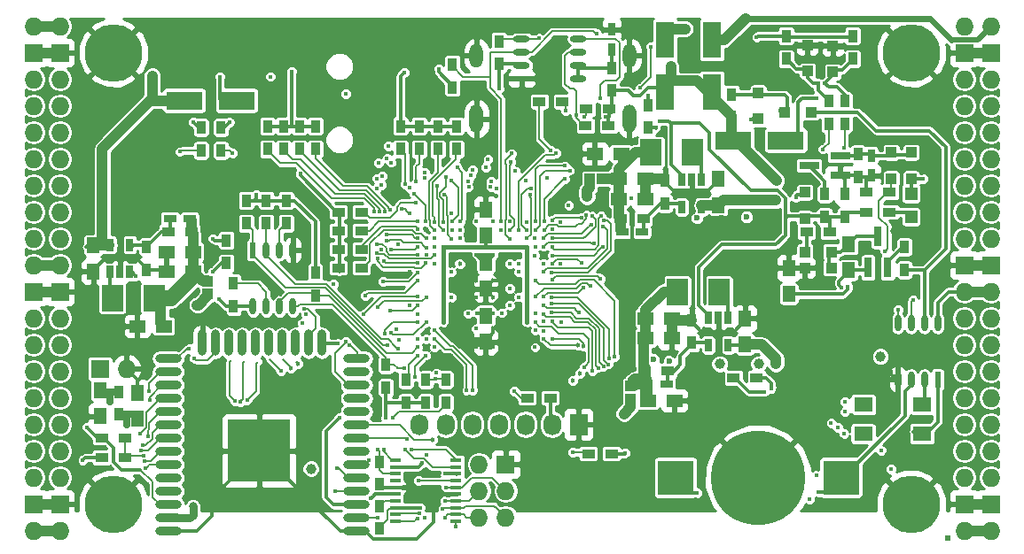
<source format=gbl>
G04 #@! TF.FileFunction,Copper,L4,Bot,Signal*
%FSLAX46Y46*%
G04 Gerber Fmt 4.6, Leading zero omitted, Abs format (unit mm)*
G04 Created by KiCad (PCBNEW 4.0.7+dfsg1-1) date Mon Dec 25 00:55:42 2017*
%MOMM*%
%LPD*%
G01*
G04 APERTURE LIST*
%ADD10C,0.100000*%
%ADD11O,1.727200X1.727200*%
%ADD12R,1.727200X1.727200*%
%ADD13R,0.500000X0.500000*%
%ADD14R,0.900000X1.200000*%
%ADD15R,1.000000X1.000000*%
%ADD16R,1.800000X3.500000*%
%ADD17R,2.000000X2.500000*%
%ADD18R,0.700000X1.200000*%
%ADD19R,1.250000X1.500000*%
%ADD20R,1.500000X1.250000*%
%ADD21R,0.800000X1.900000*%
%ADD22R,1.900000X0.800000*%
%ADD23R,1.200000X0.750000*%
%ADD24R,0.750000X1.200000*%
%ADD25R,1.200000X0.900000*%
%ADD26C,5.500000*%
%ADD27R,1.000000X0.400000*%
%ADD28R,1.727200X2.032000*%
%ADD29O,1.727200X2.032000*%
%ADD30R,3.500000X1.800000*%
%ADD31R,3.500000X3.300000*%
%ADD32C,9.000000*%
%ADD33O,1.300000X2.700000*%
%ADD34O,1.300000X2.300000*%
%ADD35R,0.600000X1.550000*%
%ADD36O,0.600000X1.550000*%
%ADD37R,1.550000X0.600000*%
%ADD38O,1.550000X0.600000*%
%ADD39O,2.500000X0.900000*%
%ADD40O,0.900000X2.500000*%
%ADD41R,6.000000X6.000000*%
%ADD42R,1.800000X1.400000*%
%ADD43R,1.200000X1.200000*%
%ADD44C,0.400000*%
%ADD45C,1.000000*%
%ADD46C,0.600000*%
%ADD47C,0.454000*%
%ADD48C,0.800000*%
%ADD49C,0.700000*%
%ADD50C,0.300000*%
%ADD51C,0.190000*%
%ADD52C,1.000000*%
%ADD53C,0.600000*%
%ADD54C,0.500000*%
%ADD55C,0.800000*%
%ADD56C,0.700000*%
%ADD57C,0.400000*%
%ADD58C,1.500000*%
%ADD59C,0.127000*%
%ADD60C,1.200000*%
%ADD61C,0.200000*%
%ADD62C,0.254000*%
G04 APERTURE END LIST*
D10*
D11*
X97910000Y-62690000D03*
X95370000Y-62690000D03*
D12*
X97910000Y-65230000D03*
X95370000Y-65230000D03*
D11*
X97910000Y-67770000D03*
X95370000Y-67770000D03*
X97910000Y-70310000D03*
X95370000Y-70310000D03*
X97910000Y-72850000D03*
X95370000Y-72850000D03*
X97910000Y-75390000D03*
X95370000Y-75390000D03*
X97910000Y-77930000D03*
X95370000Y-77930000D03*
X97910000Y-80470000D03*
X95370000Y-80470000D03*
X97910000Y-83010000D03*
X95370000Y-83010000D03*
X97910000Y-85550000D03*
X95370000Y-85550000D03*
D12*
X97910000Y-88090000D03*
X95370000Y-88090000D03*
D11*
X97910000Y-90630000D03*
X95370000Y-90630000D03*
X97910000Y-93170000D03*
X95370000Y-93170000D03*
X97910000Y-95710000D03*
X95370000Y-95710000D03*
X97910000Y-98250000D03*
X95370000Y-98250000D03*
X97910000Y-100790000D03*
X95370000Y-100790000D03*
X97910000Y-103330000D03*
X95370000Y-103330000D03*
X97910000Y-105870000D03*
X95370000Y-105870000D03*
D12*
X97910000Y-108410000D03*
X95370000Y-108410000D03*
D11*
X97910000Y-110950000D03*
X95370000Y-110950000D03*
D13*
X182675150Y-111637626D03*
D14*
X103498000Y-99858000D03*
X103498000Y-97658000D03*
D15*
X152393000Y-97142000D03*
X152393000Y-98342000D03*
D16*
X155695000Y-69000000D03*
X155695000Y-64000000D03*
D14*
X154044000Y-72426000D03*
X154044000Y-70226000D03*
D17*
X160870000Y-88090000D03*
X156870000Y-88090000D03*
D18*
X159825000Y-90600000D03*
X160775000Y-90600000D03*
X161725000Y-90600000D03*
X161725000Y-93200000D03*
X159825000Y-93200000D03*
D17*
X102895000Y-88725000D03*
X106895000Y-88725000D03*
D18*
X104575000Y-86215000D03*
X103625000Y-86215000D03*
X102675000Y-86215000D03*
X102675000Y-83615000D03*
X104575000Y-83615000D03*
D17*
X158330000Y-74755000D03*
X154330000Y-74755000D03*
D18*
X157285000Y-77392000D03*
X158235000Y-77392000D03*
X159185000Y-77392000D03*
X159185000Y-79992000D03*
X157285000Y-79992000D03*
D19*
X101085000Y-83665000D03*
X101085000Y-86165000D03*
D20*
X153810000Y-90630000D03*
X156310000Y-90630000D03*
X153810000Y-92535000D03*
X156310000Y-92535000D03*
D19*
X163315000Y-93150000D03*
X163315000Y-90650000D03*
D20*
X151270000Y-79200000D03*
X153770000Y-79200000D03*
X151270000Y-77295000D03*
X153770000Y-77295000D03*
D19*
X160775000Y-79815000D03*
X160775000Y-77315000D03*
D20*
X110590000Y-84280000D03*
X108090000Y-84280000D03*
X110590000Y-86185000D03*
X108090000Y-86185000D03*
D19*
X173221000Y-86038000D03*
X173221000Y-83538000D03*
D21*
X176965000Y-85780000D03*
X175065000Y-85780000D03*
X176015000Y-82780000D03*
D22*
X172435000Y-75075000D03*
X172435000Y-76975000D03*
X169435000Y-76025000D03*
D23*
X153910000Y-96910000D03*
X155810000Y-96910000D03*
X151570000Y-82375000D03*
X153470000Y-82375000D03*
X110290000Y-81105000D03*
X108390000Y-81105000D03*
D24*
X175380000Y-75075000D03*
X175380000Y-76975000D03*
D25*
X169200000Y-82375000D03*
X171400000Y-82375000D03*
D14*
X172840000Y-80935000D03*
X172840000Y-78735000D03*
D25*
X177115000Y-80470000D03*
X174915000Y-80470000D03*
D14*
X174110000Y-74925000D03*
X174110000Y-77125000D03*
X178555000Y-83815000D03*
X178555000Y-86015000D03*
X113785000Y-83180000D03*
X113785000Y-85380000D03*
X170935000Y-80935000D03*
X170935000Y-78735000D03*
X128390000Y-108580000D03*
X128390000Y-110780000D03*
D25*
X150572000Y-103584000D03*
X148372000Y-103584000D03*
X177115000Y-78565000D03*
X174915000Y-78565000D03*
X153760000Y-95640000D03*
X155960000Y-95640000D03*
X110440000Y-82375000D03*
X108240000Y-82375000D03*
X151420000Y-81105000D03*
X153620000Y-81105000D03*
D14*
X158235000Y-90800000D03*
X158235000Y-93000000D03*
X106165000Y-86015000D03*
X106165000Y-83815000D03*
X155695000Y-77465000D03*
X155695000Y-79665000D03*
D25*
X126696000Y-85804000D03*
X124496000Y-85804000D03*
X126696000Y-84026000D03*
X124496000Y-84026000D03*
X126696000Y-82248000D03*
X124496000Y-82248000D03*
X126696000Y-80470000D03*
X124496000Y-80470000D03*
D14*
X130422000Y-74458000D03*
X130422000Y-72258000D03*
X132200000Y-74458000D03*
X132200000Y-72258000D03*
X133978000Y-74458000D03*
X133978000Y-72258000D03*
X135756000Y-74458000D03*
X135756000Y-72258000D03*
D24*
X150589600Y-64910000D03*
X150589600Y-63010000D03*
D11*
X184270000Y-110950000D03*
X186810000Y-110950000D03*
D12*
X184270000Y-108410000D03*
X186810000Y-108410000D03*
D11*
X184270000Y-105870000D03*
X186810000Y-105870000D03*
X184270000Y-103330000D03*
X186810000Y-103330000D03*
X184270000Y-100790000D03*
X186810000Y-100790000D03*
X184270000Y-98250000D03*
X186810000Y-98250000D03*
X184270000Y-95710000D03*
X186810000Y-95710000D03*
X184270000Y-93170000D03*
X186810000Y-93170000D03*
X184270000Y-90630000D03*
X186810000Y-90630000D03*
X184270000Y-88090000D03*
X186810000Y-88090000D03*
D12*
X184270000Y-85550000D03*
X186810000Y-85550000D03*
D11*
X184270000Y-83010000D03*
X186810000Y-83010000D03*
X184270000Y-80470000D03*
X186810000Y-80470000D03*
X184270000Y-77930000D03*
X186810000Y-77930000D03*
X184270000Y-75390000D03*
X186810000Y-75390000D03*
X184270000Y-72850000D03*
X186810000Y-72850000D03*
X184270000Y-70310000D03*
X186810000Y-70310000D03*
X184270000Y-67770000D03*
X186810000Y-67770000D03*
D12*
X184270000Y-65230000D03*
X186810000Y-65230000D03*
D11*
X184270000Y-62690000D03*
X186810000Y-62690000D03*
D26*
X102990000Y-108410000D03*
X179190000Y-108410000D03*
X179190000Y-65230000D03*
X102990000Y-65230000D03*
D14*
X162045000Y-71410000D03*
X162045000Y-69210000D03*
X139820000Y-66330000D03*
X139820000Y-64130000D03*
X135375000Y-68532000D03*
X135375000Y-66332000D03*
X150615000Y-68870000D03*
X150615000Y-66670000D03*
D25*
X150275000Y-72215000D03*
X148075000Y-72215000D03*
X150380000Y-70600000D03*
X148180000Y-70600000D03*
D27*
X135735000Y-104215000D03*
X135735000Y-104865000D03*
X135735000Y-105515000D03*
X135735000Y-106165000D03*
X135735000Y-106815000D03*
X135735000Y-107465000D03*
X135735000Y-108115000D03*
X135735000Y-108765000D03*
X135735000Y-109415000D03*
X135735000Y-110065000D03*
X129935000Y-110065000D03*
X129935000Y-109415000D03*
X129935000Y-108765000D03*
X129935000Y-108115000D03*
X129935000Y-107465000D03*
X129935000Y-106815000D03*
X129935000Y-106165000D03*
X129935000Y-105515000D03*
X129935000Y-104865000D03*
X129935000Y-104215000D03*
D14*
X119500000Y-79370000D03*
X119500000Y-81570000D03*
X114480000Y-89500000D03*
X114480000Y-87300000D03*
X129025000Y-97275000D03*
X129025000Y-95075000D03*
X117595000Y-79370000D03*
X117595000Y-81570000D03*
X122280000Y-86300000D03*
X122280000Y-88500000D03*
X115690000Y-79370000D03*
X115690000Y-81570000D03*
D25*
X144730000Y-98250000D03*
X142530000Y-98250000D03*
D14*
X132835000Y-98715000D03*
X132835000Y-96515000D03*
X130930000Y-98715000D03*
X130930000Y-96515000D03*
D25*
X101890000Y-103965000D03*
X104090000Y-103965000D03*
D12*
X101720000Y-95456000D03*
D11*
X104260000Y-95456000D03*
D25*
X104090000Y-102060000D03*
X101890000Y-102060000D03*
D19*
X167506000Y-88324000D03*
X167506000Y-85824000D03*
D25*
X164415000Y-96345000D03*
X162215000Y-96345000D03*
D14*
X167252000Y-65822000D03*
X167252000Y-63622000D03*
D12*
X140455000Y-104600000D03*
D11*
X137915000Y-104600000D03*
X140455000Y-107140000D03*
X137915000Y-107140000D03*
X140455000Y-109680000D03*
X137915000Y-109680000D03*
D19*
X138550000Y-90396000D03*
X138550000Y-92896000D03*
X138550000Y-82736000D03*
X138550000Y-80236000D03*
X138550000Y-85316000D03*
X138550000Y-87816000D03*
X101720000Y-97508000D03*
X101720000Y-100008000D03*
D14*
X113277000Y-74585000D03*
X113277000Y-72385000D03*
X111372000Y-74585000D03*
X111372000Y-72385000D03*
X172840000Y-72045000D03*
X172840000Y-69845000D03*
X171316000Y-72045000D03*
X171316000Y-69845000D03*
D28*
X147440000Y-100790000D03*
D29*
X144900000Y-100790000D03*
X142360000Y-100790000D03*
X139820000Y-100790000D03*
X137280000Y-100790000D03*
X134740000Y-100790000D03*
X132200000Y-100790000D03*
D19*
X105276000Y-100262000D03*
X105276000Y-97762000D03*
D30*
X109761000Y-69802000D03*
X114761000Y-69802000D03*
X167212000Y-73612000D03*
X162212000Y-73612000D03*
D16*
X160140000Y-64000000D03*
X160140000Y-69000000D03*
D20*
X154064000Y-98504000D03*
X156564000Y-98504000D03*
X107796000Y-91392000D03*
X105296000Y-91392000D03*
X151484000Y-74882000D03*
X148984000Y-74882000D03*
D14*
X173602000Y-65822000D03*
X173602000Y-63622000D03*
X134740000Y-96515000D03*
X134740000Y-98715000D03*
D31*
X172485000Y-105870000D03*
X156685000Y-105870000D03*
D32*
X164585000Y-105870000D03*
D15*
X169284000Y-66988000D03*
X169284000Y-64488000D03*
X171697000Y-67081000D03*
X171697000Y-64581000D03*
X169050000Y-84280000D03*
X171550000Y-84280000D03*
X169030000Y-81085000D03*
X169030000Y-78585000D03*
X171550000Y-85804000D03*
X169050000Y-85804000D03*
X179190000Y-77275000D03*
X179190000Y-74775000D03*
X177285000Y-74775000D03*
X177285000Y-77275000D03*
X167145000Y-70945000D03*
X169645000Y-70945000D03*
X164585000Y-69060000D03*
X164585000Y-71560000D03*
X112007000Y-87109000D03*
X112007000Y-88309000D03*
X149691000Y-77295000D03*
X148491000Y-77295000D03*
D14*
X128390000Y-106546000D03*
X128390000Y-104346000D03*
X117722000Y-74458000D03*
X117722000Y-72258000D03*
X119246000Y-74458000D03*
X119246000Y-72258000D03*
X120770000Y-74458000D03*
X120770000Y-72258000D03*
X122294000Y-74458000D03*
X122294000Y-72258000D03*
D25*
X145880000Y-69900000D03*
X143680000Y-69900000D03*
D33*
X152280000Y-71550000D03*
X137680000Y-71550000D03*
D34*
X137680000Y-65500000D03*
X152280000Y-65500000D03*
D35*
X181730000Y-96505000D03*
D36*
X180460000Y-96505000D03*
X179190000Y-96505000D03*
X177920000Y-96505000D03*
X177920000Y-91105000D03*
X179190000Y-91105000D03*
X180460000Y-91105000D03*
X181730000Y-91105000D03*
D37*
X141980000Y-67706500D03*
D38*
X141980000Y-66436500D03*
X141980000Y-65166500D03*
X141980000Y-63896500D03*
X147380000Y-63896500D03*
X147380000Y-65166500D03*
X147380000Y-66436500D03*
X147380000Y-67706500D03*
D35*
X116325000Y-84120000D03*
D36*
X117595000Y-84120000D03*
X118865000Y-84120000D03*
X120135000Y-84120000D03*
X120135000Y-89520000D03*
X118865000Y-89520000D03*
X117595000Y-89520000D03*
X116325000Y-89520000D03*
D39*
X126230000Y-111000000D03*
X126230000Y-109730000D03*
X126230000Y-108460000D03*
X126230000Y-107190000D03*
X126230000Y-105920000D03*
X126230000Y-104650000D03*
X126230000Y-103380000D03*
X126230000Y-102110000D03*
X126230000Y-100840000D03*
X126230000Y-99570000D03*
X126230000Y-98300000D03*
X126230000Y-97030000D03*
X126230000Y-95760000D03*
X126230000Y-94490000D03*
D40*
X122945000Y-93000000D03*
X121675000Y-93000000D03*
X120405000Y-93000000D03*
X119135000Y-93000000D03*
X117865000Y-93000000D03*
X116595000Y-93000000D03*
X115325000Y-93000000D03*
X114055000Y-93000000D03*
X112785000Y-93000000D03*
X111515000Y-93000000D03*
D39*
X108230000Y-94490000D03*
X108230000Y-95760000D03*
X108230000Y-97030000D03*
X108230000Y-98300000D03*
X108230000Y-99570000D03*
X108230000Y-100840000D03*
X108230000Y-102110000D03*
X108230000Y-103380000D03*
X108230000Y-104650000D03*
X108230000Y-105920000D03*
X108230000Y-107190000D03*
X108230000Y-108460000D03*
X108230000Y-109730000D03*
X108230000Y-111000000D03*
D41*
X116930000Y-103300000D03*
D42*
X180212000Y-98882000D03*
X174612000Y-98882000D03*
X174612000Y-101682000D03*
X180212000Y-101682000D03*
D43*
X179190000Y-78735000D03*
X179190000Y-80935000D03*
D44*
X144103496Y-84660400D03*
D45*
X177658444Y-82281349D03*
D44*
X145680000Y-81405125D03*
X145691238Y-94166752D03*
X145759873Y-91010176D03*
D46*
X152525938Y-81463870D03*
D45*
X162956098Y-95078488D03*
X158539988Y-94868772D03*
D46*
X161075765Y-80992022D03*
X164882869Y-80938986D03*
X156262773Y-81349374D03*
X123437000Y-108972000D03*
D44*
X132871770Y-84533979D03*
X132862998Y-82124544D03*
X131278306Y-86213101D03*
X135281276Y-80583119D03*
X131279502Y-89407325D03*
X170309539Y-85441529D03*
X145672808Y-85396062D03*
X133216000Y-107465000D03*
X137680000Y-88600000D03*
X142480000Y-95000000D03*
X141680000Y-92600000D03*
X140836000Y-84534000D03*
X135284627Y-94985297D03*
X135288625Y-94225619D03*
X134455822Y-94267172D03*
X136095958Y-93369652D03*
D47*
X139264636Y-91615205D03*
D45*
X116880503Y-64802940D03*
X106974809Y-64953974D03*
X175210328Y-64948943D03*
X165417246Y-64954666D03*
D44*
X175495631Y-71457432D03*
X177285000Y-95710000D03*
X140880000Y-81400000D03*
X136085174Y-89394826D03*
X140874194Y-91433353D03*
X142480000Y-94200000D03*
X140880000Y-93400000D03*
X139280000Y-93400000D03*
X137680000Y-93400000D03*
X136880000Y-92600000D03*
X135280000Y-92600000D03*
X132880000Y-91800000D03*
X132880000Y-93400000D03*
D47*
X141042859Y-86994997D03*
X139280000Y-87000000D03*
X136110990Y-86995403D03*
X137680000Y-87000000D03*
X136080000Y-84600000D03*
X139280000Y-88600000D03*
D45*
X106720415Y-67436305D03*
X166284693Y-95025145D03*
X166248957Y-79348409D03*
X166343357Y-77477990D03*
D44*
X172564535Y-87722010D03*
D45*
X121861867Y-105030174D03*
D44*
X150030853Y-71331848D03*
D45*
X156235582Y-66548363D03*
X101932065Y-82585048D03*
D44*
X127586603Y-107875044D03*
D45*
X157600000Y-62944000D03*
D44*
X165803369Y-97344883D03*
D45*
X148237462Y-79019093D03*
D44*
X148271935Y-77558071D03*
X117976000Y-67516000D03*
D45*
X160905403Y-95006436D03*
D46*
X158731133Y-81048929D03*
X154593901Y-94607945D03*
X156088245Y-94762980D03*
D45*
X164625730Y-94982471D03*
D46*
X163462982Y-80942429D03*
D45*
X176254940Y-94288458D03*
D48*
X110593913Y-108636458D03*
D44*
X180340784Y-77316932D03*
X173137949Y-87594275D03*
D49*
X102710050Y-98594954D03*
D44*
X154794000Y-72426000D03*
X129005202Y-100174798D03*
X137659051Y-91638034D03*
X139820000Y-68665673D03*
X172834633Y-99599920D03*
X172879922Y-98618650D03*
X176305593Y-103279812D03*
X164433885Y-63737451D03*
X134079160Y-66786153D03*
X116654336Y-78777990D03*
X112515000Y-83010000D03*
X100080000Y-104200000D03*
X113080000Y-88800000D03*
X135273306Y-88618602D03*
X139272517Y-84611349D03*
X137680556Y-84534085D03*
X141680000Y-86200000D03*
X135280000Y-86200000D03*
X132880000Y-92600000D03*
X132080000Y-92600000D03*
X141680000Y-88600000D03*
X141680000Y-85400000D03*
X121401947Y-90251871D03*
X129988160Y-91721995D03*
X130302262Y-92700329D03*
X121041200Y-91125073D03*
D45*
X110991000Y-89360000D03*
D44*
X142480000Y-91000000D03*
X142480000Y-83800000D03*
X134480000Y-83800000D03*
X134480000Y-91000000D03*
X105160274Y-86610828D03*
X125193541Y-69156848D03*
X155149360Y-71764535D03*
X170182962Y-69571012D03*
X170362901Y-107286196D03*
X158716651Y-107325176D03*
X128216338Y-109760338D03*
X132708000Y-109680000D03*
X137295592Y-97538017D03*
X134750646Y-106810513D03*
X133680000Y-91800000D03*
X136740903Y-97514503D03*
X134675868Y-108131585D03*
D47*
X133449289Y-102232615D03*
D44*
X133680000Y-92600000D03*
X132936956Y-103711000D03*
X127385678Y-104203668D03*
X133685482Y-93402296D03*
X134463998Y-108841973D03*
X131039072Y-102187000D03*
X131808905Y-96227367D03*
X134636872Y-109719950D03*
X132846234Y-94197073D03*
X176700000Y-84220000D03*
X143260000Y-84620000D03*
X120834553Y-76779094D03*
X130761990Y-67119621D03*
X147186000Y-71200000D03*
X147983153Y-71347080D03*
X149475951Y-69619684D03*
X153297112Y-68608292D03*
X177926984Y-89812061D03*
X154329326Y-64643767D03*
X152497066Y-79193467D03*
X146481406Y-79819384D03*
X143650666Y-63862520D03*
X179351513Y-88868327D03*
X149134122Y-63424051D03*
X140035989Y-81400000D03*
X115759823Y-98502036D03*
X132083026Y-86260405D03*
X128776655Y-87135140D03*
X119008515Y-95662939D03*
D47*
X119978162Y-95412951D03*
X120634035Y-94977604D03*
D44*
X113157250Y-67567056D03*
X146180000Y-70800000D03*
X131453853Y-103208291D03*
X149771692Y-81825658D03*
X144080000Y-86200000D03*
X149533922Y-86870784D03*
X144894316Y-86977564D03*
X144896700Y-83835368D03*
X149549750Y-80868432D03*
D47*
X147343891Y-93217126D03*
D44*
X144113248Y-92588762D03*
X144875155Y-86292748D03*
X149846468Y-81303978D03*
X148696112Y-80861847D03*
X144916886Y-82991356D03*
D47*
X147915304Y-93322307D03*
D44*
X144882352Y-92577990D03*
X144902941Y-90956495D03*
X148747982Y-95669626D03*
X144867244Y-90112484D03*
X149795895Y-95251084D03*
X144855814Y-89268481D03*
X150278898Y-95040253D03*
X150345974Y-94517527D03*
X144877648Y-88622010D03*
X150889207Y-94332565D03*
X143280000Y-87000000D03*
X130807074Y-95454141D03*
X130171404Y-93544341D03*
X132080000Y-93400000D03*
X129196652Y-93209125D03*
X133852393Y-95875797D03*
X141280000Y-97600000D03*
X133762848Y-96395146D03*
X132080000Y-94200000D03*
X128610772Y-84072485D03*
X105895603Y-103765816D03*
X130839486Y-103208291D03*
X132075624Y-89410644D03*
X129449238Y-89926948D03*
X128806823Y-103185900D03*
X128251440Y-89564206D03*
X132162861Y-106185868D03*
X132880000Y-88600000D03*
X124329568Y-104994951D03*
X127040053Y-88481065D03*
X132080000Y-87000000D03*
X125499542Y-93250681D03*
X124202418Y-107207639D03*
X109323798Y-74706222D03*
X132024412Y-109766775D03*
X114371508Y-74859518D03*
X132219727Y-109277292D03*
X135315381Y-81391918D03*
X135280062Y-77463305D03*
X134471370Y-81406751D03*
X134758050Y-77130140D03*
X132761172Y-77202673D03*
X132737245Y-76676207D03*
X128644933Y-77050030D03*
X128152012Y-77257840D03*
X128125571Y-78233647D03*
X110718734Y-94451783D03*
X128590544Y-77894041D03*
X110249038Y-93533767D03*
X106368514Y-97598098D03*
X131253134Y-78134216D03*
X106477197Y-98487772D03*
X132783339Y-81400004D03*
X131709326Y-78745875D03*
X132079024Y-82984045D03*
X129109095Y-82655074D03*
X105572759Y-101661319D03*
X106276126Y-101893466D03*
X132880889Y-83897835D03*
X129054383Y-83179239D03*
X129487667Y-84079929D03*
X132083682Y-83828056D03*
X105813763Y-102819336D03*
X132062099Y-84533979D03*
X128165458Y-83528763D03*
X105627254Y-103312241D03*
X128183315Y-84380742D03*
X105992720Y-104283802D03*
X133671942Y-84595200D03*
X132834641Y-85377990D03*
X128203260Y-84907376D03*
X106088753Y-104974041D03*
D47*
X146862501Y-96617499D03*
X147534467Y-95913260D03*
D44*
X147927932Y-95329243D03*
X143280000Y-91000000D03*
X149284391Y-95377990D03*
X144077013Y-90266968D03*
X147430953Y-90112484D03*
X144076240Y-89395301D03*
X143281824Y-90201951D03*
X144102010Y-85397219D03*
X144889349Y-85448737D03*
X147687390Y-85374093D03*
X148610661Y-81705858D03*
X144102010Y-83000000D03*
X144888125Y-82147345D03*
X147910791Y-87683418D03*
X144082832Y-88584510D03*
X148540663Y-87547222D03*
X143278026Y-88595030D03*
X148175253Y-80781550D03*
X144125486Y-82186468D03*
X147688311Y-80983115D03*
X144880008Y-81303333D03*
X139280000Y-81400000D03*
X139578623Y-78205862D03*
X139034115Y-78040948D03*
X139046749Y-77514088D03*
X138580000Y-76200000D03*
X138779198Y-75400762D03*
X137680000Y-81400000D03*
X137308732Y-76415018D03*
X137106948Y-76979922D03*
X136859538Y-77550820D03*
X136922059Y-78097889D03*
X136096392Y-81395070D03*
X135830698Y-76200613D03*
X149732494Y-83807694D03*
X144912409Y-84635817D03*
X148921512Y-83442010D03*
X144103186Y-83777990D03*
X142841210Y-78784254D03*
X142473549Y-82998913D03*
X142864275Y-78217369D03*
X142437464Y-82181475D03*
X146089079Y-77300571D03*
X144144931Y-81387081D03*
X144394875Y-77219934D03*
X146577729Y-76500816D03*
X143281475Y-82206074D03*
X146130802Y-76060132D03*
X143300920Y-81377293D03*
X145255695Y-74817220D03*
X141662690Y-82207782D03*
X142456909Y-81405800D03*
X140030954Y-82200000D03*
X141342967Y-76554996D03*
X141046643Y-74873804D03*
X140864029Y-83041403D03*
X140874966Y-82177164D03*
X140980062Y-75681941D03*
X115149319Y-98625494D03*
X132872609Y-82968555D03*
X132080007Y-82103333D03*
X132080000Y-81400000D03*
X131847310Y-79589886D03*
X130856828Y-77786820D03*
X131923295Y-77584853D03*
X133648389Y-82190597D03*
X133627359Y-81414685D03*
X129477855Y-92000822D03*
X132880000Y-91000000D03*
X128879646Y-92111037D03*
X132077648Y-90977990D03*
X131275302Y-80595752D03*
X130489904Y-80167235D03*
X128823114Y-85153560D03*
X132072985Y-85377990D03*
X134476508Y-82180155D03*
X133942383Y-77980766D03*
X163908850Y-71651861D03*
X135656559Y-110610712D03*
X132468001Y-104503413D03*
X146844288Y-103452739D03*
D49*
X104260000Y-100790000D03*
D44*
X114604320Y-98573680D03*
X112515000Y-86185000D03*
X165170594Y-97666317D03*
X170157734Y-105666345D03*
X169506589Y-107953726D03*
X170735900Y-74464979D03*
X143257990Y-83000000D03*
X168166438Y-79108038D03*
X151896383Y-103510715D03*
X114075797Y-71903914D03*
X110632496Y-71877629D03*
X143269694Y-93414905D03*
X177274002Y-105079115D03*
X172761273Y-101651681D03*
X143280000Y-91800000D03*
X172193360Y-101105663D03*
X144064831Y-91877646D03*
X144080000Y-90956495D03*
X171540304Y-100645743D03*
X135320520Y-82196441D03*
X129493343Y-75737814D03*
X136080000Y-82200000D03*
X129125079Y-75315804D03*
X136080000Y-83000000D03*
X129252218Y-74142461D03*
X142377451Y-77497451D03*
X172746637Y-74347988D03*
X143280000Y-83800000D03*
X170300000Y-68151000D03*
X170950000Y-68125562D03*
X125167387Y-92841517D03*
X121206217Y-89762554D03*
X132082956Y-90210779D03*
X182675150Y-111637626D03*
X124027706Y-87347706D03*
X124027707Y-87347707D03*
X166678914Y-70803555D03*
X129660000Y-100155000D03*
X124580000Y-100155000D03*
X132084049Y-88558274D03*
X126880008Y-90276109D03*
X128280000Y-103200000D03*
X120008000Y-67008000D03*
X127889625Y-80407426D03*
X133680000Y-85400000D03*
X130204628Y-83599483D03*
X128416582Y-80399850D03*
X133680000Y-83800000D03*
X128943593Y-80399729D03*
X133680000Y-83000000D03*
X129457990Y-80285112D03*
X144780000Y-74590382D03*
X124453000Y-93043000D03*
X137689001Y-90122990D03*
D45*
X151758000Y-99774000D03*
D44*
X136885174Y-90194826D03*
X140094890Y-90122990D03*
X139280000Y-90122990D03*
X140880000Y-89400000D03*
X140880000Y-87800000D03*
X140880000Y-85400000D03*
D47*
X136080000Y-85400000D03*
D44*
X128333179Y-75769807D03*
X134613000Y-78819000D03*
X135280000Y-83022010D03*
X154052298Y-69302298D03*
X100450000Y-101044000D03*
X132285867Y-108754446D03*
X134707351Y-105508447D03*
D50*
X155822000Y-83645000D02*
X155822000Y-81790147D01*
X155822000Y-81790147D02*
X156262773Y-81349374D01*
X153039876Y-83645000D02*
X155822000Y-83645000D01*
X152525938Y-83131062D02*
X153039876Y-83645000D01*
X152525938Y-81463870D02*
X152525938Y-83131062D01*
D51*
X138029000Y-66332000D02*
X138115000Y-66246000D01*
D50*
X133415999Y-107664999D02*
X133216000Y-107465000D01*
X133612013Y-107861013D02*
X133415999Y-107664999D01*
X131991648Y-111780338D02*
X133612013Y-110159973D01*
X127810434Y-111780338D02*
X131991648Y-111780338D01*
X133612013Y-110159973D02*
X133612013Y-107861013D01*
X127060434Y-111030338D02*
X127810434Y-111780338D01*
X126260434Y-111030338D02*
X127060434Y-111030338D01*
D52*
X184270000Y-108410000D02*
X186810000Y-108410000D01*
X184270000Y-85550000D02*
X186810000Y-85550000D01*
X184270000Y-65230000D02*
X186810000Y-65230000D01*
X95370000Y-65230000D02*
X97910000Y-65230000D01*
X95370000Y-88090000D02*
X97910000Y-88090000D01*
X95370000Y-108410000D02*
X97910000Y-108410000D01*
D50*
X108260434Y-111030338D02*
X109060434Y-111030338D01*
X109060434Y-111030338D02*
X109140772Y-110950000D01*
X110957617Y-110950000D02*
X112380000Y-109527617D01*
X109140772Y-110950000D02*
X110957617Y-110950000D01*
X112380000Y-109527617D02*
X112380000Y-107854384D01*
X112380000Y-107854384D02*
X116904046Y-103330338D01*
X116904046Y-103330338D02*
X116960434Y-103330338D01*
X167506000Y-85824000D02*
X169927068Y-85824000D01*
X169927068Y-85824000D02*
X170109540Y-85641528D01*
X170109540Y-85641528D02*
X170309539Y-85441529D01*
X104260000Y-95456000D02*
X105276000Y-96472000D01*
X105276000Y-96472000D02*
X105276000Y-97762000D01*
X133216000Y-107465000D02*
X132214478Y-107465000D01*
X135735000Y-107465000D02*
X133216000Y-107465000D01*
X132214478Y-107465000D02*
X131572496Y-106823018D01*
X131572496Y-106823018D02*
X129919874Y-106823018D01*
X126260434Y-111030338D02*
X124660659Y-111030338D01*
X124660659Y-111030338D02*
X116960659Y-103330338D01*
X116960659Y-103330338D02*
X116960434Y-103330338D01*
X129935000Y-106815000D02*
X128659000Y-106815000D01*
X128659000Y-106815000D02*
X128390000Y-106546000D01*
X128390000Y-106546000D02*
X128558000Y-106546000D01*
X136126306Y-93400000D02*
X136095958Y-93369652D01*
X136880000Y-92600000D02*
X136110348Y-93369652D01*
X136049652Y-93369652D02*
X136095958Y-93369652D01*
X137680000Y-93400000D02*
X136126306Y-93400000D01*
X135280000Y-92600000D02*
X136049652Y-93369652D01*
X136110348Y-93369652D02*
X136095958Y-93369652D01*
X139264636Y-92054364D02*
X139264636Y-91936231D01*
X139264636Y-91936231D02*
X139264636Y-91615205D01*
X138550000Y-92769000D02*
X139264636Y-92054364D01*
X136880000Y-92600000D02*
X137680000Y-93400000D01*
X136880000Y-92600000D02*
X138381000Y-92600000D01*
X138381000Y-92600000D02*
X138550000Y-92769000D01*
X135280000Y-92600000D02*
X136880000Y-92600000D01*
X138550000Y-92769000D02*
X138649000Y-92769000D01*
X138649000Y-92769000D02*
X139280000Y-93400000D01*
X138550000Y-92769000D02*
X138311000Y-92769000D01*
X138311000Y-92769000D02*
X137680000Y-93400000D01*
X175042385Y-64781000D02*
X175210328Y-64948943D01*
X171697000Y-64781000D02*
X175042385Y-64781000D01*
X165683912Y-64688000D02*
X165417246Y-64954666D01*
X169284000Y-64688000D02*
X165683912Y-64688000D01*
X169284000Y-64688000D02*
X171604000Y-64688000D01*
X171604000Y-64688000D02*
X171697000Y-64781000D01*
X177285000Y-95710000D02*
X177285000Y-95964000D01*
X177285000Y-95964000D02*
X177920000Y-96599000D01*
X102210000Y-84915000D02*
X103625000Y-84915000D01*
X103625000Y-84915000D02*
X105215000Y-84915000D01*
X103625000Y-86215000D02*
X103625000Y-84915000D01*
X105215000Y-84915000D02*
X106165000Y-85865000D01*
X106165000Y-85865000D02*
X106165000Y-86015000D01*
X101085000Y-86165000D02*
X101085000Y-86040000D01*
X101085000Y-86040000D02*
X102210000Y-84915000D01*
X106165000Y-86015000D02*
X107920000Y-86015000D01*
X107920000Y-86015000D02*
X108090000Y-86185000D01*
D52*
X153770000Y-77295000D02*
X155525000Y-77295000D01*
D50*
X155525000Y-77295000D02*
X155695000Y-77465000D01*
D52*
X153770000Y-79200000D02*
X153770000Y-77295000D01*
D50*
X174110000Y-77125000D02*
X174745000Y-77125000D01*
X174745000Y-77125000D02*
X175230000Y-77125000D01*
X174915000Y-78565000D02*
X174915000Y-77295000D01*
X174915000Y-77295000D02*
X174745000Y-77125000D01*
X172840000Y-78735000D02*
X172840000Y-77380000D01*
X172840000Y-77380000D02*
X172435000Y-76975000D01*
X175230000Y-77125000D02*
X175380000Y-76975000D01*
X172435000Y-76975000D02*
X173960000Y-76975000D01*
X173960000Y-76975000D02*
X174110000Y-77125000D01*
X137680000Y-86200000D02*
X137680000Y-86600000D01*
X136080000Y-84600000D02*
X137680000Y-86200000D01*
X159850000Y-78365000D02*
X158235000Y-78365000D01*
X158235000Y-78365000D02*
X156445000Y-78365000D01*
X158235000Y-77235000D02*
X158235000Y-78365000D01*
X160775000Y-77315000D02*
X160775000Y-77440000D01*
X160775000Y-77440000D02*
X159850000Y-78365000D01*
X156445000Y-78365000D02*
X155695000Y-77615000D01*
X155695000Y-77615000D02*
X155695000Y-77465000D01*
D52*
X156310000Y-90630000D02*
X156310000Y-92535000D01*
X158235000Y-90800000D02*
X156480000Y-90800000D01*
D50*
X156480000Y-90800000D02*
X156310000Y-90630000D01*
X163315000Y-90650000D02*
X163315000Y-90834602D01*
X163315000Y-90834602D02*
X162249602Y-91900000D01*
X162249602Y-91900000D02*
X160775000Y-91900000D01*
X101085000Y-86165000D02*
X101085000Y-85929893D01*
X106165000Y-85944374D02*
X106165000Y-86015000D01*
X159185000Y-91900000D02*
X160775000Y-91900000D01*
X160775000Y-90600000D02*
X160775000Y-91900000D01*
X158235000Y-90800000D02*
X158235000Y-90950000D01*
X158235000Y-90950000D02*
X159185000Y-91900000D01*
X108090000Y-84280000D02*
X108090000Y-86185000D01*
X107625000Y-84745000D02*
X108090000Y-84280000D01*
X108070000Y-84260000D02*
X108090000Y-84280000D01*
X141037856Y-87000000D02*
X141042859Y-86994997D01*
X139280000Y-87000000D02*
X141037856Y-87000000D01*
X136432016Y-86995403D02*
X136110990Y-86995403D01*
X137284597Y-86995403D02*
X136432016Y-86995403D01*
X137680000Y-86600000D02*
X137284597Y-86995403D01*
X137680000Y-86600000D02*
X137680000Y-87000000D01*
D52*
X106720415Y-69627585D02*
X106720415Y-68143411D01*
X106407114Y-69940886D02*
X106720415Y-69627585D01*
X106720415Y-68143411D02*
X106720415Y-67436305D01*
X166284693Y-94494693D02*
X166284693Y-95025145D01*
X164940000Y-93150000D02*
X166284693Y-94494693D01*
X163315000Y-93150000D02*
X164940000Y-93150000D01*
X165541851Y-79348409D02*
X166248957Y-79348409D01*
X161241591Y-79348409D02*
X165541851Y-79348409D01*
X160790000Y-79800000D02*
X161241591Y-79348409D01*
D50*
X150615000Y-68870000D02*
X152180000Y-68870000D01*
X153331001Y-69348999D02*
X152658999Y-69348999D01*
X152658999Y-69348999D02*
X152180000Y-68870000D01*
X154087002Y-68592998D02*
X155287998Y-68592998D01*
X153331001Y-69348999D02*
X154087002Y-68592998D01*
X155287998Y-68592998D02*
X155695000Y-69000000D01*
D52*
X162045000Y-71410000D02*
X162045000Y-73179633D01*
X162045000Y-73179633D02*
X165843358Y-76977991D01*
X165843358Y-76977991D02*
X166343357Y-77477990D01*
D50*
X101085000Y-83665000D02*
X101684316Y-83665000D01*
X101684316Y-83665000D02*
X101913492Y-83435824D01*
D52*
X101913492Y-83435824D02*
X101913492Y-82603621D01*
D50*
X101913492Y-82603621D02*
X101932065Y-82585048D01*
X172296000Y-87453475D02*
X172364536Y-87522011D01*
X172364536Y-87522011D02*
X172564535Y-87722010D01*
X172296000Y-87088000D02*
X172296000Y-87453475D01*
X173221000Y-86038000D02*
X173221000Y-86163000D01*
X173221000Y-86163000D02*
X172296000Y-87088000D01*
X150275000Y-71465000D02*
X150380000Y-71360000D01*
X150380000Y-71360000D02*
X150380000Y-70600000D01*
X150615000Y-70935000D02*
X150615000Y-69995990D01*
X150615000Y-69995990D02*
X150615000Y-68870000D01*
X150313695Y-71331848D02*
X150030853Y-71331848D01*
X150141848Y-71331848D02*
X150030853Y-71331848D01*
X150275000Y-71465000D02*
X150141848Y-71331848D01*
X150275000Y-72215000D02*
X150275000Y-71465000D01*
X160140000Y-69000000D02*
X160140000Y-69850000D01*
X160140000Y-69850000D02*
X161700000Y-71410000D01*
D52*
X156235582Y-67716832D02*
X156235582Y-66548363D01*
X158681338Y-67896338D02*
X156415088Y-67896338D01*
X156415088Y-67896338D02*
X156235582Y-67716832D01*
D50*
X156235582Y-66578582D02*
X156235582Y-66548363D01*
D52*
X101932065Y-81877942D02*
X101932065Y-82585048D01*
X101932065Y-74415935D02*
X101932065Y-81877942D01*
X106407114Y-69940886D02*
X101932065Y-74415935D01*
D50*
X110610000Y-69548000D02*
X110610000Y-69802000D01*
D52*
X109975000Y-69802000D02*
X106546000Y-69802000D01*
X106546000Y-69802000D02*
X106419000Y-69929000D01*
X106419000Y-69929000D02*
X106407114Y-69940886D01*
D50*
X106419000Y-69675000D02*
X106419000Y-69929000D01*
X100572432Y-83665000D02*
X100424079Y-83813353D01*
X101085000Y-83665000D02*
X100572432Y-83665000D01*
X160790000Y-79800000D02*
X160775000Y-79815000D01*
X160775000Y-79940000D02*
X160775000Y-79815000D01*
X164925000Y-93150000D02*
X164240000Y-93150000D01*
X164240000Y-93150000D02*
X163315000Y-93150000D01*
X101085000Y-83665000D02*
X101085000Y-83790000D01*
D52*
X159185000Y-79835000D02*
X160755000Y-79835000D01*
D50*
X160755000Y-79835000D02*
X160775000Y-79815000D01*
X161725000Y-93200000D02*
X163265000Y-93200000D01*
X163265000Y-93200000D02*
X163315000Y-93150000D01*
X173221000Y-86038000D02*
X174807000Y-86038000D01*
X174807000Y-86038000D02*
X175065000Y-85780000D01*
D52*
X101085000Y-83665000D02*
X102625000Y-83665000D01*
D50*
X102625000Y-83665000D02*
X102675000Y-83615000D01*
X161700000Y-71410000D02*
X162045000Y-71410000D01*
D52*
X162045000Y-71410000D02*
X162045000Y-71260000D01*
X162045000Y-71260000D02*
X158681338Y-67896338D01*
D50*
X162045000Y-71753000D02*
X162045000Y-71410000D01*
X127786602Y-107675045D02*
X127586603Y-107875044D01*
X129935000Y-107465000D02*
X127996647Y-107465000D01*
X127996647Y-107465000D02*
X127786602Y-107675045D01*
X155695000Y-64000000D02*
X155695000Y-63368337D01*
X155695000Y-63368337D02*
X156119337Y-62944000D01*
D52*
X156119337Y-62944000D02*
X157600000Y-62944000D01*
X160140000Y-64000000D02*
X161340000Y-64000000D01*
X161340000Y-64000000D02*
X163399217Y-61940783D01*
D53*
X163399217Y-61940783D02*
X180980783Y-61940783D01*
D54*
X185540000Y-63960000D02*
X186810000Y-62690000D01*
D53*
X180980783Y-61940783D02*
X183000000Y-63960000D01*
D54*
X183000000Y-63960000D02*
X185540000Y-63960000D01*
D50*
X179190000Y-78735000D02*
X179190000Y-77275000D01*
X165803369Y-96833369D02*
X165803369Y-97062041D01*
X165315000Y-96345000D02*
X165803369Y-96833369D01*
X165803369Y-97062041D02*
X165803369Y-97344883D01*
X164415000Y-96345000D02*
X165315000Y-96345000D01*
D52*
X148202000Y-78413082D02*
X148202454Y-78413536D01*
D50*
X148491000Y-77295000D02*
X148491000Y-77339006D01*
X148491000Y-77339006D02*
X148471934Y-77358072D01*
X148471934Y-77358072D02*
X148271935Y-77558071D01*
X148202000Y-78022023D02*
X148271935Y-77952088D01*
X148271935Y-77952088D02*
X148271935Y-77840913D01*
D52*
X148202454Y-78413536D02*
X148202454Y-78984085D01*
X148202454Y-78984085D02*
X148237462Y-79019093D01*
D50*
X148271935Y-77840913D02*
X148271935Y-77558071D01*
D55*
X110593913Y-109202143D02*
X110593913Y-108636458D01*
X110593913Y-109476859D02*
X110593913Y-109202143D01*
X110310434Y-109760338D02*
X110593913Y-109476859D01*
X108260434Y-109760338D02*
X110310434Y-109760338D01*
D50*
X179190000Y-77075000D02*
X179431932Y-77316932D01*
X179431932Y-77316932D02*
X180057942Y-77316932D01*
X180057942Y-77316932D02*
X180340784Y-77316932D01*
D52*
X184270000Y-110950000D02*
X186810000Y-110950000D01*
X184270000Y-88090000D02*
X186810000Y-88090000D01*
X95370000Y-62690000D02*
X97910000Y-62690000D01*
X95370000Y-85550000D02*
X97910000Y-85550000D01*
X95370000Y-110950000D02*
X97910000Y-110950000D01*
D50*
X129025000Y-97275000D02*
X129025000Y-98800000D01*
X129025000Y-98800000D02*
X129025000Y-100155000D01*
X130930000Y-98715000D02*
X129110000Y-98715000D01*
X129110000Y-98715000D02*
X129025000Y-98800000D01*
X167506000Y-88324000D02*
X172691066Y-88324000D01*
X172691066Y-88324000D02*
X173137949Y-87877117D01*
X173137949Y-87877117D02*
X173137949Y-87594275D01*
D56*
X102710050Y-97683950D02*
X102710050Y-98099980D01*
X102736000Y-97658000D02*
X102710050Y-97683950D01*
X102710050Y-98099980D02*
X102710050Y-98594954D01*
X102736000Y-97658000D02*
X101870000Y-97658000D01*
X103498000Y-97658000D02*
X102736000Y-97658000D01*
D50*
X101870000Y-97658000D02*
X101720000Y-97508000D01*
X148202000Y-78413082D02*
X148491000Y-78124082D01*
D52*
X148491000Y-78124082D02*
X148491000Y-77295000D01*
X148202000Y-78413082D02*
X148439744Y-78175338D01*
D50*
X154806000Y-72438000D02*
X154794000Y-72426000D01*
X154044000Y-72426000D02*
X154794000Y-72426000D01*
X129025000Y-100155000D02*
X129005202Y-100174798D01*
X129025000Y-97275000D02*
X129025000Y-98175000D01*
X132835000Y-98715000D02*
X130930000Y-98715000D01*
X173602000Y-63706000D02*
X167336000Y-63706000D01*
X167336000Y-63706000D02*
X167252000Y-63622000D01*
X167252000Y-63622000D02*
X164549336Y-63622000D01*
X164549336Y-63622000D02*
X164433885Y-63737451D01*
X138550000Y-85042000D02*
X138188471Y-85042000D01*
X138188471Y-85042000D02*
X137680556Y-84534085D01*
X138550000Y-85042000D02*
X138841866Y-85042000D01*
X138841866Y-85042000D02*
X139272517Y-84611349D01*
X137680556Y-84534085D02*
X139195253Y-84534085D01*
X139195253Y-84534085D02*
X139272517Y-84611349D01*
X139820000Y-66330000D02*
X139820000Y-68665673D01*
X134079160Y-67068995D02*
X134079160Y-66786153D01*
X134079160Y-67086160D02*
X134079160Y-67068995D01*
X135375000Y-68382000D02*
X134079160Y-67086160D01*
X135375000Y-68532000D02*
X135375000Y-68382000D01*
X116654336Y-79155664D02*
X116654336Y-79060832D01*
X115690000Y-79370000D02*
X116440000Y-79370000D01*
X116440000Y-79370000D02*
X116654336Y-79155664D01*
X116654336Y-79060832D02*
X116654336Y-78777990D01*
X181730000Y-89106000D02*
X182746000Y-88090000D01*
X182746000Y-88090000D02*
X184270000Y-88090000D01*
X181730000Y-91011000D02*
X181730000Y-89106000D01*
X144730000Y-98250000D02*
X144730000Y-99266000D01*
X144730000Y-99266000D02*
X144730000Y-99400000D01*
X144730000Y-99400000D02*
X144730000Y-100620000D01*
X113785000Y-83180000D02*
X112685000Y-83180000D01*
X112685000Y-83180000D02*
X112515000Y-83010000D01*
X122280000Y-86300000D02*
X122280000Y-81400000D01*
X122280000Y-81400000D02*
X120250000Y-79370000D01*
X120250000Y-79370000D02*
X119500000Y-79370000D01*
X100315000Y-103965000D02*
X100080000Y-104200000D01*
X101890000Y-103965000D02*
X100315000Y-103965000D01*
X117595000Y-79370000D02*
X119500000Y-79370000D01*
X115690000Y-79370000D02*
X117595000Y-79370000D01*
X114480000Y-89500000D02*
X113780000Y-89500000D01*
X113780000Y-89500000D02*
X113080000Y-88800000D01*
X114480000Y-89500000D02*
X116305000Y-89500000D01*
X116305000Y-89500000D02*
X116325000Y-89520000D01*
X144900000Y-98250000D02*
X144730000Y-98250000D01*
X144730000Y-100620000D02*
X144900000Y-100790000D01*
X139820000Y-66330000D02*
X141875000Y-66330000D01*
X141875000Y-66330000D02*
X141980000Y-66435000D01*
X156010000Y-95710000D02*
X156524914Y-95710000D01*
X156524914Y-95710000D02*
X157145126Y-95089788D01*
X157145126Y-95089788D02*
X157145126Y-94239874D01*
X157145126Y-94239874D02*
X158235000Y-93150000D01*
X158235000Y-93150000D02*
X158235000Y-93000000D01*
X155960000Y-95640000D02*
X155960000Y-96760000D01*
X155960000Y-96760000D02*
X155810000Y-96910000D01*
X158235000Y-93000000D02*
X159625000Y-93000000D01*
X159625000Y-93000000D02*
X159825000Y-93200000D01*
D52*
X112007000Y-88471000D02*
X111118000Y-89360000D01*
X111118000Y-89360000D02*
X110991000Y-89360000D01*
D50*
X112007000Y-88359000D02*
X112007000Y-88471000D01*
D57*
X137480000Y-83800000D02*
X138550000Y-83800000D01*
X138550000Y-83800000D02*
X142480000Y-83800000D01*
D50*
X138550000Y-83298000D02*
X138550000Y-83800000D01*
D57*
X134480000Y-83800000D02*
X137480000Y-83800000D01*
X142480000Y-83800000D02*
X142480000Y-91000000D01*
X134480000Y-91000000D02*
X134480000Y-83800000D01*
D50*
X167183550Y-79184144D02*
X167183550Y-81105000D01*
X163850815Y-78403160D02*
X166402566Y-78403160D01*
X159926293Y-72922306D02*
X159926293Y-74478638D01*
X159003987Y-72000000D02*
X159926293Y-72922306D01*
X156280000Y-72000000D02*
X159003987Y-72000000D01*
X166402566Y-78403160D02*
X167183550Y-79184144D01*
X159926293Y-74478638D02*
X163850815Y-78403160D01*
X104960275Y-86410829D02*
X105160274Y-86610828D01*
X104764446Y-86215000D02*
X104960275Y-86410829D01*
X104575000Y-86215000D02*
X104764446Y-86215000D01*
X167183550Y-81105000D02*
X167183550Y-82681450D01*
X166265000Y-83600000D02*
X161080000Y-83600000D01*
X167183550Y-82681450D02*
X166265000Y-83600000D01*
X161080000Y-83600000D02*
X158880000Y-85800000D01*
X158880000Y-85800000D02*
X158880000Y-89400000D01*
X158880000Y-89400000D02*
X159825000Y-90345000D01*
X159825000Y-90345000D02*
X159825000Y-90600000D01*
X156280000Y-72000000D02*
X156044535Y-71764535D01*
X156044535Y-71764535D02*
X155432202Y-71764535D01*
X155432202Y-71764535D02*
X155149360Y-71764535D01*
X169030000Y-80885000D02*
X167403550Y-80885000D01*
X167403550Y-80885000D02*
X167183550Y-81105000D01*
X156280000Y-75980000D02*
X156280000Y-72000000D01*
X157285000Y-77235000D02*
X157285000Y-76985000D01*
X157285000Y-76985000D02*
X156280000Y-75980000D01*
X168980000Y-80885000D02*
X169030000Y-80885000D01*
X169030000Y-80885000D02*
X170885000Y-80885000D01*
X170885000Y-80885000D02*
X170935000Y-80935000D01*
X170935000Y-80935000D02*
X171570000Y-80935000D01*
X171570000Y-80935000D02*
X172840000Y-80935000D01*
X171400000Y-82375000D02*
X171400000Y-81105000D01*
X171400000Y-81105000D02*
X171570000Y-80935000D01*
X174915000Y-80470000D02*
X173305000Y-80470000D01*
X173305000Y-80470000D02*
X172840000Y-80935000D01*
X155210000Y-79665000D02*
X155695000Y-79665000D01*
X153620000Y-81105000D02*
X153770000Y-81105000D01*
X153770000Y-81105000D02*
X155210000Y-79665000D01*
X153620000Y-81105000D02*
X153620000Y-82225000D01*
X153620000Y-82225000D02*
X153470000Y-82375000D01*
X155695000Y-79665000D02*
X157115000Y-79665000D01*
X155525000Y-79835000D02*
X155695000Y-79665000D01*
X157115000Y-79665000D02*
X157285000Y-79835000D01*
X104575000Y-83615000D02*
X105965000Y-83615000D01*
X104775000Y-83815000D02*
X104575000Y-83615000D01*
X108240000Y-82375000D02*
X107605000Y-82375000D01*
X107605000Y-82375000D02*
X106165000Y-83815000D01*
X105965000Y-83615000D02*
X106165000Y-83815000D01*
X108070000Y-82545000D02*
X108240000Y-82375000D01*
X108390000Y-81105000D02*
X108390000Y-82225000D01*
X108390000Y-82225000D02*
X108240000Y-82375000D01*
X168141000Y-73485000D02*
X168402683Y-73223317D01*
X168402683Y-73223317D02*
X168402683Y-69932420D01*
X168402683Y-69932420D02*
X168764091Y-69571012D01*
X168764091Y-69571012D02*
X169900120Y-69571012D01*
X169900120Y-69571012D02*
X170182962Y-69571012D01*
X170645743Y-107286196D02*
X170362901Y-107286196D01*
X171252736Y-107286196D02*
X170645743Y-107286196D01*
X178585200Y-99953732D02*
X171252736Y-107286196D01*
X178585200Y-97635600D02*
X178585200Y-99953732D01*
X179190000Y-97030800D02*
X178585200Y-97635600D01*
X179190000Y-96599000D02*
X179190000Y-97030800D01*
X158433809Y-107325176D02*
X158716651Y-107325176D01*
X158140176Y-107325176D02*
X158433809Y-107325176D01*
X156685000Y-105870000D02*
X158140176Y-107325176D01*
D51*
X126260434Y-109760338D02*
X128216338Y-109760338D01*
X126260434Y-109760338D02*
X127060434Y-109760338D01*
X127060434Y-109760338D02*
X127107096Y-109807000D01*
X137295592Y-97255175D02*
X137295592Y-97538017D01*
X135181878Y-93301878D02*
X135425772Y-93301878D01*
X135425772Y-93301878D02*
X137295592Y-95171698D01*
X133680000Y-91800000D02*
X135181878Y-93301878D01*
X137295592Y-95171698D02*
X137295592Y-97255175D01*
X137254415Y-105873269D02*
X139188269Y-105873269D01*
X139188269Y-105873269D02*
X140455000Y-107140000D01*
X135735000Y-106856777D02*
X135718950Y-106872827D01*
X135718950Y-106872827D02*
X135656636Y-106810513D01*
X135656636Y-106810513D02*
X135033488Y-106810513D01*
X135033488Y-106810513D02*
X134750646Y-106810513D01*
X137254415Y-105873269D02*
X136254857Y-106872827D01*
X135735000Y-106815000D02*
X135735000Y-106856777D01*
X136254857Y-106872827D02*
X135718950Y-106872827D01*
X133449289Y-102232615D02*
X131722624Y-102232615D01*
X127700434Y-100870338D02*
X126260434Y-100870338D01*
X131722624Y-102232615D02*
X130360347Y-100870338D01*
X130360347Y-100870338D02*
X127700434Y-100870338D01*
X134698889Y-93618889D02*
X135294462Y-93618889D01*
X136740903Y-95065330D02*
X136740903Y-97231661D01*
X133680000Y-92600000D02*
X134698889Y-93618889D01*
X135294462Y-93618889D02*
X136740903Y-95065330D01*
X136740903Y-97231661D02*
X136740903Y-97514503D01*
X135735000Y-108115000D02*
X136940000Y-108115000D01*
X136940000Y-108115000D02*
X137915000Y-107140000D01*
X135644172Y-108131585D02*
X134958710Y-108131585D01*
X134958710Y-108131585D02*
X134675868Y-108131585D01*
X135669098Y-108106659D02*
X135644172Y-108131585D01*
X135726659Y-108106659D02*
X135669098Y-108106659D01*
X135735000Y-108115000D02*
X135726659Y-108106659D01*
X126909008Y-104680338D02*
X127185679Y-104403667D01*
X126260434Y-104680338D02*
X126909008Y-104680338D01*
X127185679Y-104403667D02*
X127385678Y-104203668D01*
X135735000Y-108765000D02*
X136425000Y-108765000D01*
X136595601Y-108594399D02*
X139369399Y-108594399D01*
X139369399Y-108594399D02*
X139591401Y-108816401D01*
X136425000Y-108765000D02*
X136595601Y-108594399D01*
X139591401Y-108816401D02*
X140455000Y-109680000D01*
X134540971Y-108765000D02*
X134463998Y-108841973D01*
X135735000Y-108765000D02*
X134540971Y-108765000D01*
X126260434Y-102140338D02*
X130992410Y-102140338D01*
X130992410Y-102140338D02*
X131039072Y-102187000D01*
X131808905Y-95944525D02*
X131808905Y-96227367D01*
X131808905Y-95234402D02*
X131808905Y-95944525D01*
X132846234Y-94197073D02*
X131808905Y-95234402D01*
X136690000Y-109680000D02*
X137915000Y-109680000D01*
X135735000Y-109415000D02*
X136425000Y-109415000D01*
X136425000Y-109415000D02*
X136690000Y-109680000D01*
X134636872Y-109719950D02*
X134941822Y-109415000D01*
X134941822Y-109415000D02*
X135735000Y-109415000D01*
D50*
X182481998Y-74236998D02*
X182481998Y-83998002D01*
X180932202Y-72687202D02*
X182481998Y-74236998D01*
X175826942Y-72687202D02*
X180932202Y-72687202D01*
X174084740Y-70945000D02*
X175826942Y-72687202D01*
X182481998Y-83998002D02*
X180460000Y-86020000D01*
X169445000Y-70945000D02*
X174084740Y-70945000D01*
X180455000Y-86015000D02*
X180460000Y-86020000D01*
X180460000Y-86020000D02*
X180460000Y-91011000D01*
X178555000Y-86015000D02*
X180455000Y-86015000D01*
X176015000Y-82780000D02*
X173979000Y-82780000D01*
X173979000Y-82780000D02*
X173221000Y-83538000D01*
X171350000Y-84280000D02*
X172479000Y-84280000D01*
X172479000Y-84280000D02*
X173221000Y-83538000D01*
X171350000Y-84280000D02*
X171350000Y-85804000D01*
X177285000Y-74975000D02*
X179190000Y-74975000D01*
X175380000Y-75075000D02*
X177185000Y-75075000D01*
X177185000Y-75075000D02*
X177285000Y-74975000D01*
X174110000Y-74925000D02*
X175230000Y-74925000D01*
X175230000Y-74925000D02*
X175380000Y-75075000D01*
X172435000Y-75075000D02*
X173960000Y-75075000D01*
X173960000Y-75075000D02*
X174110000Y-74925000D01*
X169200000Y-82375000D02*
X169200000Y-84230000D01*
X169200000Y-84230000D02*
X169250000Y-84280000D01*
X177115000Y-80470000D02*
X178725000Y-80470000D01*
X178725000Y-80470000D02*
X179190000Y-80935000D01*
X178380000Y-83815000D02*
X178555000Y-83815000D01*
X176965000Y-85780000D02*
X176965000Y-85230000D01*
X176965000Y-85230000D02*
X178380000Y-83815000D01*
X181730000Y-100536000D02*
X180784000Y-101482000D01*
X180784000Y-101482000D02*
X179412000Y-101482000D01*
X181730000Y-96599000D02*
X181730000Y-100536000D01*
X180460000Y-96599000D02*
X180460000Y-99057757D01*
X180460000Y-99057757D02*
X180446075Y-99071682D01*
X170935000Y-78735000D02*
X170935000Y-77525000D01*
X170935000Y-77525000D02*
X169435000Y-76025000D01*
D51*
X177115000Y-78565000D02*
X176965000Y-78565000D01*
X176965000Y-78565000D02*
X176100000Y-79430000D01*
X176100000Y-79430000D02*
X176100000Y-80981630D01*
X176100000Y-80981630D02*
X176936434Y-81818064D01*
X176936434Y-81818064D02*
X176936434Y-84006426D01*
X176936434Y-84006426D02*
X176722860Y-84220000D01*
X176722860Y-84220000D02*
X176700000Y-84220000D01*
X177285000Y-77075000D02*
X177285000Y-78395000D01*
X177285000Y-78395000D02*
X177115000Y-78565000D01*
D50*
X124496000Y-80470000D02*
X124346000Y-80470000D01*
X120834553Y-76958553D02*
X120834553Y-76779094D01*
X124346000Y-80470000D02*
X120834553Y-76958553D01*
X124582000Y-80470000D02*
X124432000Y-80470000D01*
X124582000Y-84279000D02*
X124582000Y-86185000D01*
X124582000Y-82375000D02*
X124582000Y-84279000D01*
X124582000Y-80470000D02*
X124582000Y-82375000D01*
X132200000Y-72258000D02*
X130422000Y-72258000D01*
X133978000Y-72258000D02*
X132200000Y-72258000D01*
X135756000Y-72258000D02*
X133978000Y-72258000D01*
X135748350Y-72191002D02*
X135722352Y-72217000D01*
X130402940Y-67478671D02*
X130761990Y-67119621D01*
X130402940Y-72217000D02*
X130402940Y-67478671D01*
D51*
X147380000Y-65165000D02*
X146460390Y-65165000D01*
X146586447Y-68691785D02*
X146964785Y-68691785D01*
X146460390Y-65165000D02*
X146133498Y-65491892D01*
X146133498Y-65491892D02*
X146133498Y-68238836D01*
X146133498Y-68238836D02*
X146586447Y-68691785D01*
X146964785Y-68691785D02*
X147186000Y-68913000D01*
X147186000Y-68913000D02*
X147186000Y-71200000D01*
X147186000Y-71476000D02*
X147186000Y-71200000D01*
X148075000Y-72215000D02*
X147925000Y-72215000D01*
X147925000Y-72215000D02*
X147186000Y-71476000D01*
X148075000Y-72215000D02*
X148075000Y-71961000D01*
X147380000Y-63895000D02*
X150955962Y-63895000D01*
X150955962Y-63895000D02*
X151352044Y-64291082D01*
X151352044Y-67579418D02*
X151043301Y-67888161D01*
X151352044Y-64291082D02*
X151352044Y-67579418D01*
X151043301Y-67888161D02*
X149894932Y-67888161D01*
X149894932Y-67888161D02*
X149475951Y-68307142D01*
X149475951Y-68307142D02*
X149475951Y-69336842D01*
X149475951Y-69336842D02*
X149475951Y-69619684D01*
X148072920Y-71347080D02*
X147983153Y-71347080D01*
X148180000Y-71240000D02*
X148072920Y-71347080D01*
X148180000Y-70600000D02*
X148180000Y-71240000D01*
X154329326Y-64643767D02*
X154329326Y-67576078D01*
X153497111Y-68408293D02*
X153297112Y-68608292D01*
X154329326Y-67576078D02*
X153497111Y-68408293D01*
X177920000Y-89819045D02*
X177926984Y-89812061D01*
X177920000Y-91011000D02*
X177920000Y-89819045D01*
X141980000Y-63895000D02*
X143618186Y-63895000D01*
X143618186Y-63895000D02*
X143650666Y-63862520D01*
X141980000Y-63895000D02*
X140055000Y-63895000D01*
X140055000Y-63895000D02*
X139820000Y-64130000D01*
X179190000Y-91011000D02*
X179190000Y-89029840D01*
X179190000Y-89029840D02*
X179351513Y-88868327D01*
X142945000Y-65165000D02*
X144935202Y-63174798D01*
X148934123Y-63224052D02*
X149134122Y-63424051D01*
X144935202Y-63174798D02*
X148884869Y-63174798D01*
X148884869Y-63174798D02*
X148934123Y-63224052D01*
X141980000Y-65165000D02*
X142945000Y-65165000D01*
X138980000Y-68578574D02*
X138980000Y-67516000D01*
X140035989Y-81400000D02*
X140035989Y-69634563D01*
X140035989Y-69634563D02*
X138980000Y-68578574D01*
X136409000Y-67516000D02*
X138980000Y-67516000D01*
X138980000Y-67516000D02*
X138980000Y-65165000D01*
X135375000Y-66332000D02*
X135375000Y-66482000D01*
X135375000Y-66482000D02*
X136409000Y-67516000D01*
X138980000Y-65165000D02*
X141980000Y-65165000D01*
D50*
X150589600Y-64910000D02*
X150589600Y-66644600D01*
X150589600Y-66644600D02*
X150615000Y-66670000D01*
X147380000Y-67705000D02*
X147380000Y-66435000D01*
X150615000Y-66670000D02*
X147615000Y-66670000D01*
X147615000Y-66670000D02*
X147380000Y-66435000D01*
D51*
X116854154Y-94779544D02*
X116625434Y-95008264D01*
X116625434Y-97636425D02*
X115959822Y-98302037D01*
X116625434Y-95008264D02*
X116625434Y-97636425D01*
X115959822Y-98302037D02*
X115759823Y-98502036D01*
X128776655Y-87135140D02*
X131208291Y-87135140D01*
X131883027Y-86460404D02*
X132083026Y-86260405D01*
X131208291Y-87135140D02*
X131883027Y-86460404D01*
X118808516Y-95462940D02*
X119008515Y-95662939D01*
X117895434Y-94549858D02*
X118808516Y-95462940D01*
X119751163Y-95185952D02*
X119978162Y-95412951D01*
X119165434Y-94600223D02*
X119751163Y-95185952D01*
X120435434Y-94779003D02*
X120634035Y-94977604D01*
D50*
X113157250Y-67849898D02*
X113157250Y-67567056D01*
X113157250Y-69682250D02*
X113157250Y-67849898D01*
X113277000Y-69802000D02*
X113157250Y-69682250D01*
D51*
X146180000Y-70800000D02*
X146180000Y-70200000D01*
X146180000Y-70200000D02*
X145880000Y-69900000D01*
X129935000Y-108115000D02*
X128895397Y-108115000D01*
X128895397Y-108115000D02*
X128373228Y-108637169D01*
X135760266Y-104239298D02*
X134729259Y-103208291D01*
X134729259Y-103208291D02*
X131736695Y-103208291D01*
X131736695Y-103208291D02*
X131453853Y-103208291D01*
X148299372Y-85865380D02*
X150154496Y-84010256D01*
X145206679Y-85865380D02*
X148299372Y-85865380D01*
X145201320Y-85870739D02*
X145206679Y-85865380D01*
X144409261Y-85870739D02*
X145201320Y-85870739D01*
X144080000Y-86200000D02*
X144409261Y-85870739D01*
X150154496Y-82208462D02*
X149971691Y-82025657D01*
X150154496Y-84010256D02*
X150154496Y-82208462D01*
X149971691Y-82025657D02*
X149771692Y-81825658D01*
X149333923Y-86670785D02*
X149533922Y-86870784D01*
X145244485Y-86627395D02*
X149290533Y-86627395D01*
X144894316Y-86977564D02*
X145244485Y-86627395D01*
X149290533Y-86627395D02*
X149333923Y-86670785D01*
X145096699Y-84035367D02*
X144896700Y-83835368D01*
X149349682Y-81068500D02*
X149349682Y-83481067D01*
X148952171Y-84035367D02*
X145096699Y-84035367D01*
X149343514Y-83487235D02*
X149343514Y-83644024D01*
X149549750Y-80868432D02*
X149349682Y-81068500D01*
X149349682Y-83481067D02*
X149343514Y-83487235D01*
X149343514Y-83644024D02*
X148952171Y-84035367D01*
X147022865Y-93217126D02*
X147343891Y-93217126D01*
X144741612Y-93217126D02*
X147022865Y-93217126D01*
X144113248Y-92588762D02*
X144741612Y-93217126D01*
X148320325Y-86292748D02*
X145157997Y-86292748D01*
X150471507Y-84141566D02*
X148320325Y-86292748D01*
X150471507Y-81646175D02*
X150471507Y-84141566D01*
X149846468Y-81303978D02*
X150129310Y-81303978D01*
X145157997Y-86292748D02*
X144875155Y-86292748D01*
X150129310Y-81303978D02*
X150471507Y-81646175D01*
X148896111Y-81061846D02*
X148696112Y-80861847D01*
X148142234Y-82797999D02*
X149032671Y-81907562D01*
X149032671Y-81198406D02*
X148896111Y-81061846D01*
X149032671Y-81907562D02*
X149032671Y-81198406D01*
X147904080Y-82991358D02*
X148097439Y-82797999D01*
X147466871Y-82991358D02*
X147904080Y-82991358D01*
X148097439Y-82797999D02*
X148142234Y-82797999D01*
X145199728Y-82991356D02*
X144916886Y-82991356D01*
X147466871Y-82991358D02*
X147466869Y-82991356D01*
X147466869Y-82991356D02*
X145199728Y-82991356D01*
X147481096Y-83005583D02*
X147466871Y-82991358D01*
X147915304Y-93001281D02*
X147915304Y-93322307D01*
X144882352Y-92577990D02*
X147492013Y-92577990D01*
X147492013Y-92577990D02*
X147915304Y-93001281D01*
X148747982Y-95669626D02*
X148747982Y-95386784D01*
X148747982Y-95386784D02*
X148723536Y-95362338D01*
X148723536Y-95362338D02*
X148723536Y-91850270D01*
X148723536Y-91850270D02*
X148359395Y-91486129D01*
X148359395Y-91486129D02*
X145413039Y-91486129D01*
X145413039Y-91486129D02*
X144902941Y-90976031D01*
X144902941Y-90976031D02*
X144902941Y-90956495D01*
X147228392Y-90654224D02*
X146686652Y-90112484D01*
X148424130Y-90654224D02*
X147228392Y-90654224D01*
X149368234Y-94823423D02*
X149368234Y-91598328D01*
X149795895Y-95251084D02*
X149368234Y-94823423D01*
X149368234Y-91598328D02*
X148424130Y-90654224D01*
X145150086Y-90112484D02*
X144867244Y-90112484D01*
X146686652Y-90112484D02*
X145150086Y-90112484D01*
X147486708Y-89268481D02*
X145138656Y-89268481D01*
X145138656Y-89268481D02*
X144855814Y-89268481D01*
X149828669Y-94609733D02*
X149828669Y-91610442D01*
X150259189Y-95040253D02*
X149828669Y-94609733D01*
X150278898Y-95040253D02*
X150259189Y-95040253D01*
X149828669Y-91610442D02*
X147486708Y-89268481D01*
X144877648Y-88622010D02*
X147288558Y-88622010D01*
X150345974Y-94234685D02*
X150345974Y-94517527D01*
X150345974Y-91679426D02*
X150345974Y-94234685D01*
X147288558Y-88622010D02*
X150345974Y-91679426D01*
X143280000Y-87000000D02*
X143680000Y-87400000D01*
X143680000Y-87400000D02*
X147121326Y-87400000D01*
X148879491Y-86944406D02*
X150889207Y-88954122D01*
X147576920Y-86944406D02*
X148879491Y-86944406D01*
X147121326Y-87400000D02*
X147576920Y-86944406D01*
X150889207Y-88954122D02*
X150889207Y-94049723D01*
X150889207Y-94049723D02*
X150889207Y-94332565D01*
X118865000Y-84120000D02*
X118865000Y-82205000D01*
X118865000Y-82205000D02*
X119500000Y-81570000D01*
X116780000Y-87300000D02*
X117595000Y-88115000D01*
X117595000Y-88115000D02*
X117595000Y-89520000D01*
X114480000Y-87300000D02*
X116780000Y-87300000D01*
X120625000Y-89520000D02*
X120804456Y-89340544D01*
X120135000Y-89520000D02*
X120625000Y-89520000D01*
X120804456Y-89340544D02*
X123946751Y-89340544D01*
X123946751Y-89340544D02*
X129025000Y-94418793D01*
X129025000Y-94418793D02*
X129025000Y-95075000D01*
X130185090Y-95454141D02*
X130088513Y-95454141D01*
X129025000Y-95075000D02*
X129805949Y-95075000D01*
X129805949Y-95075000D02*
X130185090Y-95454141D01*
X130807074Y-95454141D02*
X130185090Y-95454141D01*
X128596678Y-92617343D02*
X129244406Y-92617343D01*
X123340323Y-87360988D02*
X128596678Y-92617343D01*
X117595000Y-84595000D02*
X120360988Y-87360988D01*
X120360988Y-87360988D02*
X123340323Y-87360988D01*
X117595000Y-84120000D02*
X117595000Y-84595000D01*
X129971405Y-93344342D02*
X130171404Y-93544341D01*
X129244406Y-92617343D02*
X129971405Y-93344342D01*
X117595000Y-84120000D02*
X117595000Y-81570000D01*
X122920000Y-88500000D02*
X122280000Y-88500000D01*
X123582693Y-88500000D02*
X122920000Y-88500000D01*
X131513657Y-93966343D02*
X129049036Y-93966343D01*
X129049036Y-93966343D02*
X123582693Y-88500000D01*
X132080000Y-93400000D02*
X131513657Y-93966343D01*
X122280000Y-88500000D02*
X122031234Y-88251234D01*
X122031234Y-88251234D02*
X119658766Y-88251234D01*
X119658766Y-88251234D02*
X118865000Y-89045000D01*
X118865000Y-89045000D02*
X118865000Y-89520000D01*
X128913810Y-93209125D02*
X129196652Y-93209125D01*
X123209013Y-87677999D02*
X128740139Y-93209125D01*
X119407999Y-87677999D02*
X123209013Y-87677999D01*
X128740139Y-93209125D02*
X128913810Y-93209125D01*
X116325000Y-84120000D02*
X116325000Y-84595000D01*
X116325000Y-84595000D02*
X119407999Y-87677999D01*
X116325000Y-84120000D02*
X116325000Y-82205000D01*
X116325000Y-82205000D02*
X115690000Y-81570000D01*
X142530000Y-98250000D02*
X141930000Y-98250000D01*
X141930000Y-98250000D02*
X141280000Y-97600000D01*
X134045690Y-96395146D02*
X133762848Y-96395146D01*
X132835000Y-96515000D02*
X133642994Y-96515000D01*
X134902547Y-96248879D02*
X134756280Y-96395146D01*
X133642994Y-96515000D02*
X133762848Y-96395146D01*
X134756280Y-96395146D02*
X134045690Y-96395146D01*
X132080000Y-94200000D02*
X131242159Y-95037841D01*
X131242159Y-95037841D02*
X131242159Y-96202841D01*
X131242159Y-96202841D02*
X130930000Y-96515000D01*
X105895603Y-103765816D02*
X105530000Y-103765816D01*
X105530000Y-103765816D02*
X104289184Y-103765816D01*
X104289184Y-103765816D02*
X104090000Y-103965000D01*
X104090000Y-103965000D02*
X104090000Y-102432010D01*
X104090000Y-103965000D02*
X104434394Y-103965000D01*
X103945000Y-103965000D02*
X104090000Y-103965000D01*
D50*
X103940000Y-102060000D02*
X104090000Y-102060000D01*
X104260000Y-101890000D02*
X104090000Y-102060000D01*
D51*
X131712607Y-104081412D02*
X131039485Y-103408290D01*
X132670562Y-104081412D02*
X131712607Y-104081412D01*
X133454150Y-104865000D02*
X132670562Y-104081412D01*
X135735000Y-104865000D02*
X133454150Y-104865000D01*
X131039485Y-103408290D02*
X130839486Y-103208291D01*
X131875625Y-89610643D02*
X132075624Y-89410644D01*
X131559320Y-89926948D02*
X131875625Y-89610643D01*
X129449238Y-89926948D02*
X131559320Y-89926948D01*
X128806823Y-103386823D02*
X128806823Y-103185900D01*
X129635000Y-104215000D02*
X128806823Y-103386823D01*
X129935000Y-104215000D02*
X129635000Y-104215000D01*
X128451439Y-89364207D02*
X128251440Y-89564206D01*
X132880000Y-88600000D02*
X132499716Y-88980284D01*
X128839401Y-88976245D02*
X128451439Y-89364207D01*
X131837325Y-88980284D02*
X131833286Y-88976245D01*
X131833286Y-88976245D02*
X128839401Y-88976245D01*
X132499716Y-88980284D02*
X131837325Y-88980284D01*
X135792529Y-106185868D02*
X132445703Y-106185868D01*
X135798078Y-106180319D02*
X135792529Y-106185868D01*
X132445703Y-106185868D02*
X132162861Y-106185868D01*
X125460434Y-105950338D02*
X124505047Y-104994951D01*
X126260434Y-105950338D02*
X125460434Y-105950338D01*
X124505047Y-104994951D02*
X124329568Y-104994951D01*
X130843382Y-88236618D02*
X127284500Y-88236618D01*
X132080000Y-87000000D02*
X130843382Y-88236618D01*
X127284500Y-88236618D02*
X127240052Y-88281066D01*
X127240052Y-88281066D02*
X127040053Y-88481065D01*
X125630777Y-93250681D02*
X125499542Y-93250681D01*
X126260434Y-94520338D02*
X126260434Y-93880338D01*
X126260434Y-93880338D02*
X125630777Y-93250681D01*
X126260434Y-107220338D02*
X124215117Y-107220338D01*
X124215117Y-107220338D02*
X124202418Y-107207639D01*
X109445020Y-74585000D02*
X109323798Y-74706222D01*
X111372000Y-74585000D02*
X109445020Y-74585000D01*
X129989706Y-110093313D02*
X131697874Y-110093313D01*
X131824413Y-109966774D02*
X132024412Y-109766775D01*
X131697874Y-110093313D02*
X131824413Y-109966774D01*
X113277000Y-74585000D02*
X114096990Y-74585000D01*
X114096990Y-74585000D02*
X114171509Y-74659519D01*
X114171509Y-74659519D02*
X114371508Y-74859518D01*
X129920049Y-109454792D02*
X130097549Y-109277292D01*
X131936885Y-109277292D02*
X132219727Y-109277292D01*
X130097549Y-109277292D02*
X131936885Y-109277292D01*
X135942999Y-80764300D02*
X135515380Y-81191919D01*
X135515380Y-81191919D02*
X135315381Y-81391918D01*
X135942999Y-78126242D02*
X135942999Y-80764300D01*
X135280062Y-77463305D02*
X135942999Y-78126242D01*
X134758050Y-77130140D02*
X134758050Y-78049388D01*
X134471370Y-79301932D02*
X134471370Y-81123909D01*
X134471370Y-81123909D02*
X134471370Y-81406751D01*
X134190999Y-79021561D02*
X134471370Y-79301932D01*
X134758050Y-78049388D02*
X134190999Y-78616439D01*
X134190999Y-78616439D02*
X134190999Y-79021561D01*
X112815434Y-93030338D02*
X112815434Y-93830338D01*
X112815434Y-93830338D02*
X111993990Y-94651782D01*
X110918733Y-94651782D02*
X110718734Y-94451783D01*
X111993990Y-94651782D02*
X110918733Y-94651782D01*
X110047005Y-93533767D02*
X110249038Y-93533767D01*
X108260434Y-94520338D02*
X109060434Y-94520338D01*
X109060434Y-94520338D02*
X110047005Y-93533767D01*
X106368514Y-96882258D02*
X106368514Y-97315256D01*
X107460434Y-95790338D02*
X106368514Y-96882258D01*
X106368514Y-97315256D02*
X106368514Y-97598098D01*
X108260434Y-95790338D02*
X107460434Y-95790338D01*
X107621789Y-97060338D02*
X106477197Y-98204930D01*
X106477197Y-98204930D02*
X106477197Y-98487772D01*
X108260434Y-97060338D02*
X107621789Y-97060338D01*
X132783339Y-81117162D02*
X132783339Y-81400004D01*
X132783339Y-79819888D02*
X132783339Y-81117162D01*
X131709326Y-78745875D02*
X132783339Y-79819888D01*
X131835159Y-82984045D02*
X132079024Y-82984045D01*
X129109095Y-82655074D02*
X131506188Y-82655074D01*
X131506188Y-82655074D02*
X131835159Y-82984045D01*
X105772758Y-101461320D02*
X105572759Y-101661319D01*
X106123001Y-101111077D02*
X105772758Y-101461320D01*
X107460434Y-98330338D02*
X106123001Y-99667771D01*
X106123001Y-99667771D02*
X106123001Y-101111077D01*
X108260434Y-98330338D02*
X107460434Y-98330338D01*
X108260434Y-99600338D02*
X107460434Y-99600338D01*
X107460434Y-99600338D02*
X106440012Y-100620760D01*
X106440012Y-100620760D02*
X106440012Y-101271012D01*
X106440012Y-101271012D02*
X106276126Y-101434898D01*
X106276126Y-101434898D02*
X106276126Y-101610624D01*
X106276126Y-101610624D02*
X106276126Y-101893466D01*
X132680890Y-83697836D02*
X132880889Y-83897835D01*
X132389101Y-83406047D02*
X132680890Y-83697836D01*
X129054383Y-83179239D02*
X129337225Y-83179239D01*
X130658491Y-83406047D02*
X132389101Y-83406047D01*
X130416284Y-83163840D02*
X130658491Y-83406047D01*
X129352624Y-83163840D02*
X130416284Y-83163840D01*
X129337225Y-83179239D02*
X129352624Y-83163840D01*
X106698136Y-102217805D02*
X106096605Y-102819336D01*
X106096605Y-102819336D02*
X105813763Y-102819336D01*
X107460434Y-100870338D02*
X106698136Y-101632636D01*
X106698136Y-101632636D02*
X106698136Y-102217805D01*
X108260434Y-100870338D02*
X107460434Y-100870338D01*
X132083682Y-83828056D02*
X131831809Y-84079929D01*
X129770509Y-84079929D02*
X129487667Y-84079929D01*
X131831809Y-84079929D02*
X129770509Y-84079929D01*
X129344904Y-84533979D02*
X131779257Y-84533979D01*
X131779257Y-84533979D02*
X132062099Y-84533979D01*
X129063140Y-84252215D02*
X129344904Y-84533979D01*
X128683783Y-83528763D02*
X129063140Y-83908120D01*
X128165458Y-83528763D02*
X128683783Y-83528763D01*
X129063140Y-83908120D02*
X129063140Y-84252215D01*
X106288531Y-103312241D02*
X105910096Y-103312241D01*
X105910096Y-103312241D02*
X105627254Y-103312241D01*
X108260434Y-102140338D02*
X107460434Y-102140338D01*
X107460434Y-102140338D02*
X106288531Y-103312241D01*
X129318593Y-84955989D02*
X128869440Y-84506836D01*
X128476877Y-84506836D02*
X128461123Y-84491082D01*
X128461123Y-84491082D02*
X128293655Y-84491082D01*
X128293655Y-84491082D02*
X128183315Y-84380742D01*
X133671942Y-84595200D02*
X133311153Y-84955989D01*
X128869440Y-84506836D02*
X128476877Y-84506836D01*
X133311153Y-84955989D02*
X129318593Y-84955989D01*
X106275562Y-104283802D02*
X105992720Y-104283802D01*
X108260434Y-103410338D02*
X107460434Y-103410338D01*
X107460434Y-103410338D02*
X106586970Y-104283802D01*
X106586970Y-104283802D02*
X106275562Y-104283802D01*
X128203260Y-85190218D02*
X128783975Y-85770933D01*
X132374236Y-85838395D02*
X132634642Y-85577989D01*
X132634642Y-85577989D02*
X132834641Y-85377990D01*
X131808146Y-85838395D02*
X132374236Y-85838395D01*
X128203260Y-84907376D02*
X128203260Y-85190218D01*
X131740684Y-85770933D02*
X131808146Y-85838395D01*
X128783975Y-85770933D02*
X131740684Y-85770933D01*
X106288752Y-104774042D02*
X106088753Y-104974041D01*
X108260434Y-104680338D02*
X106382456Y-104680338D01*
X106382456Y-104680338D02*
X106288752Y-104774042D01*
X143280000Y-91000000D02*
X143677999Y-91397999D01*
X143677999Y-91397999D02*
X144796860Y-91397999D01*
X144796860Y-91397999D02*
X145501813Y-92102952D01*
X145501813Y-92102952D02*
X147909477Y-92102952D01*
X147909477Y-92102952D02*
X148406525Y-92600000D01*
X148406525Y-92600000D02*
X148406525Y-94850650D01*
X148406525Y-94850650D02*
X148127931Y-95129244D01*
X148127931Y-95129244D02*
X147927932Y-95329243D01*
X149040547Y-91718961D02*
X149040547Y-95134146D01*
X149040547Y-95134146D02*
X149084392Y-95177991D01*
X147048101Y-90971235D02*
X148292821Y-90971235D01*
X144077013Y-90266968D02*
X144344539Y-90534494D01*
X146611360Y-90534494D02*
X147048101Y-90971235D01*
X148292821Y-90971235D02*
X149040547Y-91718961D01*
X144344539Y-90534494D02*
X146611360Y-90534494D01*
X149084392Y-95177991D02*
X149284391Y-95377990D01*
X147230954Y-89912485D02*
X147430953Y-90112484D01*
X144371421Y-89690482D02*
X147008951Y-89690482D01*
X147008951Y-89690482D02*
X147230954Y-89912485D01*
X144076240Y-89395301D02*
X144371421Y-89690482D01*
X145089348Y-85248738D02*
X144889349Y-85448737D01*
X145364025Y-84974061D02*
X145089348Y-85248738D01*
X147287358Y-84974061D02*
X145364025Y-84974061D01*
X147687390Y-85374093D02*
X147287358Y-84974061D01*
X147747164Y-82569355D02*
X148410662Y-81905857D01*
X144102010Y-83000000D02*
X144532655Y-82569355D01*
X144532655Y-82569355D02*
X147747164Y-82569355D01*
X148410662Y-81905857D02*
X148610661Y-81705858D01*
X147710792Y-87883417D02*
X147910791Y-87683418D01*
X147416219Y-88177990D02*
X147710792Y-87883417D01*
X144489352Y-88177990D02*
X147416219Y-88177990D01*
X144082832Y-88584510D02*
X144489352Y-88177990D01*
X148340664Y-87347223D02*
X148540663Y-87547222D01*
X147708230Y-87261417D02*
X148254858Y-87261417D01*
X148254858Y-87261417D02*
X148340664Y-87347223D01*
X147213659Y-87755988D02*
X147708230Y-87261417D01*
X144117068Y-87755988D02*
X147213659Y-87755988D01*
X143278026Y-88595030D02*
X144117068Y-87755988D01*
X145375654Y-81725341D02*
X145477439Y-81827126D01*
X144125486Y-82186468D02*
X144586613Y-81725341D01*
X144586613Y-81725341D02*
X145375654Y-81725341D01*
X147404881Y-81585743D02*
X147735184Y-81585743D01*
X147735184Y-81585743D02*
X148175253Y-81145674D01*
X148175253Y-81145674D02*
X148175253Y-81064392D01*
X148175253Y-81064392D02*
X148175253Y-80781550D01*
X145477439Y-81827126D02*
X147163498Y-81827126D01*
X147163498Y-81827126D02*
X147404881Y-81585743D01*
X145200226Y-80983115D02*
X147405469Y-80983115D01*
X147405469Y-80983115D02*
X147688311Y-80983115D01*
X144880008Y-81303333D02*
X145200226Y-80983115D01*
X136296391Y-81195071D02*
X136096392Y-81395070D01*
X136296391Y-76666306D02*
X136296391Y-81195071D01*
X135830698Y-76200613D02*
X136296391Y-76666306D01*
X149532495Y-84007693D02*
X149732494Y-83807694D01*
X144912409Y-84635817D02*
X148904371Y-84635817D01*
X148904371Y-84635817D02*
X149532495Y-84007693D01*
X144467818Y-83413358D02*
X148610018Y-83413358D01*
X148610018Y-83413358D02*
X148638670Y-83442010D01*
X144103186Y-83777990D02*
X144467818Y-83413358D01*
X148638670Y-83442010D02*
X148921512Y-83442010D01*
X142878910Y-79104796D02*
X142841210Y-79067096D01*
X142878910Y-81603681D02*
X142878910Y-79104796D01*
X142859466Y-81623125D02*
X142878910Y-81603681D01*
X142859466Y-82612996D02*
X142859466Y-81623125D01*
X142473549Y-82998913D02*
X142859466Y-82612996D01*
X142841210Y-79067096D02*
X142841210Y-78784254D01*
X142581433Y-78217369D02*
X142864275Y-78217369D01*
X142437464Y-82181475D02*
X141980034Y-81724045D01*
X141980034Y-78818768D02*
X142581433Y-78217369D01*
X141980034Y-81724045D02*
X141980034Y-78818768D01*
X144144931Y-79244719D02*
X145889080Y-77500570D01*
X144144931Y-81387081D02*
X144144931Y-79244719D01*
X145889080Y-77500570D02*
X146089079Y-77300571D01*
X144222105Y-76500816D02*
X146294887Y-76500816D01*
X146294887Y-76500816D02*
X146577729Y-76500816D01*
X143722921Y-77000000D02*
X144222105Y-76500816D01*
X143722921Y-81764628D02*
X143722921Y-77000000D01*
X143281475Y-82206074D02*
X143722921Y-81764628D01*
X146130802Y-76060132D02*
X143641714Y-76060132D01*
X143641714Y-76060132D02*
X143300920Y-76400926D01*
X143300920Y-76400926D02*
X143300920Y-81377293D01*
X145055696Y-75017219D02*
X145255695Y-74817220D01*
X144233121Y-75017219D02*
X145055696Y-75017219D01*
X141662690Y-77587650D02*
X144233121Y-75017219D01*
X141662690Y-82207782D02*
X141662690Y-77587650D01*
X140457999Y-81602561D02*
X140457999Y-81197439D01*
X140457999Y-81197439D02*
X140502001Y-81153437D01*
X140502001Y-81153437D02*
X140502001Y-75946277D01*
X140440226Y-75480221D02*
X140846644Y-75073803D01*
X140846644Y-75073803D02*
X141046643Y-74873804D01*
X140440226Y-75884502D02*
X140440226Y-75480221D01*
X140502001Y-75946277D02*
X140440226Y-75884502D01*
X140452964Y-82630338D02*
X140452964Y-81607596D01*
X140452964Y-81607596D02*
X140457999Y-81602561D01*
X140864029Y-83041403D02*
X140452964Y-82630338D01*
X141074965Y-81977165D02*
X140874966Y-82177164D01*
X141302001Y-81750129D02*
X141074965Y-81977165D01*
X140893701Y-76051144D02*
X140893701Y-80789139D01*
X140980062Y-75964783D02*
X140893701Y-76051144D01*
X140980062Y-75681941D02*
X140980062Y-75964783D01*
X141302001Y-81197439D02*
X141302001Y-81750129D01*
X140893701Y-80789139D02*
X141302001Y-81197439D01*
X115508381Y-94713359D02*
X115355434Y-94866306D01*
X115355434Y-94866306D02*
X115355434Y-98381361D01*
X115355434Y-98381361D02*
X115149319Y-98587476D01*
X115149319Y-98587476D02*
X115149319Y-98625494D01*
X131577816Y-82225714D02*
X131877442Y-82525340D01*
X131877442Y-82525340D02*
X132429394Y-82525340D01*
X132429394Y-82525340D02*
X132672610Y-82768556D01*
X132672610Y-82768556D02*
X132872609Y-82968555D01*
X127518001Y-85131999D02*
X127518001Y-83500999D01*
X127518001Y-83500999D02*
X128793286Y-82225714D01*
X128793286Y-82225714D02*
X131577816Y-82225714D01*
X126846000Y-85804000D02*
X127518001Y-85131999D01*
X126696000Y-85804000D02*
X126846000Y-85804000D01*
X131880008Y-81903334D02*
X132080007Y-82103333D01*
X128540345Y-81903334D02*
X131880008Y-81903334D01*
X126696000Y-83747679D02*
X128540345Y-81903334D01*
X126696000Y-84026000D02*
X126696000Y-83747679D01*
X127454001Y-82248000D02*
X126696000Y-82248000D01*
X128302001Y-81400000D02*
X127454001Y-82248000D01*
X132080000Y-81400000D02*
X128302001Y-81400000D01*
X130067902Y-80369797D02*
X130067902Y-79964673D01*
X131564468Y-79589886D02*
X131847310Y-79589886D01*
X130442689Y-79589886D02*
X131564468Y-79589886D01*
X130067902Y-79964673D02*
X130442689Y-79589886D01*
X127480000Y-81000000D02*
X129437699Y-81000000D01*
X126950000Y-80470000D02*
X127480000Y-81000000D01*
X126696000Y-80470000D02*
X126950000Y-80470000D01*
X129437699Y-81000000D02*
X130067902Y-80369797D01*
X130856828Y-74903041D02*
X130856828Y-77503978D01*
X130406165Y-74452378D02*
X130856828Y-74903041D01*
X130856828Y-77503978D02*
X130856828Y-77786820D01*
X132187803Y-74438238D02*
X132187803Y-75854197D01*
X132187803Y-75854197D02*
X131923295Y-76118705D01*
X131923295Y-76118705D02*
X131923295Y-77302011D01*
X131923295Y-77302011D02*
X131923295Y-77584853D01*
X133976510Y-74417028D02*
X133976510Y-76727635D01*
X133448390Y-81990598D02*
X133648389Y-82190597D01*
X133205341Y-81747549D02*
X133448390Y-81990598D01*
X133205341Y-81197442D02*
X133205341Y-81747549D01*
X133164422Y-81156521D02*
X133205341Y-81197442D01*
X133164422Y-77539723D02*
X133164422Y-81156521D01*
X133976510Y-76727635D02*
X133164422Y-77539723D01*
X133481433Y-77671033D02*
X133481433Y-80827832D01*
X133627359Y-81131843D02*
X133627359Y-81414685D01*
X133481433Y-80827832D02*
X133627359Y-80973758D01*
X135729868Y-75422598D02*
X133481433Y-77671033D01*
X135729868Y-74459448D02*
X135729868Y-75422598D01*
X135708658Y-74438238D02*
X135729868Y-74459448D01*
X133627359Y-80973758D02*
X133627359Y-81131843D01*
X129677854Y-92200821D02*
X129477855Y-92000822D01*
X131658136Y-92221864D02*
X129698897Y-92221864D01*
X132880000Y-91000000D02*
X131658136Y-92221864D01*
X129698897Y-92221864D02*
X129677854Y-92200821D01*
X132077648Y-90977990D02*
X129684172Y-90977990D01*
X129684172Y-90977990D02*
X128879646Y-91782516D01*
X128879646Y-91828195D02*
X128879646Y-92111037D01*
X128879646Y-91782516D02*
X128879646Y-91828195D01*
X130489904Y-80167235D02*
X130846785Y-80167235D01*
X131075303Y-80395753D02*
X131275302Y-80595752D01*
X130846785Y-80167235D02*
X131075303Y-80395753D01*
X129023113Y-85353559D02*
X128823114Y-85153560D01*
X132072985Y-85377990D02*
X129047544Y-85377990D01*
X129047544Y-85377990D02*
X129023113Y-85353559D01*
X134049360Y-81753007D02*
X134276509Y-81980156D01*
X134276509Y-81980156D02*
X134476508Y-82180155D01*
X134049360Y-79328243D02*
X134049360Y-81753007D01*
X133873988Y-78332003D02*
X133873988Y-79152871D01*
X133873988Y-79152871D02*
X134049360Y-79328243D01*
X133942383Y-78263608D02*
X133873988Y-78332003D01*
X133942383Y-77980766D02*
X133942383Y-78263608D01*
X164170000Y-71360000D02*
X163908850Y-71621150D01*
X163908850Y-71621150D02*
X163908850Y-71651861D01*
X164585000Y-71360000D02*
X164170000Y-71360000D01*
X135656559Y-110327870D02*
X135656559Y-110610712D01*
X135815000Y-110065000D02*
X135656559Y-110223441D01*
X135656559Y-110223441D02*
X135656559Y-110327870D01*
D50*
X132268002Y-104703412D02*
X132468001Y-104503413D01*
X132103678Y-104867736D02*
X132268002Y-104703412D01*
X129931513Y-104867736D02*
X132103678Y-104867736D01*
D51*
X146844288Y-103452739D02*
X148240739Y-103452739D01*
X148240739Y-103452739D02*
X148372000Y-103584000D01*
D56*
X104260000Y-100790000D02*
X104300570Y-100749430D01*
X104300570Y-100749430D02*
X104300570Y-99898570D01*
X104300570Y-99898570D02*
X104260000Y-99858000D01*
X103498000Y-99858000D02*
X104260000Y-99858000D01*
X104260000Y-99858000D02*
X104872000Y-99858000D01*
D50*
X104872000Y-99858000D02*
X105276000Y-100262000D01*
D51*
X114272917Y-94669235D02*
X114085434Y-94856718D01*
X114085434Y-94856718D02*
X114085434Y-98054794D01*
X114085434Y-98054794D02*
X114604320Y-98573680D01*
D50*
X113785000Y-85380000D02*
X113320000Y-85380000D01*
X113320000Y-85380000D02*
X112515000Y-86185000D01*
X164887752Y-97666317D02*
X165170594Y-97666317D01*
X163686317Y-97666317D02*
X164887752Y-97666317D01*
X162365000Y-96345000D02*
X163686317Y-97666317D01*
X162215000Y-96345000D02*
X162365000Y-96345000D01*
D51*
X170935899Y-74264980D02*
X170735900Y-74464979D01*
X171316000Y-72045000D02*
X171316000Y-73884879D01*
X171316000Y-73884879D02*
X170935899Y-74264980D01*
D50*
X169030000Y-78785000D02*
X168280000Y-78785000D01*
X168166438Y-78898562D02*
X168166438Y-79108038D01*
X168280000Y-78785000D02*
X168166438Y-78898562D01*
X150572000Y-103584000D02*
X151823098Y-103584000D01*
X151823098Y-103584000D02*
X151896383Y-103510715D01*
X113277000Y-72385000D02*
X113594711Y-72385000D01*
X113594711Y-72385000D02*
X114075797Y-71903914D01*
X110832495Y-72077628D02*
X110632496Y-71877629D01*
X111139867Y-72385000D02*
X110832495Y-72077628D01*
X111372000Y-72385000D02*
X111139867Y-72385000D01*
D51*
X172840000Y-74254625D02*
X172746637Y-74347988D01*
X172840000Y-72045000D02*
X172840000Y-74254625D01*
D50*
X169284000Y-66788000D02*
X168218000Y-66788000D01*
X168218000Y-66788000D02*
X167252000Y-65822000D01*
X167379000Y-65822000D02*
X167379000Y-65972000D01*
X169792000Y-68151000D02*
X169284000Y-67643000D01*
X169284000Y-67643000D02*
X169284000Y-66788000D01*
X170300000Y-68151000D02*
X169792000Y-68151000D01*
X170300000Y-68151000D02*
X170300000Y-68829000D01*
X170300000Y-68829000D02*
X171316000Y-69845000D01*
X171697000Y-66881000D02*
X172627000Y-66881000D01*
X172627000Y-66881000D02*
X173602000Y-65906000D01*
X171697000Y-66881000D02*
X171697000Y-67378562D01*
X171697000Y-67378562D02*
X170950000Y-68125562D01*
X170950000Y-68125562D02*
X171321817Y-68497379D01*
X172840000Y-69221505D02*
X172840000Y-69845000D01*
X171321817Y-68497379D02*
X172115874Y-68497379D01*
X172115874Y-68497379D02*
X172840000Y-69221505D01*
D51*
X126260434Y-97060338D02*
X125460434Y-97060338D01*
X125460434Y-97060338D02*
X124157999Y-95757903D01*
X124157999Y-95757903D02*
X124157999Y-93984983D01*
X124157999Y-93984983D02*
X125167387Y-92975595D01*
X125167387Y-92975595D02*
X125167387Y-92841517D01*
X122345434Y-90519358D02*
X121588630Y-89762554D01*
X121705434Y-92230338D02*
X122345434Y-91590338D01*
X121705434Y-93030338D02*
X121705434Y-92230338D01*
X122345434Y-91590338D02*
X122345434Y-90519358D01*
X121489059Y-89762554D02*
X121206217Y-89762554D01*
X121588630Y-89762554D02*
X121489059Y-89762554D01*
D50*
X162045000Y-69210000D02*
X164535000Y-69210000D01*
X166961756Y-70803555D02*
X166678914Y-70803555D01*
X167345000Y-70945000D02*
X167203555Y-70803555D01*
X167203555Y-70803555D02*
X166961756Y-70803555D01*
X167345000Y-70945000D02*
X167345000Y-69480000D01*
X167345000Y-69480000D02*
X167125000Y-69260000D01*
X164585000Y-69260000D02*
X167125000Y-69260000D01*
X164535000Y-69210000D02*
X164585000Y-69260000D01*
D51*
X134073010Y-99551990D02*
X134073010Y-99531990D01*
X134073010Y-99531990D02*
X134740000Y-98865000D01*
X134740000Y-98865000D02*
X134740000Y-98715000D01*
X129660000Y-100155000D02*
X130263010Y-99551990D01*
X130263010Y-99551990D02*
X134073010Y-99551990D01*
D50*
X123310000Y-101425000D02*
X124580000Y-100155000D01*
X123310000Y-107775000D02*
X123310000Y-101425000D01*
X124025338Y-108490338D02*
X123310000Y-107775000D01*
X126260434Y-108490338D02*
X124025338Y-108490338D01*
D52*
X149993577Y-77289735D02*
X151038211Y-77289735D01*
X151038211Y-77289735D02*
X151095040Y-77232906D01*
D50*
X151330000Y-75000000D02*
X151330000Y-77235000D01*
X151330000Y-77235000D02*
X151270000Y-77295000D01*
D52*
X151270000Y-77295000D02*
X151264735Y-77289735D01*
X151270000Y-77295000D02*
X151270000Y-76370000D01*
X151270000Y-76370000D02*
X152885000Y-74755000D01*
X151420000Y-81105000D02*
X151420000Y-82225000D01*
D50*
X151420000Y-82225000D02*
X151570000Y-82375000D01*
D52*
X151270000Y-79200000D02*
X151270000Y-80955000D01*
D50*
X151270000Y-80955000D02*
X151420000Y-81105000D01*
D52*
X151270000Y-77295000D02*
X151270000Y-79200000D01*
D50*
X151790000Y-76775000D02*
X151270000Y-77295000D01*
X152885000Y-74755000D02*
X153030000Y-74755000D01*
X154044000Y-74469000D02*
X154330000Y-74755000D01*
D52*
X153030000Y-74755000D02*
X154330000Y-74755000D01*
D58*
X110633895Y-86585984D02*
X108494879Y-88725000D01*
X108494879Y-88725000D02*
X107530000Y-88725000D01*
D52*
X107530000Y-88725000D02*
X107530000Y-91126000D01*
X112007000Y-87059000D02*
X111464000Y-87059000D01*
X111464000Y-87059000D02*
X110590000Y-86185000D01*
D50*
X107530000Y-91126000D02*
X107796000Y-91392000D01*
D52*
X110440000Y-82375000D02*
X110440000Y-81255000D01*
D50*
X110440000Y-81255000D02*
X110290000Y-81105000D01*
D52*
X110590000Y-84280000D02*
X110590000Y-82525000D01*
D50*
X110590000Y-82525000D02*
X110440000Y-82375000D01*
D52*
X110590000Y-86185000D02*
X110590000Y-84280000D01*
D50*
X110070000Y-86705000D02*
X110590000Y-86185000D01*
X160870000Y-88090000D02*
X161725000Y-88945000D01*
X161725000Y-88945000D02*
X161725000Y-90600000D01*
X159185000Y-77235000D02*
X159185000Y-75610000D01*
X159185000Y-75610000D02*
X158330000Y-74755000D01*
X102675000Y-86215000D02*
X102675000Y-87870000D01*
X102675000Y-87870000D02*
X103530000Y-88725000D01*
D51*
X131801207Y-88558274D02*
X132084049Y-88558274D01*
X126880008Y-90276109D02*
X128597843Y-88558274D01*
X128597843Y-88558274D02*
X131801207Y-88558274D01*
X129935000Y-105515000D02*
X128769000Y-105515000D01*
X128769000Y-105515000D02*
X128390000Y-105136000D01*
X128390000Y-105136000D02*
X128390000Y-104346000D01*
X128390000Y-104346000D02*
X128390000Y-103310000D01*
X128390000Y-103310000D02*
X128280000Y-103200000D01*
D50*
X120008000Y-72258000D02*
X120008000Y-67008000D01*
X120008000Y-72258000D02*
X120770000Y-72258000D01*
X119246000Y-72258000D02*
X120008000Y-72258000D01*
X120770000Y-72258000D02*
X122294000Y-72258000D01*
X117722000Y-72258000D02*
X119246000Y-72258000D01*
D51*
X127889625Y-80407426D02*
X127889625Y-80070142D01*
X127889625Y-80070142D02*
X126936494Y-79117011D01*
X126936494Y-79117011D02*
X123798008Y-79117011D01*
X123798008Y-79117011D02*
X120493601Y-75812604D01*
X120493601Y-75812604D02*
X118926604Y-75812604D01*
X118926604Y-75812604D02*
X117722000Y-74608000D01*
D59*
X117722000Y-74608000D02*
X117722000Y-74458000D01*
D51*
X128416582Y-80399850D02*
X128416582Y-80140344D01*
X128416582Y-80140344D02*
X127009706Y-78733468D01*
X127009706Y-78733468D02*
X124138083Y-78733468D01*
X120106784Y-75468784D02*
X119246000Y-74608000D01*
X120873399Y-75468784D02*
X120106784Y-75468784D01*
X124138083Y-78733468D02*
X120873399Y-75468784D01*
D59*
X119246000Y-74608000D02*
X119246000Y-74458000D01*
D51*
X128943593Y-80399729D02*
X128943593Y-80182246D01*
X128943593Y-80182246D02*
X127161347Y-78400000D01*
X127161347Y-78400000D02*
X124562000Y-78400000D01*
X124562000Y-78400000D02*
X120770000Y-74608000D01*
D59*
X120770000Y-74608000D02*
X120770000Y-74458000D01*
D51*
X129457990Y-80285112D02*
X129257991Y-80085113D01*
X129257991Y-80085113D02*
X129257991Y-79998017D01*
X129257991Y-79998017D02*
X127259974Y-78000000D01*
X127259974Y-78000000D02*
X124966122Y-78000000D01*
X124966122Y-78000000D02*
X122294000Y-75327878D01*
X122294000Y-75327878D02*
X122294000Y-74458000D01*
X144580001Y-74390383D02*
X144780000Y-74590382D01*
X143680000Y-69900000D02*
X143680000Y-73490382D01*
X143680000Y-73490382D02*
X144580001Y-74390383D01*
D50*
X124453000Y-93043000D02*
X122988096Y-93043000D01*
X122988096Y-93043000D02*
X122975434Y-93030338D01*
D52*
X153810000Y-92535000D02*
X153620686Y-92724314D01*
X153620686Y-92724314D02*
X153620686Y-95220686D01*
X153620686Y-95220686D02*
X153810000Y-95410000D01*
D58*
X153733519Y-96686345D02*
X152894918Y-96686345D01*
X152894918Y-96686345D02*
X152774476Y-96806787D01*
D60*
X153910000Y-96910000D02*
X153910000Y-98350000D01*
D50*
X153910000Y-98350000D02*
X154064000Y-98504000D01*
X153733519Y-97228519D02*
X153733519Y-96686345D01*
X153810000Y-95410000D02*
X154110000Y-95710000D01*
X154110000Y-95710000D02*
X154110000Y-96385000D01*
D52*
X156870000Y-88090000D02*
X155570000Y-88090000D01*
X155570000Y-88090000D02*
X153810000Y-89850000D01*
X153810000Y-89850000D02*
X153810000Y-90630000D01*
X153810000Y-92535000D02*
X153810000Y-90630000D01*
D50*
X153695000Y-90515000D02*
X153810000Y-90630000D01*
X139280000Y-90122990D02*
X138823010Y-90122990D01*
X138823010Y-90122990D02*
X138550000Y-90396000D01*
X139280000Y-90122990D02*
X137689001Y-90122990D01*
D52*
X152393000Y-98392000D02*
X152393000Y-99139000D01*
X152393000Y-99139000D02*
X151758000Y-99774000D01*
D51*
X134898510Y-81614451D02*
X134893371Y-81609312D01*
X134812999Y-79018999D02*
X134613000Y-78819000D01*
X134893371Y-81609312D02*
X134893371Y-80805934D01*
X135280000Y-83022010D02*
X134898510Y-82640520D01*
X134898510Y-82640520D02*
X134898510Y-81614451D01*
X134812999Y-80725562D02*
X134812999Y-79018999D01*
X134893371Y-80805934D02*
X134812999Y-80725562D01*
D50*
X154044000Y-69310596D02*
X154052298Y-69302298D01*
X154044000Y-70226000D02*
X154044000Y-69310596D01*
X101890000Y-102060000D02*
X102040000Y-102060000D01*
X102040000Y-102060000D02*
X102990000Y-103010000D01*
X102990000Y-103010000D02*
X102990000Y-104346000D01*
X103752000Y-105108000D02*
X102990000Y-104346000D01*
X105530000Y-105108000D02*
X103752000Y-105108000D01*
D51*
X106701556Y-106279556D02*
X105530000Y-105108000D01*
X106748950Y-106279556D02*
X106701556Y-106279556D01*
X106748950Y-107778854D02*
X107460434Y-108490338D01*
X106748950Y-106279556D02*
X106748950Y-107778854D01*
X107460434Y-108490338D02*
X108260434Y-108490338D01*
X109060434Y-108490338D02*
X108260434Y-108490338D01*
D50*
X101890000Y-102060000D02*
X101466000Y-102060000D01*
X101466000Y-102060000D02*
X100450000Y-101044000D01*
X134707351Y-105508447D02*
X135728447Y-105508447D01*
X135728447Y-105508447D02*
X135735000Y-105515000D01*
D61*
X129935000Y-108765000D02*
X129386398Y-108765000D01*
D50*
X128390000Y-110630000D02*
X128390000Y-110780000D01*
D61*
X129386398Y-108765000D02*
X129140000Y-109011398D01*
X129140000Y-109011398D02*
X129140000Y-109880000D01*
X129140000Y-109880000D02*
X128390000Y-110630000D01*
D50*
X128390000Y-110780000D02*
X128469012Y-110859012D01*
X132003025Y-108754446D02*
X132285867Y-108754446D01*
X129923825Y-108754446D02*
X132003025Y-108754446D01*
X129908439Y-108769832D02*
X129923825Y-108754446D01*
X135798078Y-105537513D02*
X135769012Y-105508447D01*
D62*
G36*
X133117567Y-105201583D02*
X133271992Y-105304767D01*
X133454150Y-105341000D01*
X134147784Y-105341000D01*
X134126453Y-105392372D01*
X134126251Y-105623508D01*
X134161934Y-105709868D01*
X132508633Y-105709868D01*
X132492401Y-105693608D01*
X132278936Y-105604970D01*
X132047800Y-105604768D01*
X131834181Y-105693033D01*
X131670601Y-105856328D01*
X131581963Y-106069793D01*
X131581761Y-106300929D01*
X131670026Y-106514548D01*
X131833321Y-106678128D01*
X132046786Y-106766766D01*
X132277922Y-106766968D01*
X132491541Y-106678703D01*
X132508405Y-106661868D01*
X134183272Y-106661868D01*
X134169748Y-106694438D01*
X134169546Y-106925574D01*
X134257811Y-107139193D01*
X134421106Y-107302773D01*
X134634571Y-107391411D01*
X134865707Y-107391613D01*
X134930116Y-107365000D01*
X135072364Y-107365000D01*
X135083866Y-107372859D01*
X135235000Y-107403464D01*
X135882000Y-107403464D01*
X135882000Y-107526536D01*
X135235000Y-107526536D01*
X135093810Y-107553103D01*
X135075321Y-107565000D01*
X134826413Y-107565000D01*
X134791943Y-107550687D01*
X134560807Y-107550485D01*
X134347188Y-107638750D01*
X134183608Y-107802045D01*
X134094970Y-108015510D01*
X134094768Y-108246646D01*
X134136854Y-108348503D01*
X134135318Y-108349138D01*
X133971738Y-108512433D01*
X133883100Y-108725898D01*
X133882898Y-108957034D01*
X133919245Y-109045000D01*
X132794315Y-109045000D01*
X132866765Y-108870521D01*
X132866967Y-108639385D01*
X132778702Y-108425766D01*
X132615407Y-108262186D01*
X132401942Y-108173548D01*
X132170806Y-108173346D01*
X132049554Y-108223446D01*
X130823464Y-108223446D01*
X130823464Y-107915000D01*
X130799080Y-107785412D01*
X130823464Y-107665000D01*
X130823464Y-107524561D01*
X130973327Y-107374699D01*
X131070000Y-107141310D01*
X131070000Y-107073750D01*
X130911250Y-106915000D01*
X130597636Y-106915000D01*
X130586134Y-106907141D01*
X130435000Y-106876536D01*
X129788000Y-106876536D01*
X129788000Y-106753464D01*
X130435000Y-106753464D01*
X130576190Y-106726897D01*
X130594679Y-106715000D01*
X130911250Y-106715000D01*
X131070000Y-106556250D01*
X131070000Y-106488690D01*
X130973327Y-106255301D01*
X130823464Y-106105439D01*
X130823464Y-105965000D01*
X130799080Y-105835412D01*
X130823464Y-105715000D01*
X130823464Y-105398736D01*
X132103678Y-105398736D01*
X132306883Y-105358316D01*
X132479152Y-105243210D01*
X132676426Y-105045936D01*
X132796681Y-104996248D01*
X132854507Y-104938523D01*
X133117567Y-105201583D01*
X133117567Y-105201583D01*
G37*
X133117567Y-105201583D02*
X133271992Y-105304767D01*
X133454150Y-105341000D01*
X134147784Y-105341000D01*
X134126453Y-105392372D01*
X134126251Y-105623508D01*
X134161934Y-105709868D01*
X132508633Y-105709868D01*
X132492401Y-105693608D01*
X132278936Y-105604970D01*
X132047800Y-105604768D01*
X131834181Y-105693033D01*
X131670601Y-105856328D01*
X131581963Y-106069793D01*
X131581761Y-106300929D01*
X131670026Y-106514548D01*
X131833321Y-106678128D01*
X132046786Y-106766766D01*
X132277922Y-106766968D01*
X132491541Y-106678703D01*
X132508405Y-106661868D01*
X134183272Y-106661868D01*
X134169748Y-106694438D01*
X134169546Y-106925574D01*
X134257811Y-107139193D01*
X134421106Y-107302773D01*
X134634571Y-107391411D01*
X134865707Y-107391613D01*
X134930116Y-107365000D01*
X135072364Y-107365000D01*
X135083866Y-107372859D01*
X135235000Y-107403464D01*
X135882000Y-107403464D01*
X135882000Y-107526536D01*
X135235000Y-107526536D01*
X135093810Y-107553103D01*
X135075321Y-107565000D01*
X134826413Y-107565000D01*
X134791943Y-107550687D01*
X134560807Y-107550485D01*
X134347188Y-107638750D01*
X134183608Y-107802045D01*
X134094970Y-108015510D01*
X134094768Y-108246646D01*
X134136854Y-108348503D01*
X134135318Y-108349138D01*
X133971738Y-108512433D01*
X133883100Y-108725898D01*
X133882898Y-108957034D01*
X133919245Y-109045000D01*
X132794315Y-109045000D01*
X132866765Y-108870521D01*
X132866967Y-108639385D01*
X132778702Y-108425766D01*
X132615407Y-108262186D01*
X132401942Y-108173548D01*
X132170806Y-108173346D01*
X132049554Y-108223446D01*
X130823464Y-108223446D01*
X130823464Y-107915000D01*
X130799080Y-107785412D01*
X130823464Y-107665000D01*
X130823464Y-107524561D01*
X130973327Y-107374699D01*
X131070000Y-107141310D01*
X131070000Y-107073750D01*
X130911250Y-106915000D01*
X130597636Y-106915000D01*
X130586134Y-106907141D01*
X130435000Y-106876536D01*
X129788000Y-106876536D01*
X129788000Y-106753464D01*
X130435000Y-106753464D01*
X130576190Y-106726897D01*
X130594679Y-106715000D01*
X130911250Y-106715000D01*
X131070000Y-106556250D01*
X131070000Y-106488690D01*
X130973327Y-106255301D01*
X130823464Y-106105439D01*
X130823464Y-105965000D01*
X130799080Y-105835412D01*
X130823464Y-105715000D01*
X130823464Y-105398736D01*
X132103678Y-105398736D01*
X132306883Y-105358316D01*
X132479152Y-105243210D01*
X132676426Y-105045936D01*
X132796681Y-104996248D01*
X132854507Y-104938523D01*
X133117567Y-105201583D01*
G36*
X158362000Y-77265000D02*
X158382000Y-77265000D01*
X158382000Y-77519000D01*
X158362000Y-77519000D01*
X158362000Y-78468250D01*
X158520750Y-78627000D01*
X158711309Y-78627000D01*
X158944698Y-78530327D01*
X159094562Y-78380464D01*
X159535000Y-78380464D01*
X159589132Y-78370278D01*
X159611673Y-78424698D01*
X159790301Y-78603327D01*
X160023690Y-78700000D01*
X160025301Y-78700000D01*
X160008810Y-78703103D01*
X159879135Y-78786546D01*
X159792141Y-78913866D01*
X159784014Y-78954000D01*
X159185000Y-78954000D01*
X158935965Y-79003536D01*
X158835000Y-79003536D01*
X158693810Y-79030103D01*
X158564135Y-79113546D01*
X158477141Y-79240866D01*
X158448599Y-79381814D01*
X158371062Y-79497856D01*
X158304000Y-79835000D01*
X158371062Y-80172144D01*
X158446536Y-80285099D01*
X158446536Y-80429679D01*
X158345881Y-80471268D01*
X158154146Y-80662670D01*
X158050251Y-80912875D01*
X158050015Y-81183794D01*
X158153472Y-81434181D01*
X158344874Y-81625916D01*
X158595079Y-81729811D01*
X158865998Y-81730047D01*
X159116385Y-81626590D01*
X159308120Y-81435188D01*
X159412015Y-81184983D01*
X159412108Y-81077294D01*
X162781864Y-81077294D01*
X162885321Y-81327681D01*
X163076723Y-81519416D01*
X163326928Y-81623311D01*
X163597847Y-81623547D01*
X163848234Y-81520090D01*
X164039969Y-81328688D01*
X164143864Y-81078483D01*
X164144100Y-80807564D01*
X164040643Y-80557177D01*
X163849241Y-80365442D01*
X163599036Y-80261547D01*
X163328117Y-80261311D01*
X163077730Y-80364768D01*
X162885995Y-80556170D01*
X162782100Y-80806375D01*
X162781864Y-81077294D01*
X159412108Y-81077294D01*
X159412193Y-80980464D01*
X159535000Y-80980464D01*
X159676190Y-80953897D01*
X159805865Y-80870454D01*
X159851153Y-80804173D01*
X159871546Y-80835865D01*
X159998866Y-80922859D01*
X160150000Y-80953464D01*
X161400000Y-80953464D01*
X161541190Y-80926897D01*
X161670865Y-80843454D01*
X161757859Y-80716134D01*
X161788464Y-80565000D01*
X161788464Y-80229409D01*
X166248188Y-80229409D01*
X166423430Y-80229562D01*
X166652550Y-80134891D01*
X166652550Y-82461502D01*
X166045052Y-83069000D01*
X161080005Y-83069000D01*
X161080000Y-83068999D01*
X160876795Y-83109420D01*
X160704526Y-83224526D01*
X158504526Y-85424526D01*
X158389420Y-85596795D01*
X158349000Y-85800000D01*
X158349000Y-89400000D01*
X158389420Y-89603205D01*
X158426721Y-89659029D01*
X158362000Y-89723750D01*
X158362000Y-90673000D01*
X158382000Y-90673000D01*
X158382000Y-90927000D01*
X158362000Y-90927000D01*
X158362000Y-90947000D01*
X158108000Y-90947000D01*
X158108000Y-90927000D01*
X158088000Y-90927000D01*
X158088000Y-90673000D01*
X158108000Y-90673000D01*
X158108000Y-89723750D01*
X158056799Y-89672549D01*
X158140865Y-89618454D01*
X158227859Y-89491134D01*
X158258464Y-89340000D01*
X158258464Y-86840000D01*
X158231897Y-86698810D01*
X158148454Y-86569135D01*
X158021134Y-86482141D01*
X157870000Y-86451536D01*
X155870000Y-86451536D01*
X155728810Y-86478103D01*
X155599135Y-86561546D01*
X155512141Y-86688866D01*
X155481536Y-86840000D01*
X155481536Y-87226597D01*
X155232856Y-87276062D01*
X154947039Y-87467039D01*
X153187039Y-89227039D01*
X152996062Y-89512856D01*
X152972151Y-89633066D01*
X152918810Y-89643103D01*
X152789135Y-89726546D01*
X152702141Y-89853866D01*
X152671536Y-90005000D01*
X152671536Y-91255000D01*
X152698103Y-91396190D01*
X152781546Y-91525865D01*
X152864881Y-91582805D01*
X152789135Y-91631546D01*
X152702141Y-91758866D01*
X152671536Y-91910000D01*
X152671536Y-93160000D01*
X152698103Y-93301190D01*
X152739686Y-93365812D01*
X152739686Y-95220686D01*
X152771536Y-95380807D01*
X152771536Y-95579886D01*
X152462103Y-95641437D01*
X152095180Y-95886607D01*
X151974738Y-96007049D01*
X151798110Y-96271391D01*
X151751810Y-96280103D01*
X151622135Y-96363546D01*
X151535141Y-96490866D01*
X151504536Y-96642000D01*
X151504536Y-97642000D01*
X151524043Y-97745670D01*
X151504536Y-97842000D01*
X151504536Y-98781542D01*
X151135582Y-99150496D01*
X151011560Y-99274302D01*
X150877153Y-99597989D01*
X150876847Y-99948473D01*
X151010689Y-100272395D01*
X151258302Y-100520440D01*
X151581989Y-100654847D01*
X151932473Y-100655153D01*
X152256395Y-100521311D01*
X152504440Y-100273698D01*
X152504593Y-100273329D01*
X153015961Y-99761961D01*
X153195379Y-99493443D01*
X153314000Y-99517464D01*
X154814000Y-99517464D01*
X154955190Y-99490897D01*
X155084865Y-99407454D01*
X155171859Y-99280134D01*
X155179000Y-99244870D01*
X155179000Y-99255310D01*
X155275673Y-99488699D01*
X155454302Y-99667327D01*
X155687691Y-99764000D01*
X156278250Y-99764000D01*
X156437000Y-99605250D01*
X156437000Y-98631000D01*
X156691000Y-98631000D01*
X156691000Y-99605250D01*
X156849750Y-99764000D01*
X157440309Y-99764000D01*
X157558651Y-99714981D01*
X172253533Y-99714981D01*
X172341798Y-99928600D01*
X172505093Y-100092180D01*
X172718558Y-100180818D01*
X172949694Y-100181020D01*
X173163313Y-100092755D01*
X173326893Y-99929460D01*
X173388054Y-99782168D01*
X173433546Y-99852865D01*
X173560866Y-99939859D01*
X173712000Y-99970464D01*
X175512000Y-99970464D01*
X175653190Y-99943897D01*
X175782865Y-99860454D01*
X175869859Y-99733134D01*
X175900464Y-99582000D01*
X175900464Y-98182000D01*
X175873897Y-98040810D01*
X175790454Y-97911135D01*
X175663134Y-97824141D01*
X175512000Y-97793536D01*
X173712000Y-97793536D01*
X173570810Y-97820103D01*
X173441135Y-97903546D01*
X173354141Y-98030866D01*
X173323536Y-98182000D01*
X173323536Y-98240663D01*
X173209462Y-98126390D01*
X172995997Y-98037752D01*
X172764861Y-98037550D01*
X172551242Y-98125815D01*
X172387662Y-98289110D01*
X172299024Y-98502575D01*
X172298822Y-98733711D01*
X172387087Y-98947330D01*
X172534705Y-99095205D01*
X172505953Y-99107085D01*
X172342373Y-99270380D01*
X172253735Y-99483845D01*
X172253533Y-99714981D01*
X157558651Y-99714981D01*
X157673698Y-99667327D01*
X157852327Y-99488699D01*
X157949000Y-99255310D01*
X157949000Y-98789750D01*
X157790250Y-98631000D01*
X156691000Y-98631000D01*
X156437000Y-98631000D01*
X156417000Y-98631000D01*
X156417000Y-98377000D01*
X156437000Y-98377000D01*
X156437000Y-98357000D01*
X156691000Y-98357000D01*
X156691000Y-98377000D01*
X157790250Y-98377000D01*
X157949000Y-98218250D01*
X157949000Y-97752690D01*
X157852327Y-97519301D01*
X157673698Y-97340673D01*
X157440309Y-97244000D01*
X156849750Y-97244000D01*
X156795852Y-97297898D01*
X156798464Y-97285000D01*
X156798464Y-96535000D01*
X156774010Y-96405039D01*
X156830865Y-96368454D01*
X156917859Y-96241134D01*
X156948464Y-96090000D01*
X156948464Y-96037398D01*
X157520600Y-95465262D01*
X157635706Y-95292993D01*
X157676126Y-95089788D01*
X157676126Y-94459822D01*
X158147483Y-93988464D01*
X158685000Y-93988464D01*
X158826190Y-93961897D01*
X158955865Y-93878454D01*
X159042859Y-93751134D01*
X159073464Y-93600000D01*
X159073464Y-93531000D01*
X159086536Y-93531000D01*
X159086536Y-93800000D01*
X159113103Y-93941190D01*
X159196546Y-94070865D01*
X159323866Y-94157859D01*
X159475000Y-94188464D01*
X160175000Y-94188464D01*
X160316190Y-94161897D01*
X160445865Y-94078454D01*
X160532859Y-93951134D01*
X160563464Y-93800000D01*
X160563464Y-92600000D01*
X160536897Y-92458810D01*
X160453454Y-92329135D01*
X160326134Y-92242141D01*
X160175000Y-92211536D01*
X159475000Y-92211536D01*
X159333810Y-92238103D01*
X159204135Y-92321546D01*
X159117141Y-92448866D01*
X159113064Y-92469000D01*
X159073464Y-92469000D01*
X159073464Y-92400000D01*
X159046897Y-92258810D01*
X158963454Y-92129135D01*
X158836134Y-92042141D01*
X158800870Y-92035000D01*
X158811310Y-92035000D01*
X159044699Y-91938327D01*
X159223327Y-91759698D01*
X159310667Y-91548841D01*
X159323866Y-91557859D01*
X159475000Y-91588464D01*
X159915438Y-91588464D01*
X160065302Y-91738327D01*
X160298691Y-91835000D01*
X160489250Y-91835000D01*
X160648000Y-91676250D01*
X160648000Y-90727000D01*
X160628000Y-90727000D01*
X160628000Y-90473000D01*
X160648000Y-90473000D01*
X160648000Y-90453000D01*
X160902000Y-90453000D01*
X160902000Y-90473000D01*
X160922000Y-90473000D01*
X160922000Y-90727000D01*
X160902000Y-90727000D01*
X160902000Y-91676250D01*
X161060750Y-91835000D01*
X161251309Y-91835000D01*
X161484698Y-91738327D01*
X161634562Y-91588464D01*
X162075000Y-91588464D01*
X162080330Y-91587461D01*
X162151673Y-91759698D01*
X162330301Y-91938327D01*
X162563690Y-92035000D01*
X162565301Y-92035000D01*
X162548810Y-92038103D01*
X162419135Y-92121546D01*
X162332141Y-92248866D01*
X162320453Y-92306586D01*
X162226134Y-92242141D01*
X162075000Y-92211536D01*
X161375000Y-92211536D01*
X161233810Y-92238103D01*
X161104135Y-92321546D01*
X161017141Y-92448866D01*
X160986536Y-92600000D01*
X160986536Y-93800000D01*
X161013103Y-93941190D01*
X161096546Y-94070865D01*
X161223866Y-94157859D01*
X161375000Y-94188464D01*
X162075000Y-94188464D01*
X162216190Y-94161897D01*
X162345865Y-94078454D01*
X162349067Y-94073768D01*
X162411546Y-94170865D01*
X162538866Y-94257859D01*
X162690000Y-94288464D01*
X163940000Y-94288464D01*
X164081190Y-94261897D01*
X164210865Y-94178454D01*
X164297859Y-94051134D01*
X164301936Y-94031000D01*
X164575078Y-94031000D01*
X164645566Y-94101488D01*
X164451257Y-94101318D01*
X164127335Y-94235160D01*
X163879290Y-94482773D01*
X163744883Y-94806460D01*
X163744577Y-95156944D01*
X163878419Y-95480866D01*
X163904044Y-95506536D01*
X163815000Y-95506536D01*
X163673810Y-95533103D01*
X163544135Y-95616546D01*
X163457141Y-95743866D01*
X163426536Y-95895000D01*
X163426536Y-96655589D01*
X163203464Y-96432516D01*
X163203464Y-95895000D01*
X163176897Y-95753810D01*
X163093454Y-95624135D01*
X162966134Y-95537141D01*
X162815000Y-95506536D01*
X161651440Y-95506536D01*
X161651843Y-95506134D01*
X161786250Y-95182447D01*
X161786556Y-94831963D01*
X161652714Y-94508041D01*
X161405101Y-94259996D01*
X161081414Y-94125589D01*
X160730930Y-94125283D01*
X160407008Y-94259125D01*
X160158963Y-94506738D01*
X160024556Y-94830425D01*
X160024250Y-95180909D01*
X160158092Y-95504831D01*
X160405705Y-95752876D01*
X160729392Y-95887283D01*
X161079876Y-95887589D01*
X161241566Y-95820780D01*
X161226536Y-95895000D01*
X161226536Y-96795000D01*
X161253103Y-96936190D01*
X161336546Y-97065865D01*
X161463866Y-97152859D01*
X161615000Y-97183464D01*
X162452516Y-97183464D01*
X163310841Y-98041788D01*
X163310843Y-98041791D01*
X163483112Y-98156897D01*
X163686317Y-98197317D01*
X164934351Y-98197317D01*
X165054519Y-98247215D01*
X165285655Y-98247417D01*
X165499274Y-98159152D01*
X165662854Y-97995857D01*
X165691950Y-97925785D01*
X165918430Y-97925983D01*
X166132049Y-97837718D01*
X166295629Y-97674423D01*
X166384267Y-97460958D01*
X166384469Y-97229822D01*
X166334369Y-97108570D01*
X166334369Y-96833369D01*
X166294315Y-96632000D01*
X176985000Y-96632000D01*
X176985000Y-97107000D01*
X177104773Y-97455142D01*
X177348657Y-97730948D01*
X177649653Y-97875063D01*
X177793000Y-97745790D01*
X177793000Y-96632000D01*
X176985000Y-96632000D01*
X166294315Y-96632000D01*
X166293949Y-96630164D01*
X166178843Y-96457895D01*
X165690474Y-95969526D01*
X165518205Y-95854420D01*
X165391070Y-95829131D01*
X165376897Y-95753810D01*
X165293454Y-95624135D01*
X165255758Y-95598378D01*
X165372170Y-95482169D01*
X165446412Y-95303376D01*
X165537382Y-95523540D01*
X165784995Y-95771585D01*
X166108682Y-95905992D01*
X166459166Y-95906298D01*
X166467147Y-95903000D01*
X176985000Y-95903000D01*
X176985000Y-96378000D01*
X177793000Y-96378000D01*
X177793000Y-95264210D01*
X177649653Y-95134937D01*
X177348657Y-95279052D01*
X177104773Y-95554858D01*
X176985000Y-95903000D01*
X166467147Y-95903000D01*
X166783088Y-95772456D01*
X167031133Y-95524843D01*
X167165540Y-95201156D01*
X167165846Y-94850672D01*
X167165693Y-94850302D01*
X167165693Y-94494693D01*
X167159376Y-94462931D01*
X175373787Y-94462931D01*
X175507629Y-94786853D01*
X175755242Y-95034898D01*
X176078929Y-95169305D01*
X176429413Y-95169611D01*
X176753335Y-95035769D01*
X177001380Y-94788156D01*
X177135787Y-94464469D01*
X177136093Y-94113985D01*
X177002251Y-93790063D01*
X176754638Y-93542018D01*
X176430951Y-93407611D01*
X176080467Y-93407305D01*
X175756545Y-93541147D01*
X175508500Y-93788760D01*
X175374093Y-94112447D01*
X175373787Y-94462931D01*
X167159376Y-94462931D01*
X167098631Y-94157549D01*
X166907654Y-93871732D01*
X166181539Y-93145617D01*
X183025400Y-93145617D01*
X183025400Y-93194383D01*
X183120140Y-93670671D01*
X183389935Y-94074448D01*
X183793712Y-94344243D01*
X184270000Y-94438983D01*
X184746288Y-94344243D01*
X185150065Y-94074448D01*
X185419860Y-93670671D01*
X185514600Y-93194383D01*
X185514600Y-93145617D01*
X185419860Y-92669329D01*
X185150065Y-92265552D01*
X184746288Y-91995757D01*
X184270000Y-91901017D01*
X183793712Y-91995757D01*
X183389935Y-92265552D01*
X183120140Y-92669329D01*
X183025400Y-93145617D01*
X166181539Y-93145617D01*
X165562961Y-92527039D01*
X165277144Y-92336062D01*
X164940000Y-92269000D01*
X164303814Y-92269000D01*
X164301897Y-92258810D01*
X164218454Y-92129135D01*
X164091134Y-92042141D01*
X164055870Y-92035000D01*
X164066310Y-92035000D01*
X164299699Y-91938327D01*
X164478327Y-91759698D01*
X164575000Y-91526309D01*
X164575000Y-90935750D01*
X164416250Y-90777000D01*
X163442000Y-90777000D01*
X163442000Y-90797000D01*
X163188000Y-90797000D01*
X163188000Y-90777000D01*
X163168000Y-90777000D01*
X163168000Y-90523000D01*
X163188000Y-90523000D01*
X163188000Y-89423750D01*
X163442000Y-89423750D01*
X163442000Y-90523000D01*
X164416250Y-90523000D01*
X164575000Y-90364250D01*
X164575000Y-89773691D01*
X164478327Y-89540302D01*
X164299699Y-89361673D01*
X164066310Y-89265000D01*
X163600750Y-89265000D01*
X163442000Y-89423750D01*
X163188000Y-89423750D01*
X163029250Y-89265000D01*
X162563690Y-89265000D01*
X162330301Y-89361673D01*
X162256000Y-89435974D01*
X162256000Y-89352168D01*
X162258464Y-89340000D01*
X162258464Y-86840000D01*
X162231897Y-86698810D01*
X162148454Y-86569135D01*
X162021134Y-86482141D01*
X161870000Y-86451536D01*
X159870000Y-86451536D01*
X159728810Y-86478103D01*
X159599135Y-86561546D01*
X159512141Y-86688866D01*
X159481536Y-86840000D01*
X159481536Y-89250588D01*
X159411000Y-89180052D01*
X159411000Y-86019948D01*
X160483257Y-84947691D01*
X166246000Y-84947691D01*
X166246000Y-85538250D01*
X166404750Y-85697000D01*
X167379000Y-85697000D01*
X167379000Y-84597750D01*
X167220250Y-84439000D01*
X166754690Y-84439000D01*
X166521301Y-84535673D01*
X166342673Y-84714302D01*
X166246000Y-84947691D01*
X160483257Y-84947691D01*
X161299948Y-84131000D01*
X166265000Y-84131000D01*
X166468205Y-84090580D01*
X166640474Y-83975474D01*
X167559024Y-83056924D01*
X167674130Y-82884655D01*
X167714551Y-82681450D01*
X167714550Y-82681445D01*
X167714550Y-81416000D01*
X168141536Y-81416000D01*
X168141536Y-81585000D01*
X168168103Y-81726190D01*
X168231762Y-81825120D01*
X168211536Y-81925000D01*
X168211536Y-82825000D01*
X168238103Y-82966190D01*
X168321546Y-83095865D01*
X168448866Y-83182859D01*
X168600000Y-83213464D01*
X168669000Y-83213464D01*
X168669000Y-83391536D01*
X168550000Y-83391536D01*
X168408810Y-83418103D01*
X168279135Y-83501546D01*
X168192141Y-83628866D01*
X168161536Y-83780000D01*
X168161536Y-84439000D01*
X167791750Y-84439000D01*
X167633000Y-84597750D01*
X167633000Y-85697000D01*
X168607250Y-85697000D01*
X168627250Y-85677000D01*
X168923000Y-85677000D01*
X168923000Y-85657000D01*
X169177000Y-85657000D01*
X169177000Y-85677000D01*
X170026250Y-85677000D01*
X170185000Y-85518250D01*
X170185000Y-85177690D01*
X170088327Y-84944301D01*
X169936032Y-84792007D01*
X169938464Y-84780000D01*
X169938464Y-83780000D01*
X169911897Y-83638810D01*
X169828454Y-83509135D01*
X169731000Y-83442548D01*
X169731000Y-83213464D01*
X169800000Y-83213464D01*
X169941190Y-83186897D01*
X170070865Y-83103454D01*
X170157859Y-82976134D01*
X170188464Y-82825000D01*
X170188464Y-81925000D01*
X170161897Y-81783810D01*
X170078454Y-81654135D01*
X169951134Y-81567141D01*
X169918464Y-81560525D01*
X169918464Y-81416000D01*
X170096536Y-81416000D01*
X170096536Y-81535000D01*
X170123103Y-81676190D01*
X170206546Y-81805865D01*
X170333866Y-81892859D01*
X170414729Y-81909234D01*
X170411536Y-81925000D01*
X170411536Y-82825000D01*
X170438103Y-82966190D01*
X170521546Y-83095865D01*
X170648866Y-83182859D01*
X170800000Y-83213464D01*
X172000000Y-83213464D01*
X172141190Y-83186897D01*
X172207536Y-83144205D01*
X172207536Y-83426515D01*
X172201134Y-83422141D01*
X172050000Y-83391536D01*
X171050000Y-83391536D01*
X170908810Y-83418103D01*
X170779135Y-83501546D01*
X170692141Y-83628866D01*
X170661536Y-83780000D01*
X170661536Y-84780000D01*
X170688103Y-84921190D01*
X170766836Y-85043546D01*
X170692141Y-85152866D01*
X170661536Y-85304000D01*
X170661536Y-86304000D01*
X170688103Y-86445190D01*
X170771546Y-86574865D01*
X170898866Y-86661859D01*
X171050000Y-86692464D01*
X171940588Y-86692464D01*
X171920526Y-86712526D01*
X171805420Y-86884795D01*
X171765000Y-87088000D01*
X171765000Y-87453475D01*
X171805420Y-87656680D01*
X171896506Y-87793000D01*
X168519464Y-87793000D01*
X168519464Y-87574000D01*
X168492897Y-87432810D01*
X168409454Y-87303135D01*
X168282134Y-87216141D01*
X168246870Y-87209000D01*
X168257310Y-87209000D01*
X168490699Y-87112327D01*
X168664025Y-86939000D01*
X168764250Y-86939000D01*
X168923000Y-86780250D01*
X168923000Y-85931000D01*
X169177000Y-85931000D01*
X169177000Y-86780250D01*
X169335750Y-86939000D01*
X169676309Y-86939000D01*
X169909698Y-86842327D01*
X170088327Y-86663699D01*
X170185000Y-86430310D01*
X170185000Y-86089750D01*
X170026250Y-85931000D01*
X169177000Y-85931000D01*
X168923000Y-85931000D01*
X168073750Y-85931000D01*
X168053750Y-85951000D01*
X167633000Y-85951000D01*
X167633000Y-85971000D01*
X167379000Y-85971000D01*
X167379000Y-85951000D01*
X166404750Y-85951000D01*
X166246000Y-86109750D01*
X166246000Y-86700309D01*
X166342673Y-86933698D01*
X166521301Y-87112327D01*
X166754690Y-87209000D01*
X166756301Y-87209000D01*
X166739810Y-87212103D01*
X166610135Y-87295546D01*
X166523141Y-87422866D01*
X166492536Y-87574000D01*
X166492536Y-89074000D01*
X166519103Y-89215190D01*
X166602546Y-89344865D01*
X166729866Y-89431859D01*
X166881000Y-89462464D01*
X168131000Y-89462464D01*
X168272190Y-89435897D01*
X168401865Y-89352454D01*
X168488859Y-89225134D01*
X168519464Y-89074000D01*
X168519464Y-88855000D01*
X172691066Y-88855000D01*
X172894271Y-88814580D01*
X173066540Y-88699474D01*
X173513423Y-88252591D01*
X173628529Y-88080322D01*
X173668949Y-87877117D01*
X173668949Y-87830518D01*
X173718847Y-87710350D01*
X173719049Y-87479214D01*
X173630784Y-87265595D01*
X173541808Y-87176464D01*
X173846000Y-87176464D01*
X173987190Y-87149897D01*
X174116865Y-87066454D01*
X174203859Y-86939134D01*
X174234464Y-86788000D01*
X174234464Y-86569000D01*
X174276536Y-86569000D01*
X174276536Y-86730000D01*
X174303103Y-86871190D01*
X174386546Y-87000865D01*
X174513866Y-87087859D01*
X174665000Y-87118464D01*
X175465000Y-87118464D01*
X175606190Y-87091897D01*
X175735865Y-87008454D01*
X175822859Y-86881134D01*
X175853464Y-86730000D01*
X175853464Y-84830000D01*
X175826897Y-84688810D01*
X175743454Y-84559135D01*
X175616134Y-84472141D01*
X175465000Y-84441536D01*
X174665000Y-84441536D01*
X174523810Y-84468103D01*
X174394135Y-84551546D01*
X174307141Y-84678866D01*
X174276536Y-84830000D01*
X174276536Y-85507000D01*
X174234464Y-85507000D01*
X174234464Y-85288000D01*
X174207897Y-85146810D01*
X174124454Y-85017135D01*
X173997134Y-84930141D01*
X173846000Y-84899536D01*
X172596000Y-84899536D01*
X172454810Y-84926103D01*
X172377153Y-84976073D01*
X172407859Y-84931134D01*
X172432186Y-84811000D01*
X172479000Y-84811000D01*
X172682205Y-84770580D01*
X172823060Y-84676464D01*
X173846000Y-84676464D01*
X173987190Y-84649897D01*
X174116865Y-84566454D01*
X174203859Y-84439134D01*
X174234464Y-84288000D01*
X174234464Y-83311000D01*
X175226536Y-83311000D01*
X175226536Y-83730000D01*
X175253103Y-83871190D01*
X175336546Y-84000865D01*
X175463866Y-84087859D01*
X175615000Y-84118464D01*
X176119089Y-84118464D01*
X176118900Y-84335061D01*
X176207165Y-84548680D01*
X176259958Y-84601565D01*
X176207141Y-84678866D01*
X176176536Y-84830000D01*
X176176536Y-86730000D01*
X176203103Y-86871190D01*
X176286546Y-87000865D01*
X176413866Y-87087859D01*
X176565000Y-87118464D01*
X177365000Y-87118464D01*
X177506190Y-87091897D01*
X177635865Y-87008454D01*
X177722859Y-86881134D01*
X177746950Y-86762168D01*
X177826546Y-86885865D01*
X177953866Y-86972859D01*
X178105000Y-87003464D01*
X179005000Y-87003464D01*
X179146190Y-86976897D01*
X179275865Y-86893454D01*
X179362859Y-86766134D01*
X179393464Y-86615000D01*
X179393464Y-86546000D01*
X179929000Y-86546000D01*
X179929000Y-88744522D01*
X179844348Y-88539647D01*
X179681053Y-88376067D01*
X179467588Y-88287429D01*
X179236452Y-88287227D01*
X179022833Y-88375492D01*
X178859253Y-88538787D01*
X178770615Y-88752252D01*
X178770558Y-88817263D01*
X178750233Y-88847682D01*
X178732550Y-88936583D01*
X178714000Y-89029840D01*
X178714000Y-90122111D01*
X178708460Y-90125813D01*
X178560838Y-90346746D01*
X178555000Y-90376096D01*
X178549162Y-90346746D01*
X178414952Y-90145886D01*
X178419244Y-90141601D01*
X178507882Y-89928136D01*
X178508084Y-89697000D01*
X178419819Y-89483381D01*
X178256524Y-89319801D01*
X178043059Y-89231163D01*
X177811923Y-89230961D01*
X177598304Y-89319226D01*
X177434724Y-89482521D01*
X177346086Y-89695986D01*
X177345884Y-89927122D01*
X177431985Y-90135504D01*
X177290838Y-90346746D01*
X177239000Y-90607353D01*
X177239000Y-91602647D01*
X177290838Y-91863254D01*
X177438460Y-92084187D01*
X177659393Y-92231809D01*
X177920000Y-92283647D01*
X178180607Y-92231809D01*
X178401540Y-92084187D01*
X178549162Y-91863254D01*
X178555000Y-91833904D01*
X178560838Y-91863254D01*
X178708460Y-92084187D01*
X178929393Y-92231809D01*
X179190000Y-92283647D01*
X179450607Y-92231809D01*
X179671540Y-92084187D01*
X179819162Y-91863254D01*
X179825000Y-91833904D01*
X179830838Y-91863254D01*
X179978460Y-92084187D01*
X180199393Y-92231809D01*
X180460000Y-92283647D01*
X180720607Y-92231809D01*
X180941540Y-92084187D01*
X181089162Y-91863254D01*
X181095000Y-91833904D01*
X181100838Y-91863254D01*
X181248460Y-92084187D01*
X181469393Y-92231809D01*
X181730000Y-92283647D01*
X181990607Y-92231809D01*
X182211540Y-92084187D01*
X182359162Y-91863254D01*
X182411000Y-91602647D01*
X182411000Y-90607353D01*
X182410655Y-90605617D01*
X183025400Y-90605617D01*
X183025400Y-90654383D01*
X183120140Y-91130671D01*
X183389935Y-91534448D01*
X183793712Y-91804243D01*
X184270000Y-91898983D01*
X184746288Y-91804243D01*
X185150065Y-91534448D01*
X185419860Y-91130671D01*
X185514600Y-90654383D01*
X185514600Y-90605617D01*
X185419860Y-90129329D01*
X185150065Y-89725552D01*
X184746288Y-89455757D01*
X184270000Y-89361017D01*
X183793712Y-89455757D01*
X183389935Y-89725552D01*
X183120140Y-90129329D01*
X183025400Y-90605617D01*
X182410655Y-90605617D01*
X182359162Y-90346746D01*
X182261000Y-90199835D01*
X182261000Y-89325948D01*
X182965948Y-88621000D01*
X183140405Y-88621000D01*
X183389935Y-88994448D01*
X183793712Y-89264243D01*
X184270000Y-89358983D01*
X184746288Y-89264243D01*
X185150065Y-88994448D01*
X185165732Y-88971000D01*
X185914268Y-88971000D01*
X185929935Y-88994448D01*
X186333712Y-89264243D01*
X186810000Y-89358983D01*
X187286288Y-89264243D01*
X187549000Y-89088705D01*
X187549000Y-89631295D01*
X187286288Y-89455757D01*
X186810000Y-89361017D01*
X186333712Y-89455757D01*
X185929935Y-89725552D01*
X185660140Y-90129329D01*
X185565400Y-90605617D01*
X185565400Y-90654383D01*
X185660140Y-91130671D01*
X185929935Y-91534448D01*
X186333712Y-91804243D01*
X186810000Y-91898983D01*
X187286288Y-91804243D01*
X187549000Y-91628705D01*
X187549000Y-92171295D01*
X187286288Y-91995757D01*
X186810000Y-91901017D01*
X186333712Y-91995757D01*
X185929935Y-92265552D01*
X185660140Y-92669329D01*
X185565400Y-93145617D01*
X185565400Y-93194383D01*
X185660140Y-93670671D01*
X185929935Y-94074448D01*
X186333712Y-94344243D01*
X186810000Y-94438983D01*
X187286288Y-94344243D01*
X187549000Y-94168705D01*
X187549000Y-94711295D01*
X187286288Y-94535757D01*
X186810000Y-94441017D01*
X186333712Y-94535757D01*
X185929935Y-94805552D01*
X185660140Y-95209329D01*
X185565400Y-95685617D01*
X185565400Y-95734383D01*
X185660140Y-96210671D01*
X185929935Y-96614448D01*
X186333712Y-96884243D01*
X186810000Y-96978983D01*
X187286288Y-96884243D01*
X187549000Y-96708705D01*
X187549000Y-97251295D01*
X187286288Y-97075757D01*
X186810000Y-96981017D01*
X186333712Y-97075757D01*
X185929935Y-97345552D01*
X185660140Y-97749329D01*
X185565400Y-98225617D01*
X185565400Y-98274383D01*
X185660140Y-98750671D01*
X185929935Y-99154448D01*
X186333712Y-99424243D01*
X186810000Y-99518983D01*
X187286288Y-99424243D01*
X187549000Y-99248705D01*
X187549000Y-99791295D01*
X187286288Y-99615757D01*
X186810000Y-99521017D01*
X186333712Y-99615757D01*
X185929935Y-99885552D01*
X185660140Y-100289329D01*
X185565400Y-100765617D01*
X185565400Y-100814383D01*
X185660140Y-101290671D01*
X185929935Y-101694448D01*
X186333712Y-101964243D01*
X186810000Y-102058983D01*
X187286288Y-101964243D01*
X187549000Y-101788705D01*
X187549000Y-102331295D01*
X187286288Y-102155757D01*
X186810000Y-102061017D01*
X186333712Y-102155757D01*
X185929935Y-102425552D01*
X185660140Y-102829329D01*
X185565400Y-103305617D01*
X185565400Y-103354383D01*
X185660140Y-103830671D01*
X185929935Y-104234448D01*
X186333712Y-104504243D01*
X186810000Y-104598983D01*
X187286288Y-104504243D01*
X187549000Y-104328705D01*
X187549000Y-104871295D01*
X187286288Y-104695757D01*
X186810000Y-104601017D01*
X186333712Y-104695757D01*
X185929935Y-104965552D01*
X185660140Y-105369329D01*
X185565400Y-105845617D01*
X185565400Y-105894383D01*
X185660140Y-106370671D01*
X185929935Y-106774448D01*
X186134898Y-106911400D01*
X185820090Y-106911400D01*
X185586701Y-107008073D01*
X185540000Y-107054774D01*
X185493299Y-107008073D01*
X185259910Y-106911400D01*
X184945102Y-106911400D01*
X185150065Y-106774448D01*
X185419860Y-106370671D01*
X185514600Y-105894383D01*
X185514600Y-105845617D01*
X185419860Y-105369329D01*
X185150065Y-104965552D01*
X184746288Y-104695757D01*
X184270000Y-104601017D01*
X183793712Y-104695757D01*
X183389935Y-104965552D01*
X183120140Y-105369329D01*
X183025400Y-105845617D01*
X183025400Y-105894383D01*
X183120140Y-106370671D01*
X183389935Y-106774448D01*
X183594898Y-106911400D01*
X183280090Y-106911400D01*
X183046701Y-107008073D01*
X182868073Y-107186702D01*
X182771400Y-107420091D01*
X182771400Y-108124250D01*
X182930150Y-108283000D01*
X184143000Y-108283000D01*
X184143000Y-108263000D01*
X184397000Y-108263000D01*
X184397000Y-108283000D01*
X186683000Y-108283000D01*
X186683000Y-108263000D01*
X186937000Y-108263000D01*
X186937000Y-108283000D01*
X186957000Y-108283000D01*
X186957000Y-108537000D01*
X186937000Y-108537000D01*
X186937000Y-108557000D01*
X186683000Y-108557000D01*
X186683000Y-108537000D01*
X184397000Y-108537000D01*
X184397000Y-108557000D01*
X184143000Y-108557000D01*
X184143000Y-108537000D01*
X182930150Y-108537000D01*
X182771400Y-108695750D01*
X182771400Y-109045000D01*
X182573446Y-109045000D01*
X182576648Y-107745024D01*
X182064380Y-106499629D01*
X182054932Y-106485487D01*
X181606266Y-106173339D01*
X179369605Y-108410000D01*
X179383748Y-108424143D01*
X179204143Y-108603748D01*
X179190000Y-108589605D01*
X179175858Y-108603748D01*
X178996253Y-108424143D01*
X179010395Y-108410000D01*
X176773734Y-106173339D01*
X176325068Y-106485487D01*
X175806669Y-107728343D01*
X175803426Y-109045000D01*
X168652484Y-109045000D01*
X168894092Y-108843758D01*
X169099463Y-108368265D01*
X169177049Y-108445986D01*
X169390514Y-108534624D01*
X169621650Y-108534826D01*
X169835269Y-108446561D01*
X169998849Y-108283266D01*
X170087487Y-108069801D01*
X170087689Y-107838665D01*
X170068911Y-107793217D01*
X170246826Y-107867094D01*
X170477962Y-107867296D01*
X170534323Y-107844008D01*
X170583866Y-107877859D01*
X170735000Y-107908464D01*
X174235000Y-107908464D01*
X174376190Y-107881897D01*
X174505865Y-107798454D01*
X174592859Y-107671134D01*
X174623464Y-107520000D01*
X174623464Y-105194176D01*
X176692902Y-105194176D01*
X176781167Y-105407795D01*
X176944462Y-105571375D01*
X177157927Y-105660013D01*
X177185500Y-105660037D01*
X176953339Y-105993734D01*
X179190000Y-108230395D01*
X181426661Y-105993734D01*
X181114513Y-105545068D01*
X179871657Y-105026669D01*
X178525024Y-105023352D01*
X177802919Y-105320375D01*
X177854900Y-105195190D01*
X177855102Y-104964054D01*
X177766837Y-104750435D01*
X177603542Y-104586855D01*
X177390077Y-104498217D01*
X177158941Y-104498015D01*
X176945322Y-104586280D01*
X176781742Y-104749575D01*
X176693104Y-104963040D01*
X176692902Y-105194176D01*
X174623464Y-105194176D01*
X174623464Y-104666416D01*
X175774348Y-103515532D01*
X175812758Y-103608492D01*
X175976053Y-103772072D01*
X176189518Y-103860710D01*
X176420654Y-103860912D01*
X176634273Y-103772647D01*
X176797853Y-103609352D01*
X176886491Y-103395887D01*
X176886569Y-103305617D01*
X183025400Y-103305617D01*
X183025400Y-103354383D01*
X183120140Y-103830671D01*
X183389935Y-104234448D01*
X183793712Y-104504243D01*
X184270000Y-104598983D01*
X184746288Y-104504243D01*
X185150065Y-104234448D01*
X185419860Y-103830671D01*
X185514600Y-103354383D01*
X185514600Y-103305617D01*
X185419860Y-102829329D01*
X185150065Y-102425552D01*
X184746288Y-102155757D01*
X184270000Y-102061017D01*
X183793712Y-102155757D01*
X183389935Y-102425552D01*
X183120140Y-102829329D01*
X183025400Y-103305617D01*
X176886569Y-103305617D01*
X176886693Y-103164751D01*
X176798428Y-102951132D01*
X176635133Y-102787552D01*
X176541293Y-102748587D01*
X178960674Y-100329206D01*
X179075780Y-100156937D01*
X179116200Y-99953732D01*
X179116200Y-99909340D01*
X179160866Y-99939859D01*
X179312000Y-99970464D01*
X181112000Y-99970464D01*
X181199000Y-99954094D01*
X181199000Y-100316052D01*
X180921516Y-100593536D01*
X179312000Y-100593536D01*
X179170810Y-100620103D01*
X179041135Y-100703546D01*
X178954141Y-100830866D01*
X178923536Y-100982000D01*
X178923536Y-101275628D01*
X178921420Y-101278795D01*
X178881000Y-101482000D01*
X178921420Y-101685205D01*
X178923536Y-101688372D01*
X178923536Y-102382000D01*
X178950103Y-102523190D01*
X179033546Y-102652865D01*
X179160866Y-102739859D01*
X179312000Y-102770464D01*
X181112000Y-102770464D01*
X181253190Y-102743897D01*
X181382865Y-102660454D01*
X181469859Y-102533134D01*
X181500464Y-102382000D01*
X181500464Y-101516484D01*
X182105474Y-100911474D01*
X182202932Y-100765617D01*
X183025400Y-100765617D01*
X183025400Y-100814383D01*
X183120140Y-101290671D01*
X183389935Y-101694448D01*
X183793712Y-101964243D01*
X184270000Y-102058983D01*
X184746288Y-101964243D01*
X185150065Y-101694448D01*
X185419860Y-101290671D01*
X185514600Y-100814383D01*
X185514600Y-100765617D01*
X185419860Y-100289329D01*
X185150065Y-99885552D01*
X184746288Y-99615757D01*
X184270000Y-99521017D01*
X183793712Y-99615757D01*
X183389935Y-99885552D01*
X183120140Y-100289329D01*
X183025400Y-100765617D01*
X182202932Y-100765617D01*
X182220580Y-100739205D01*
X182261000Y-100536000D01*
X182261000Y-98225617D01*
X183025400Y-98225617D01*
X183025400Y-98274383D01*
X183120140Y-98750671D01*
X183389935Y-99154448D01*
X183793712Y-99424243D01*
X184270000Y-99518983D01*
X184746288Y-99424243D01*
X185150065Y-99154448D01*
X185419860Y-98750671D01*
X185514600Y-98274383D01*
X185514600Y-98225617D01*
X185419860Y-97749329D01*
X185150065Y-97345552D01*
X184746288Y-97075757D01*
X184270000Y-96981017D01*
X183793712Y-97075757D01*
X183389935Y-97345552D01*
X183120140Y-97749329D01*
X183025400Y-98225617D01*
X182261000Y-98225617D01*
X182261000Y-97584106D01*
X182300865Y-97558454D01*
X182387859Y-97431134D01*
X182418464Y-97280000D01*
X182418464Y-95730000D01*
X182410113Y-95685617D01*
X183025400Y-95685617D01*
X183025400Y-95734383D01*
X183120140Y-96210671D01*
X183389935Y-96614448D01*
X183793712Y-96884243D01*
X184270000Y-96978983D01*
X184746288Y-96884243D01*
X185150065Y-96614448D01*
X185419860Y-96210671D01*
X185514600Y-95734383D01*
X185514600Y-95685617D01*
X185419860Y-95209329D01*
X185150065Y-94805552D01*
X184746288Y-94535757D01*
X184270000Y-94441017D01*
X183793712Y-94535757D01*
X183389935Y-94805552D01*
X183120140Y-95209329D01*
X183025400Y-95685617D01*
X182410113Y-95685617D01*
X182391897Y-95588810D01*
X182308454Y-95459135D01*
X182181134Y-95372141D01*
X182030000Y-95341536D01*
X181430000Y-95341536D01*
X181288810Y-95368103D01*
X181159135Y-95451546D01*
X181072141Y-95578866D01*
X181050010Y-95688151D01*
X180941540Y-95525813D01*
X180720607Y-95378191D01*
X180460000Y-95326353D01*
X180199393Y-95378191D01*
X179978460Y-95525813D01*
X179830838Y-95746746D01*
X179825000Y-95776096D01*
X179819162Y-95746746D01*
X179671540Y-95525813D01*
X179450607Y-95378191D01*
X179190000Y-95326353D01*
X178929393Y-95378191D01*
X178709141Y-95525358D01*
X178491343Y-95279052D01*
X178190347Y-95134937D01*
X178047000Y-95264210D01*
X178047000Y-96378000D01*
X178067000Y-96378000D01*
X178067000Y-96632000D01*
X178047000Y-96632000D01*
X178047000Y-97745790D01*
X178054200Y-97752283D01*
X178054200Y-99733784D01*
X175900464Y-101887520D01*
X175900464Y-100982000D01*
X175873897Y-100840810D01*
X175790454Y-100711135D01*
X175663134Y-100624141D01*
X175512000Y-100593536D01*
X173712000Y-100593536D01*
X173570810Y-100620103D01*
X173441135Y-100703546D01*
X173354141Y-100830866D01*
X173323536Y-100982000D01*
X173323536Y-101491031D01*
X173254108Y-101323001D01*
X173090813Y-101159421D01*
X172877348Y-101070783D01*
X172774390Y-101070693D01*
X172774460Y-100990602D01*
X172686195Y-100776983D01*
X172522900Y-100613403D01*
X172309435Y-100524765D01*
X172118890Y-100524598D01*
X172033139Y-100317063D01*
X171869844Y-100153483D01*
X171656379Y-100064845D01*
X171425243Y-100064643D01*
X171211624Y-100152908D01*
X171048044Y-100316203D01*
X170959406Y-100529668D01*
X170959204Y-100760804D01*
X171047469Y-100974423D01*
X171210764Y-101138003D01*
X171424229Y-101226641D01*
X171614774Y-101226808D01*
X171700525Y-101434343D01*
X171863820Y-101597923D01*
X172077285Y-101686561D01*
X172180243Y-101686651D01*
X172180173Y-101766742D01*
X172268438Y-101980361D01*
X172431733Y-102143941D01*
X172645198Y-102232579D01*
X172876334Y-102232781D01*
X173089953Y-102144516D01*
X173253533Y-101981221D01*
X173323536Y-101812634D01*
X173323536Y-102382000D01*
X173350103Y-102523190D01*
X173433546Y-102652865D01*
X173560866Y-102739859D01*
X173712000Y-102770464D01*
X175017520Y-102770464D01*
X173956448Y-103831536D01*
X170735000Y-103831536D01*
X170593810Y-103858103D01*
X170464135Y-103941546D01*
X170377141Y-104068866D01*
X170346536Y-104220000D01*
X170346536Y-105115646D01*
X170273809Y-105085447D01*
X170042673Y-105085245D01*
X169829054Y-105173510D01*
X169729543Y-105272848D01*
X169734753Y-104925777D01*
X168981413Y-103026927D01*
X168894092Y-102896242D01*
X168263555Y-102371050D01*
X164764605Y-105870000D01*
X164778748Y-105884143D01*
X164599143Y-106063748D01*
X164585000Y-106049605D01*
X164570858Y-106063748D01*
X164391253Y-105884143D01*
X164405395Y-105870000D01*
X160906445Y-102371050D01*
X160275908Y-102896242D01*
X159465910Y-104771623D01*
X159435247Y-106814223D01*
X160188587Y-108713073D01*
X160275908Y-108843758D01*
X160517516Y-109045000D01*
X141515104Y-109045000D01*
X141335065Y-108775552D01*
X140931288Y-108505757D01*
X140455000Y-108411017D01*
X139978712Y-108505757D01*
X139963852Y-108515686D01*
X139705982Y-108257816D01*
X139551557Y-108154632D01*
X139369399Y-108118399D01*
X138684389Y-108118399D01*
X138795065Y-108044448D01*
X139064860Y-107640671D01*
X139159600Y-107164383D01*
X139159600Y-107115617D01*
X139064860Y-106639329D01*
X138871048Y-106349269D01*
X138991103Y-106349269D01*
X139301162Y-106659328D01*
X139210400Y-107115617D01*
X139210400Y-107164383D01*
X139305140Y-107640671D01*
X139574935Y-108044448D01*
X139978712Y-108314243D01*
X140455000Y-108408983D01*
X140931288Y-108314243D01*
X141335065Y-108044448D01*
X141604860Y-107640671D01*
X141699600Y-107164383D01*
X141699600Y-107115617D01*
X141604860Y-106639329D01*
X141335065Y-106235552D01*
X141130102Y-106098600D01*
X141444910Y-106098600D01*
X141678299Y-106001927D01*
X141856927Y-105823298D01*
X141953600Y-105589909D01*
X141953600Y-104885750D01*
X141794850Y-104727000D01*
X140582000Y-104727000D01*
X140582000Y-104747000D01*
X140328000Y-104747000D01*
X140328000Y-104727000D01*
X140308000Y-104727000D01*
X140308000Y-104473000D01*
X140328000Y-104473000D01*
X140328000Y-103260150D01*
X140582000Y-103260150D01*
X140582000Y-104473000D01*
X141794850Y-104473000D01*
X141953600Y-104314250D01*
X141953600Y-103610091D01*
X141936083Y-103567800D01*
X146263188Y-103567800D01*
X146351453Y-103781419D01*
X146514748Y-103944999D01*
X146728213Y-104033637D01*
X146959349Y-104033839D01*
X147172968Y-103945574D01*
X147189832Y-103928739D01*
X147383536Y-103928739D01*
X147383536Y-104034000D01*
X147410103Y-104175190D01*
X147493546Y-104304865D01*
X147620866Y-104391859D01*
X147772000Y-104422464D01*
X148972000Y-104422464D01*
X149113190Y-104395897D01*
X149242865Y-104312454D01*
X149329859Y-104185134D01*
X149360464Y-104034000D01*
X149360464Y-103134000D01*
X149583536Y-103134000D01*
X149583536Y-104034000D01*
X149610103Y-104175190D01*
X149693546Y-104304865D01*
X149820866Y-104391859D01*
X149972000Y-104422464D01*
X151172000Y-104422464D01*
X151313190Y-104395897D01*
X151442865Y-104312454D01*
X151506036Y-104220000D01*
X154546536Y-104220000D01*
X154546536Y-107520000D01*
X154573103Y-107661190D01*
X154656546Y-107790865D01*
X154783866Y-107877859D01*
X154935000Y-107908464D01*
X158435000Y-107908464D01*
X158552903Y-107886279D01*
X158600576Y-107906074D01*
X158831712Y-107906276D01*
X159045331Y-107818011D01*
X159208911Y-107654716D01*
X159297549Y-107441251D01*
X159297751Y-107210115D01*
X159209486Y-106996496D01*
X159046191Y-106832916D01*
X158832726Y-106744278D01*
X158823464Y-106744270D01*
X158823464Y-104220000D01*
X158796897Y-104078810D01*
X158713454Y-103949135D01*
X158586134Y-103862141D01*
X158435000Y-103831536D01*
X154935000Y-103831536D01*
X154793810Y-103858103D01*
X154664135Y-103941546D01*
X154577141Y-104068866D01*
X154546536Y-104220000D01*
X151506036Y-104220000D01*
X151529859Y-104185134D01*
X151544061Y-104115000D01*
X151823098Y-104115000D01*
X151939971Y-104091753D01*
X152011444Y-104091815D01*
X152225063Y-104003550D01*
X152388643Y-103840255D01*
X152477281Y-103626790D01*
X152477483Y-103395654D01*
X152389218Y-103182035D01*
X152225923Y-103018455D01*
X152012458Y-102929817D01*
X151781322Y-102929615D01*
X151567703Y-103017880D01*
X151543214Y-103042326D01*
X151533897Y-102992810D01*
X151450454Y-102863135D01*
X151323134Y-102776141D01*
X151172000Y-102745536D01*
X149972000Y-102745536D01*
X149830810Y-102772103D01*
X149701135Y-102855546D01*
X149614141Y-102982866D01*
X149583536Y-103134000D01*
X149360464Y-103134000D01*
X149333897Y-102992810D01*
X149250454Y-102863135D01*
X149123134Y-102776141D01*
X148972000Y-102745536D01*
X147772000Y-102745536D01*
X147630810Y-102772103D01*
X147501135Y-102855546D01*
X147418327Y-102976739D01*
X147190060Y-102976739D01*
X147173828Y-102960479D01*
X146960363Y-102871841D01*
X146729227Y-102871639D01*
X146515608Y-102959904D01*
X146352028Y-103123199D01*
X146263390Y-103336664D01*
X146263188Y-103567800D01*
X141936083Y-103567800D01*
X141856927Y-103376702D01*
X141678299Y-103198073D01*
X141444910Y-103101400D01*
X140740750Y-103101400D01*
X140582000Y-103260150D01*
X140328000Y-103260150D01*
X140169250Y-103101400D01*
X139465090Y-103101400D01*
X139231701Y-103198073D01*
X139053073Y-103376702D01*
X138956400Y-103610091D01*
X138956400Y-103937007D01*
X138795065Y-103695552D01*
X138391288Y-103425757D01*
X137915000Y-103331017D01*
X137438712Y-103425757D01*
X137034935Y-103695552D01*
X136765140Y-104099329D01*
X136670400Y-104575617D01*
X136670400Y-104624383D01*
X136765140Y-105100671D01*
X137013682Y-105472641D01*
X136917832Y-105536686D01*
X136917830Y-105536689D01*
X136602252Y-105852267D01*
X136599080Y-105835412D01*
X136623464Y-105715000D01*
X136623464Y-105315000D01*
X136599080Y-105185412D01*
X136623464Y-105065000D01*
X136623464Y-104665000D01*
X136599080Y-104535412D01*
X136623464Y-104415000D01*
X136623464Y-104015000D01*
X136596897Y-103873810D01*
X136513454Y-103744135D01*
X136386134Y-103657141D01*
X136235000Y-103626536D01*
X135820670Y-103626536D01*
X135065842Y-102871708D01*
X134911417Y-102768524D01*
X134729259Y-102732291D01*
X133809333Y-102732291D01*
X133964425Y-102577469D01*
X134057183Y-102354084D01*
X134057394Y-102112207D01*
X133982945Y-101932027D01*
X134263712Y-102119629D01*
X134740000Y-102214369D01*
X135216288Y-102119629D01*
X135620065Y-101849834D01*
X135889860Y-101446057D01*
X135984600Y-100969769D01*
X135984600Y-100610231D01*
X136035400Y-100610231D01*
X136035400Y-100969769D01*
X136130140Y-101446057D01*
X136399935Y-101849834D01*
X136803712Y-102119629D01*
X137280000Y-102214369D01*
X137756288Y-102119629D01*
X138160065Y-101849834D01*
X138429860Y-101446057D01*
X138524600Y-100969769D01*
X138524600Y-100610231D01*
X138575400Y-100610231D01*
X138575400Y-100969769D01*
X138670140Y-101446057D01*
X138939935Y-101849834D01*
X139343712Y-102119629D01*
X139820000Y-102214369D01*
X140296288Y-102119629D01*
X140700065Y-101849834D01*
X140969860Y-101446057D01*
X141064600Y-100969769D01*
X141064600Y-100610231D01*
X141115400Y-100610231D01*
X141115400Y-100969769D01*
X141210140Y-101446057D01*
X141479935Y-101849834D01*
X141883712Y-102119629D01*
X142360000Y-102214369D01*
X142836288Y-102119629D01*
X143240065Y-101849834D01*
X143509860Y-101446057D01*
X143604600Y-100969769D01*
X143604600Y-100610231D01*
X143655400Y-100610231D01*
X143655400Y-100969769D01*
X143750140Y-101446057D01*
X144019935Y-101849834D01*
X144423712Y-102119629D01*
X144900000Y-102214369D01*
X145376288Y-102119629D01*
X145780065Y-101849834D01*
X145941400Y-101608379D01*
X145941400Y-101932310D01*
X146038073Y-102165699D01*
X146216702Y-102344327D01*
X146450091Y-102441000D01*
X147154250Y-102441000D01*
X147313000Y-102282250D01*
X147313000Y-100917000D01*
X147567000Y-100917000D01*
X147567000Y-102282250D01*
X147725750Y-102441000D01*
X148429909Y-102441000D01*
X148663298Y-102344327D01*
X148816180Y-102191445D01*
X161086050Y-102191445D01*
X164585000Y-105690395D01*
X168083950Y-102191445D01*
X167558758Y-101560908D01*
X165683377Y-100750910D01*
X163640777Y-100720247D01*
X161741927Y-101473587D01*
X161611242Y-101560908D01*
X161086050Y-102191445D01*
X148816180Y-102191445D01*
X148841927Y-102165699D01*
X148938600Y-101932310D01*
X148938600Y-101075750D01*
X148779850Y-100917000D01*
X147567000Y-100917000D01*
X147313000Y-100917000D01*
X147293000Y-100917000D01*
X147293000Y-100663000D01*
X147313000Y-100663000D01*
X147313000Y-99297750D01*
X147567000Y-99297750D01*
X147567000Y-100663000D01*
X148779850Y-100663000D01*
X148938600Y-100504250D01*
X148938600Y-99647690D01*
X148841927Y-99414301D01*
X148663298Y-99235673D01*
X148429909Y-99139000D01*
X147725750Y-99139000D01*
X147567000Y-99297750D01*
X147313000Y-99297750D01*
X147154250Y-99139000D01*
X146450091Y-99139000D01*
X146216702Y-99235673D01*
X146038073Y-99414301D01*
X145941400Y-99647690D01*
X145941400Y-99971621D01*
X145780065Y-99730166D01*
X145376288Y-99460371D01*
X145261000Y-99437439D01*
X145261000Y-99088464D01*
X145330000Y-99088464D01*
X145471190Y-99061897D01*
X145600865Y-98978454D01*
X145687859Y-98851134D01*
X145718464Y-98700000D01*
X145718464Y-97800000D01*
X145691897Y-97658810D01*
X145608454Y-97529135D01*
X145481134Y-97442141D01*
X145330000Y-97411536D01*
X144130000Y-97411536D01*
X143988810Y-97438103D01*
X143859135Y-97521546D01*
X143772141Y-97648866D01*
X143741536Y-97800000D01*
X143741536Y-98700000D01*
X143768103Y-98841190D01*
X143851546Y-98970865D01*
X143978866Y-99057859D01*
X144130000Y-99088464D01*
X144199000Y-99088464D01*
X144199000Y-99610519D01*
X144019935Y-99730166D01*
X143750140Y-100133943D01*
X143655400Y-100610231D01*
X143604600Y-100610231D01*
X143509860Y-100133943D01*
X143240065Y-99730166D01*
X142836288Y-99460371D01*
X142360000Y-99365631D01*
X141883712Y-99460371D01*
X141479935Y-99730166D01*
X141210140Y-100133943D01*
X141115400Y-100610231D01*
X141064600Y-100610231D01*
X140969860Y-100133943D01*
X140700065Y-99730166D01*
X140296288Y-99460371D01*
X139820000Y-99365631D01*
X139343712Y-99460371D01*
X138939935Y-99730166D01*
X138670140Y-100133943D01*
X138575400Y-100610231D01*
X138524600Y-100610231D01*
X138429860Y-100133943D01*
X138160065Y-99730166D01*
X137756288Y-99460371D01*
X137280000Y-99365631D01*
X136803712Y-99460371D01*
X136399935Y-99730166D01*
X136130140Y-100133943D01*
X136035400Y-100610231D01*
X135984600Y-100610231D01*
X135889860Y-100133943D01*
X135620065Y-99730166D01*
X135437735Y-99608337D01*
X135460865Y-99593454D01*
X135547859Y-99466134D01*
X135578464Y-99315000D01*
X135578464Y-98115000D01*
X135551897Y-97973810D01*
X135468454Y-97844135D01*
X135341134Y-97757141D01*
X135190000Y-97726536D01*
X134290000Y-97726536D01*
X134148810Y-97753103D01*
X134019135Y-97836546D01*
X133932141Y-97963866D01*
X133901536Y-98115000D01*
X133901536Y-99030298D01*
X133855844Y-99075990D01*
X133673464Y-99075990D01*
X133673464Y-98115000D01*
X133646897Y-97973810D01*
X133563454Y-97844135D01*
X133436134Y-97757141D01*
X133285000Y-97726536D01*
X132385000Y-97726536D01*
X132243810Y-97753103D01*
X132114135Y-97836546D01*
X132027141Y-97963866D01*
X131996536Y-98115000D01*
X131996536Y-98184000D01*
X131768464Y-98184000D01*
X131768464Y-98115000D01*
X131741897Y-97973810D01*
X131658454Y-97844135D01*
X131531134Y-97757141D01*
X131380000Y-97726536D01*
X130480000Y-97726536D01*
X130338810Y-97753103D01*
X130209135Y-97836546D01*
X130122141Y-97963866D01*
X130091536Y-98115000D01*
X130091536Y-98184000D01*
X129698395Y-98184000D01*
X129745865Y-98153454D01*
X129832859Y-98026134D01*
X129863464Y-97875000D01*
X129863464Y-96675000D01*
X129836897Y-96533810D01*
X129753454Y-96404135D01*
X129626134Y-96317141D01*
X129475000Y-96286536D01*
X128575000Y-96286536D01*
X128433810Y-96313103D01*
X128304135Y-96396546D01*
X128217141Y-96523866D01*
X128186536Y-96675000D01*
X128186536Y-97875000D01*
X128213103Y-98016190D01*
X128296546Y-98145865D01*
X128423866Y-98232859D01*
X128494000Y-98247061D01*
X128494000Y-99890876D01*
X128424304Y-100058723D01*
X128424102Y-100289859D01*
X128467272Y-100394338D01*
X127744403Y-100394338D01*
X127649559Y-100252394D01*
X127578629Y-100205000D01*
X127649559Y-100157606D01*
X127829697Y-99888010D01*
X127892953Y-99570000D01*
X127829697Y-99251990D01*
X127649559Y-98982394D01*
X127578629Y-98935000D01*
X127649559Y-98887606D01*
X127829697Y-98618010D01*
X127892953Y-98300000D01*
X127829697Y-97981990D01*
X127649559Y-97712394D01*
X127578629Y-97665000D01*
X127649559Y-97617606D01*
X127829697Y-97348010D01*
X127892953Y-97030000D01*
X127829697Y-96711990D01*
X127649559Y-96442394D01*
X127578629Y-96395000D01*
X127649559Y-96347606D01*
X127829697Y-96078010D01*
X127892953Y-95760000D01*
X127829697Y-95441990D01*
X127649559Y-95172394D01*
X127578629Y-95125000D01*
X127649559Y-95077606D01*
X127829697Y-94808010D01*
X127892953Y-94490000D01*
X127829697Y-94171990D01*
X127649559Y-93902394D01*
X127379963Y-93722256D01*
X127061953Y-93659000D01*
X126674021Y-93659000D01*
X126597017Y-93543755D01*
X126597014Y-93543753D01*
X126004427Y-92951166D01*
X125992377Y-92922001D01*
X125829082Y-92758421D01*
X125747738Y-92724644D01*
X125660222Y-92512837D01*
X125496927Y-92349257D01*
X125283462Y-92260619D01*
X125052326Y-92260417D01*
X124838707Y-92348682D01*
X124679258Y-92507854D01*
X124569075Y-92462102D01*
X124337939Y-92461900D01*
X124216687Y-92512000D01*
X123776000Y-92512000D01*
X123776000Y-92168047D01*
X123712744Y-91850037D01*
X123532606Y-91580441D01*
X123263010Y-91400303D01*
X122945000Y-91337047D01*
X122821434Y-91361626D01*
X122821434Y-90519358D01*
X122785201Y-90337201D01*
X122682017Y-90182775D01*
X122682014Y-90182773D01*
X122315785Y-89816544D01*
X123749585Y-89816544D01*
X128233283Y-94300242D01*
X128217141Y-94323866D01*
X128186536Y-94475000D01*
X128186536Y-95675000D01*
X128213103Y-95816190D01*
X128296546Y-95945865D01*
X128423866Y-96032859D01*
X128575000Y-96063464D01*
X129475000Y-96063464D01*
X129616190Y-96036897D01*
X129745865Y-95953454D01*
X129824103Y-95838949D01*
X129906356Y-95893908D01*
X130088513Y-95930141D01*
X130091536Y-95930141D01*
X130091536Y-97115000D01*
X130118103Y-97256190D01*
X130201546Y-97385865D01*
X130328866Y-97472859D01*
X130480000Y-97503464D01*
X131380000Y-97503464D01*
X131521190Y-97476897D01*
X131650865Y-97393454D01*
X131737859Y-97266134D01*
X131768464Y-97115000D01*
X131768464Y-96808331D01*
X131923966Y-96808467D01*
X131996536Y-96778482D01*
X131996536Y-97115000D01*
X132023103Y-97256190D01*
X132106546Y-97385865D01*
X132233866Y-97472859D01*
X132385000Y-97503464D01*
X133285000Y-97503464D01*
X133426190Y-97476897D01*
X133555865Y-97393454D01*
X133642859Y-97266134D01*
X133673464Y-97115000D01*
X133673464Y-96984939D01*
X133717871Y-96976106D01*
X133877909Y-96976246D01*
X133901536Y-96966484D01*
X133901536Y-97115000D01*
X133928103Y-97256190D01*
X134011546Y-97385865D01*
X134138866Y-97472859D01*
X134290000Y-97503464D01*
X135190000Y-97503464D01*
X135331190Y-97476897D01*
X135460865Y-97393454D01*
X135547859Y-97266134D01*
X135578464Y-97115000D01*
X135578464Y-95915000D01*
X135551897Y-95773810D01*
X135468454Y-95644135D01*
X135341134Y-95557141D01*
X135190000Y-95526536D01*
X134324683Y-95526536D01*
X134181933Y-95383537D01*
X133968468Y-95294899D01*
X133737332Y-95294697D01*
X133523713Y-95382962D01*
X133363886Y-95542511D01*
X133285000Y-95526536D01*
X132385000Y-95526536D01*
X132284905Y-95545370D01*
X132284905Y-95431568D01*
X132938320Y-94778153D01*
X132961295Y-94778173D01*
X133174914Y-94689908D01*
X133338494Y-94526613D01*
X133427132Y-94313148D01*
X133427334Y-94082012D01*
X133345598Y-93884194D01*
X133355942Y-93894556D01*
X133569407Y-93983194D01*
X133800543Y-93983396D01*
X134014162Y-93895131D01*
X134158189Y-93751355D01*
X134362306Y-93955472D01*
X134516731Y-94058656D01*
X134698889Y-94094889D01*
X135097296Y-94094889D01*
X136264903Y-95262495D01*
X136264903Y-97168731D01*
X136248643Y-97184963D01*
X136160005Y-97398428D01*
X136159803Y-97629564D01*
X136248068Y-97843183D01*
X136411363Y-98006763D01*
X136624828Y-98095401D01*
X136855964Y-98095603D01*
X136990000Y-98040221D01*
X137179517Y-98118915D01*
X137410653Y-98119117D01*
X137624272Y-98030852D01*
X137787852Y-97867557D01*
X137851173Y-97715061D01*
X140698900Y-97715061D01*
X140787165Y-97928680D01*
X140950460Y-98092260D01*
X141163925Y-98180898D01*
X141187753Y-98180919D01*
X141541536Y-98534702D01*
X141541536Y-98700000D01*
X141568103Y-98841190D01*
X141651546Y-98970865D01*
X141778866Y-99057859D01*
X141930000Y-99088464D01*
X143130000Y-99088464D01*
X143271190Y-99061897D01*
X143400865Y-98978454D01*
X143487859Y-98851134D01*
X143518464Y-98700000D01*
X143518464Y-97800000D01*
X143491897Y-97658810D01*
X143408454Y-97529135D01*
X143281134Y-97442141D01*
X143130000Y-97411536D01*
X141930000Y-97411536D01*
X141837929Y-97428861D01*
X141772835Y-97271320D01*
X141609540Y-97107740D01*
X141396075Y-97019102D01*
X141164939Y-97018900D01*
X140951320Y-97107165D01*
X140787740Y-97270460D01*
X140699102Y-97483925D01*
X140698900Y-97715061D01*
X137851173Y-97715061D01*
X137876490Y-97654092D01*
X137876692Y-97422956D01*
X137788427Y-97209337D01*
X137771592Y-97192473D01*
X137771592Y-95171698D01*
X137756728Y-95096973D01*
X137735359Y-94989540D01*
X137632175Y-94835115D01*
X135978810Y-93181750D01*
X137290000Y-93181750D01*
X137290000Y-93772309D01*
X137386673Y-94005698D01*
X137565301Y-94184327D01*
X137798690Y-94281000D01*
X138264250Y-94281000D01*
X138423000Y-94122250D01*
X138423000Y-93023000D01*
X138677000Y-93023000D01*
X138677000Y-94122250D01*
X138835750Y-94281000D01*
X139301310Y-94281000D01*
X139534699Y-94184327D01*
X139713327Y-94005698D01*
X139810000Y-93772309D01*
X139810000Y-93529966D01*
X142688594Y-93529966D01*
X142776859Y-93743585D01*
X142940154Y-93907165D01*
X143153619Y-93995803D01*
X143384755Y-93996005D01*
X143598374Y-93907740D01*
X143761954Y-93744445D01*
X143850592Y-93530980D01*
X143850794Y-93299844D01*
X143762529Y-93086225D01*
X143599234Y-92922645D01*
X143385769Y-92834007D01*
X143154633Y-92833805D01*
X142941014Y-92922070D01*
X142777434Y-93085365D01*
X142688796Y-93298830D01*
X142688594Y-93529966D01*
X139810000Y-93529966D01*
X139810000Y-93181750D01*
X139651250Y-93023000D01*
X138677000Y-93023000D01*
X138423000Y-93023000D01*
X137448750Y-93023000D01*
X137290000Y-93181750D01*
X135978810Y-93181750D01*
X135762355Y-92965295D01*
X135607930Y-92862111D01*
X135425772Y-92825878D01*
X135379044Y-92825878D01*
X134261080Y-91707914D01*
X134261100Y-91684939D01*
X134187913Y-91507812D01*
X134257659Y-91536773D01*
X134257661Y-91536774D01*
X134257663Y-91536774D01*
X134363925Y-91580898D01*
X134479997Y-91580999D01*
X134480000Y-91581000D01*
X134480003Y-91580999D01*
X134595061Y-91581100D01*
X134808680Y-91492835D01*
X134972260Y-91329540D01*
X135060898Y-91116075D01*
X135060999Y-91000003D01*
X135061000Y-91000000D01*
X135061000Y-90999363D01*
X135061100Y-90884939D01*
X135061000Y-90884697D01*
X135061000Y-89159542D01*
X135157231Y-89199500D01*
X135388367Y-89199702D01*
X135601986Y-89111437D01*
X135765566Y-88948142D01*
X135854204Y-88734677D01*
X135854406Y-88503541D01*
X135766141Y-88289922D01*
X135602846Y-88126342D01*
X135543622Y-88101750D01*
X137290000Y-88101750D01*
X137290000Y-88692309D01*
X137386673Y-88925698D01*
X137565301Y-89104327D01*
X137798690Y-89201000D01*
X138264250Y-89201000D01*
X138423000Y-89042250D01*
X138423000Y-87943000D01*
X138677000Y-87943000D01*
X138677000Y-89042250D01*
X138835750Y-89201000D01*
X139301310Y-89201000D01*
X139534699Y-89104327D01*
X139713327Y-88925698D01*
X139810000Y-88692309D01*
X139810000Y-88101750D01*
X139651250Y-87943000D01*
X138677000Y-87943000D01*
X138423000Y-87943000D01*
X137448750Y-87943000D01*
X137290000Y-88101750D01*
X135543622Y-88101750D01*
X135389381Y-88037704D01*
X135158245Y-88037502D01*
X135061000Y-88077683D01*
X135061000Y-86738160D01*
X135163925Y-86780898D01*
X135395061Y-86781100D01*
X135608680Y-86692835D01*
X135772260Y-86529540D01*
X135860898Y-86316075D01*
X135861100Y-86084939D01*
X135802494Y-85943102D01*
X135958531Y-86007894D01*
X136200408Y-86008105D01*
X136423954Y-85915738D01*
X136595136Y-85744854D01*
X136687894Y-85521469D01*
X136688105Y-85279592D01*
X136595738Y-85056046D01*
X136424854Y-84884864D01*
X136201469Y-84792106D01*
X135959592Y-84791895D01*
X135736046Y-84884262D01*
X135564864Y-85055146D01*
X135472106Y-85278531D01*
X135471895Y-85520408D01*
X135536823Y-85677545D01*
X135396075Y-85619102D01*
X135164939Y-85618900D01*
X135061000Y-85661846D01*
X135061000Y-84381000D01*
X137115026Y-84381000D01*
X137099658Y-84418010D01*
X137099456Y-84649146D01*
X137187721Y-84862765D01*
X137351016Y-85026345D01*
X137472179Y-85076656D01*
X137536536Y-85141013D01*
X137536536Y-86066000D01*
X137563103Y-86207190D01*
X137646546Y-86336865D01*
X137773866Y-86423859D01*
X137809130Y-86431000D01*
X137798690Y-86431000D01*
X137565301Y-86527673D01*
X137386673Y-86706302D01*
X137290000Y-86939691D01*
X137290000Y-87530250D01*
X137448750Y-87689000D01*
X138423000Y-87689000D01*
X138423000Y-87669000D01*
X138677000Y-87669000D01*
X138677000Y-87689000D01*
X139651250Y-87689000D01*
X139810000Y-87530250D01*
X139810000Y-86939691D01*
X139713327Y-86706302D01*
X139534699Y-86527673D01*
X139301310Y-86431000D01*
X139299699Y-86431000D01*
X139316190Y-86427897D01*
X139445865Y-86344454D01*
X139532859Y-86217134D01*
X139563464Y-86066000D01*
X139563464Y-85119775D01*
X139601197Y-85104184D01*
X139764777Y-84940889D01*
X139853415Y-84727424D01*
X139853617Y-84496288D01*
X139805981Y-84381000D01*
X141899000Y-84381000D01*
X141899000Y-84861840D01*
X141796075Y-84819102D01*
X141564939Y-84818900D01*
X141351320Y-84907165D01*
X141280019Y-84978342D01*
X141209540Y-84907740D01*
X140996075Y-84819102D01*
X140764939Y-84818900D01*
X140551320Y-84907165D01*
X140387740Y-85070460D01*
X140299102Y-85283925D01*
X140298900Y-85515061D01*
X140387165Y-85728680D01*
X140550460Y-85892260D01*
X140763925Y-85980898D01*
X140995061Y-85981100D01*
X141172188Y-85907913D01*
X141099102Y-86083925D01*
X141098900Y-86315061D01*
X141187165Y-86528680D01*
X141350460Y-86692260D01*
X141563925Y-86780898D01*
X141795061Y-86781100D01*
X141899000Y-86738154D01*
X141899000Y-88061840D01*
X141796075Y-88019102D01*
X141564939Y-88018900D01*
X141387812Y-88092087D01*
X141460898Y-87916075D01*
X141461100Y-87684939D01*
X141372835Y-87471320D01*
X141209540Y-87307740D01*
X140996075Y-87219102D01*
X140764939Y-87218900D01*
X140551320Y-87307165D01*
X140387740Y-87470460D01*
X140299102Y-87683925D01*
X140298900Y-87915061D01*
X140387165Y-88128680D01*
X140550460Y-88292260D01*
X140763925Y-88380898D01*
X140995061Y-88381100D01*
X141172188Y-88307913D01*
X141099102Y-88483925D01*
X141098900Y-88715061D01*
X141172087Y-88892188D01*
X140996075Y-88819102D01*
X140764939Y-88818900D01*
X140551320Y-88907165D01*
X140387740Y-89070460D01*
X140299102Y-89283925D01*
X140298900Y-89515061D01*
X140330594Y-89591766D01*
X140210965Y-89542092D01*
X139979829Y-89541890D01*
X139766210Y-89630155D01*
X139687451Y-89708777D01*
X139609540Y-89630730D01*
X139556442Y-89608682D01*
X139536897Y-89504810D01*
X139453454Y-89375135D01*
X139326134Y-89288141D01*
X139175000Y-89257536D01*
X137925000Y-89257536D01*
X137783810Y-89284103D01*
X137654135Y-89367546D01*
X137567141Y-89494866D01*
X137556128Y-89549250D01*
X137360321Y-89630155D01*
X137251185Y-89739101D01*
X137214714Y-89702566D01*
X137001249Y-89613928D01*
X136770113Y-89613726D01*
X136556494Y-89701991D01*
X136392914Y-89865286D01*
X136304276Y-90078751D01*
X136304074Y-90309887D01*
X136392339Y-90523506D01*
X136555634Y-90687086D01*
X136769099Y-90775724D01*
X137000235Y-90775926D01*
X137213854Y-90687661D01*
X137322990Y-90578715D01*
X137359461Y-90615250D01*
X137536536Y-90688778D01*
X137536536Y-91060014D01*
X137330371Y-91145199D01*
X137166791Y-91308494D01*
X137078153Y-91521959D01*
X137077951Y-91753095D01*
X137166216Y-91966714D01*
X137290000Y-92090714D01*
X137290000Y-92610250D01*
X137448750Y-92769000D01*
X138423000Y-92769000D01*
X138423000Y-92749000D01*
X138677000Y-92749000D01*
X138677000Y-92769000D01*
X139651250Y-92769000D01*
X139810000Y-92610250D01*
X139810000Y-92019691D01*
X139713327Y-91786302D01*
X139534699Y-91607673D01*
X139301310Y-91511000D01*
X139299699Y-91511000D01*
X139316190Y-91507897D01*
X139445865Y-91424454D01*
X139532859Y-91297134D01*
X139563464Y-91146000D01*
X139563464Y-90634508D01*
X139608680Y-90615825D01*
X139687439Y-90537203D01*
X139765350Y-90615250D01*
X139978815Y-90703888D01*
X140209951Y-90704090D01*
X140423570Y-90615825D01*
X140587150Y-90452530D01*
X140675788Y-90239065D01*
X140675990Y-90007929D01*
X140644296Y-89931224D01*
X140763925Y-89980898D01*
X140995061Y-89981100D01*
X141208680Y-89892835D01*
X141372260Y-89729540D01*
X141460898Y-89516075D01*
X141461100Y-89284939D01*
X141387913Y-89107812D01*
X141563925Y-89180898D01*
X141795061Y-89181100D01*
X141899000Y-89138154D01*
X141899000Y-91000000D01*
X141899001Y-91000003D01*
X141898900Y-91115061D01*
X141987165Y-91328680D01*
X142150460Y-91492260D01*
X142257659Y-91536773D01*
X142257661Y-91536774D01*
X142257663Y-91536774D01*
X142363925Y-91580898D01*
X142479997Y-91580999D01*
X142480000Y-91581000D01*
X142480003Y-91580999D01*
X142595061Y-91581100D01*
X142772188Y-91507913D01*
X142699102Y-91683925D01*
X142698900Y-91915061D01*
X142787165Y-92128680D01*
X142950460Y-92292260D01*
X143163925Y-92380898D01*
X143395061Y-92381100D01*
X143606689Y-92293658D01*
X143532350Y-92472687D01*
X143532148Y-92703823D01*
X143620413Y-92917442D01*
X143783708Y-93081022D01*
X143997173Y-93169660D01*
X144021001Y-93169681D01*
X144405029Y-93553709D01*
X144559454Y-93656893D01*
X144741612Y-93693126D01*
X146959969Y-93693126D01*
X146999037Y-93732262D01*
X147222422Y-93825020D01*
X147464299Y-93825231D01*
X147530821Y-93797745D01*
X147570450Y-93837443D01*
X147793835Y-93930201D01*
X147930525Y-93930320D01*
X147930525Y-94653484D01*
X147835846Y-94748163D01*
X147812871Y-94748143D01*
X147599252Y-94836408D01*
X147435672Y-94999703D01*
X147347034Y-95213168D01*
X147346929Y-95332892D01*
X147190513Y-95397522D01*
X147019331Y-95568406D01*
X146926573Y-95791791D01*
X146926383Y-96009555D01*
X146742093Y-96009394D01*
X146518547Y-96101761D01*
X146347365Y-96272645D01*
X146254607Y-96496030D01*
X146254396Y-96737907D01*
X146346763Y-96961453D01*
X146517647Y-97132635D01*
X146741032Y-97225393D01*
X146982909Y-97225604D01*
X147206455Y-97133237D01*
X147377637Y-96962353D01*
X147470395Y-96738968D01*
X147470585Y-96521204D01*
X147654875Y-96521365D01*
X147878421Y-96428998D01*
X148049603Y-96258114D01*
X148142361Y-96034729D01*
X148142505Y-95869226D01*
X148193164Y-95848294D01*
X148255147Y-95998306D01*
X148418442Y-96161886D01*
X148631907Y-96250524D01*
X148863043Y-96250726D01*
X149076662Y-96162461D01*
X149240242Y-95999166D01*
X149256935Y-95958965D01*
X149399452Y-95959090D01*
X149613071Y-95870825D01*
X149660160Y-95823818D01*
X149679820Y-95831982D01*
X149910956Y-95832184D01*
X150124575Y-95743919D01*
X150247483Y-95621225D01*
X150393959Y-95621353D01*
X150607578Y-95533088D01*
X150771158Y-95369793D01*
X150859796Y-95156328D01*
X150859998Y-94925192D01*
X150855181Y-94913535D01*
X151004268Y-94913665D01*
X151217887Y-94825400D01*
X151381467Y-94662105D01*
X151470105Y-94448640D01*
X151470307Y-94217504D01*
X151382042Y-94003885D01*
X151365207Y-93987021D01*
X151365207Y-88954127D01*
X151365208Y-88954122D01*
X151328974Y-88771964D01*
X151225790Y-88617539D01*
X149917284Y-87309033D01*
X150026182Y-87200324D01*
X150114820Y-86986859D01*
X150115022Y-86755723D01*
X150026757Y-86542104D01*
X149863462Y-86378524D01*
X149649997Y-86289886D01*
X149625698Y-86289865D01*
X149472691Y-86187628D01*
X149290533Y-86151395D01*
X149134844Y-86151395D01*
X150808090Y-84478149D01*
X150911274Y-84323724D01*
X150947507Y-84141566D01*
X150947507Y-83133909D01*
X150970000Y-83138464D01*
X152170000Y-83138464D01*
X152311190Y-83111897D01*
X152440865Y-83028454D01*
X152520980Y-82911202D01*
X152591546Y-83020865D01*
X152718866Y-83107859D01*
X152870000Y-83138464D01*
X154070000Y-83138464D01*
X154211190Y-83111897D01*
X154340865Y-83028454D01*
X154427859Y-82901134D01*
X154458464Y-82750000D01*
X154458464Y-82000000D01*
X154434010Y-81870039D01*
X154490865Y-81833454D01*
X154577859Y-81706134D01*
X154608464Y-81555000D01*
X154608464Y-81017484D01*
X155039937Y-80586011D01*
X155093866Y-80622859D01*
X155245000Y-80653464D01*
X156145000Y-80653464D01*
X156286190Y-80626897D01*
X156415865Y-80543454D01*
X156502859Y-80416134D01*
X156533464Y-80265000D01*
X156533464Y-80196000D01*
X156546536Y-80196000D01*
X156546536Y-80592000D01*
X156573103Y-80733190D01*
X156656546Y-80862865D01*
X156783866Y-80949859D01*
X156935000Y-80980464D01*
X157635000Y-80980464D01*
X157776190Y-80953897D01*
X157905865Y-80870454D01*
X157992859Y-80743134D01*
X158023464Y-80592000D01*
X158023464Y-79392000D01*
X157996897Y-79250810D01*
X157913454Y-79121135D01*
X157786134Y-79034141D01*
X157635000Y-79003536D01*
X156935000Y-79003536D01*
X156793810Y-79030103D01*
X156664135Y-79113546D01*
X156650159Y-79134000D01*
X156533464Y-79134000D01*
X156533464Y-79065000D01*
X156506897Y-78923810D01*
X156423454Y-78794135D01*
X156296134Y-78707141D01*
X156260870Y-78700000D01*
X156271310Y-78700000D01*
X156504699Y-78603327D01*
X156683327Y-78424698D01*
X156729666Y-78312826D01*
X156783866Y-78349859D01*
X156935000Y-78380464D01*
X157375438Y-78380464D01*
X157525302Y-78530327D01*
X157758691Y-78627000D01*
X157949250Y-78627000D01*
X158108000Y-78468250D01*
X158108000Y-77519000D01*
X158088000Y-77519000D01*
X158088000Y-77265000D01*
X158108000Y-77265000D01*
X158108000Y-77245000D01*
X158362000Y-77245000D01*
X158362000Y-77265000D01*
X158362000Y-77265000D01*
G37*
X158362000Y-77265000D02*
X158382000Y-77265000D01*
X158382000Y-77519000D01*
X158362000Y-77519000D01*
X158362000Y-78468250D01*
X158520750Y-78627000D01*
X158711309Y-78627000D01*
X158944698Y-78530327D01*
X159094562Y-78380464D01*
X159535000Y-78380464D01*
X159589132Y-78370278D01*
X159611673Y-78424698D01*
X159790301Y-78603327D01*
X160023690Y-78700000D01*
X160025301Y-78700000D01*
X160008810Y-78703103D01*
X159879135Y-78786546D01*
X159792141Y-78913866D01*
X159784014Y-78954000D01*
X159185000Y-78954000D01*
X158935965Y-79003536D01*
X158835000Y-79003536D01*
X158693810Y-79030103D01*
X158564135Y-79113546D01*
X158477141Y-79240866D01*
X158448599Y-79381814D01*
X158371062Y-79497856D01*
X158304000Y-79835000D01*
X158371062Y-80172144D01*
X158446536Y-80285099D01*
X158446536Y-80429679D01*
X158345881Y-80471268D01*
X158154146Y-80662670D01*
X158050251Y-80912875D01*
X158050015Y-81183794D01*
X158153472Y-81434181D01*
X158344874Y-81625916D01*
X158595079Y-81729811D01*
X158865998Y-81730047D01*
X159116385Y-81626590D01*
X159308120Y-81435188D01*
X159412015Y-81184983D01*
X159412108Y-81077294D01*
X162781864Y-81077294D01*
X162885321Y-81327681D01*
X163076723Y-81519416D01*
X163326928Y-81623311D01*
X163597847Y-81623547D01*
X163848234Y-81520090D01*
X164039969Y-81328688D01*
X164143864Y-81078483D01*
X164144100Y-80807564D01*
X164040643Y-80557177D01*
X163849241Y-80365442D01*
X163599036Y-80261547D01*
X163328117Y-80261311D01*
X163077730Y-80364768D01*
X162885995Y-80556170D01*
X162782100Y-80806375D01*
X162781864Y-81077294D01*
X159412108Y-81077294D01*
X159412193Y-80980464D01*
X159535000Y-80980464D01*
X159676190Y-80953897D01*
X159805865Y-80870454D01*
X159851153Y-80804173D01*
X159871546Y-80835865D01*
X159998866Y-80922859D01*
X160150000Y-80953464D01*
X161400000Y-80953464D01*
X161541190Y-80926897D01*
X161670865Y-80843454D01*
X161757859Y-80716134D01*
X161788464Y-80565000D01*
X161788464Y-80229409D01*
X166248188Y-80229409D01*
X166423430Y-80229562D01*
X166652550Y-80134891D01*
X166652550Y-82461502D01*
X166045052Y-83069000D01*
X161080005Y-83069000D01*
X161080000Y-83068999D01*
X160876795Y-83109420D01*
X160704526Y-83224526D01*
X158504526Y-85424526D01*
X158389420Y-85596795D01*
X158349000Y-85800000D01*
X158349000Y-89400000D01*
X158389420Y-89603205D01*
X158426721Y-89659029D01*
X158362000Y-89723750D01*
X158362000Y-90673000D01*
X158382000Y-90673000D01*
X158382000Y-90927000D01*
X158362000Y-90927000D01*
X158362000Y-90947000D01*
X158108000Y-90947000D01*
X158108000Y-90927000D01*
X158088000Y-90927000D01*
X158088000Y-90673000D01*
X158108000Y-90673000D01*
X158108000Y-89723750D01*
X158056799Y-89672549D01*
X158140865Y-89618454D01*
X158227859Y-89491134D01*
X158258464Y-89340000D01*
X158258464Y-86840000D01*
X158231897Y-86698810D01*
X158148454Y-86569135D01*
X158021134Y-86482141D01*
X157870000Y-86451536D01*
X155870000Y-86451536D01*
X155728810Y-86478103D01*
X155599135Y-86561546D01*
X155512141Y-86688866D01*
X155481536Y-86840000D01*
X155481536Y-87226597D01*
X155232856Y-87276062D01*
X154947039Y-87467039D01*
X153187039Y-89227039D01*
X152996062Y-89512856D01*
X152972151Y-89633066D01*
X152918810Y-89643103D01*
X152789135Y-89726546D01*
X152702141Y-89853866D01*
X152671536Y-90005000D01*
X152671536Y-91255000D01*
X152698103Y-91396190D01*
X152781546Y-91525865D01*
X152864881Y-91582805D01*
X152789135Y-91631546D01*
X152702141Y-91758866D01*
X152671536Y-91910000D01*
X152671536Y-93160000D01*
X152698103Y-93301190D01*
X152739686Y-93365812D01*
X152739686Y-95220686D01*
X152771536Y-95380807D01*
X152771536Y-95579886D01*
X152462103Y-95641437D01*
X152095180Y-95886607D01*
X151974738Y-96007049D01*
X151798110Y-96271391D01*
X151751810Y-96280103D01*
X151622135Y-96363546D01*
X151535141Y-96490866D01*
X151504536Y-96642000D01*
X151504536Y-97642000D01*
X151524043Y-97745670D01*
X151504536Y-97842000D01*
X151504536Y-98781542D01*
X151135582Y-99150496D01*
X151011560Y-99274302D01*
X150877153Y-99597989D01*
X150876847Y-99948473D01*
X151010689Y-100272395D01*
X151258302Y-100520440D01*
X151581989Y-100654847D01*
X151932473Y-100655153D01*
X152256395Y-100521311D01*
X152504440Y-100273698D01*
X152504593Y-100273329D01*
X153015961Y-99761961D01*
X153195379Y-99493443D01*
X153314000Y-99517464D01*
X154814000Y-99517464D01*
X154955190Y-99490897D01*
X155084865Y-99407454D01*
X155171859Y-99280134D01*
X155179000Y-99244870D01*
X155179000Y-99255310D01*
X155275673Y-99488699D01*
X155454302Y-99667327D01*
X155687691Y-99764000D01*
X156278250Y-99764000D01*
X156437000Y-99605250D01*
X156437000Y-98631000D01*
X156691000Y-98631000D01*
X156691000Y-99605250D01*
X156849750Y-99764000D01*
X157440309Y-99764000D01*
X157558651Y-99714981D01*
X172253533Y-99714981D01*
X172341798Y-99928600D01*
X172505093Y-100092180D01*
X172718558Y-100180818D01*
X172949694Y-100181020D01*
X173163313Y-100092755D01*
X173326893Y-99929460D01*
X173388054Y-99782168D01*
X173433546Y-99852865D01*
X173560866Y-99939859D01*
X173712000Y-99970464D01*
X175512000Y-99970464D01*
X175653190Y-99943897D01*
X175782865Y-99860454D01*
X175869859Y-99733134D01*
X175900464Y-99582000D01*
X175900464Y-98182000D01*
X175873897Y-98040810D01*
X175790454Y-97911135D01*
X175663134Y-97824141D01*
X175512000Y-97793536D01*
X173712000Y-97793536D01*
X173570810Y-97820103D01*
X173441135Y-97903546D01*
X173354141Y-98030866D01*
X173323536Y-98182000D01*
X173323536Y-98240663D01*
X173209462Y-98126390D01*
X172995997Y-98037752D01*
X172764861Y-98037550D01*
X172551242Y-98125815D01*
X172387662Y-98289110D01*
X172299024Y-98502575D01*
X172298822Y-98733711D01*
X172387087Y-98947330D01*
X172534705Y-99095205D01*
X172505953Y-99107085D01*
X172342373Y-99270380D01*
X172253735Y-99483845D01*
X172253533Y-99714981D01*
X157558651Y-99714981D01*
X157673698Y-99667327D01*
X157852327Y-99488699D01*
X157949000Y-99255310D01*
X157949000Y-98789750D01*
X157790250Y-98631000D01*
X156691000Y-98631000D01*
X156437000Y-98631000D01*
X156417000Y-98631000D01*
X156417000Y-98377000D01*
X156437000Y-98377000D01*
X156437000Y-98357000D01*
X156691000Y-98357000D01*
X156691000Y-98377000D01*
X157790250Y-98377000D01*
X157949000Y-98218250D01*
X157949000Y-97752690D01*
X157852327Y-97519301D01*
X157673698Y-97340673D01*
X157440309Y-97244000D01*
X156849750Y-97244000D01*
X156795852Y-97297898D01*
X156798464Y-97285000D01*
X156798464Y-96535000D01*
X156774010Y-96405039D01*
X156830865Y-96368454D01*
X156917859Y-96241134D01*
X156948464Y-96090000D01*
X156948464Y-96037398D01*
X157520600Y-95465262D01*
X157635706Y-95292993D01*
X157676126Y-95089788D01*
X157676126Y-94459822D01*
X158147483Y-93988464D01*
X158685000Y-93988464D01*
X158826190Y-93961897D01*
X158955865Y-93878454D01*
X159042859Y-93751134D01*
X159073464Y-93600000D01*
X159073464Y-93531000D01*
X159086536Y-93531000D01*
X159086536Y-93800000D01*
X159113103Y-93941190D01*
X159196546Y-94070865D01*
X159323866Y-94157859D01*
X159475000Y-94188464D01*
X160175000Y-94188464D01*
X160316190Y-94161897D01*
X160445865Y-94078454D01*
X160532859Y-93951134D01*
X160563464Y-93800000D01*
X160563464Y-92600000D01*
X160536897Y-92458810D01*
X160453454Y-92329135D01*
X160326134Y-92242141D01*
X160175000Y-92211536D01*
X159475000Y-92211536D01*
X159333810Y-92238103D01*
X159204135Y-92321546D01*
X159117141Y-92448866D01*
X159113064Y-92469000D01*
X159073464Y-92469000D01*
X159073464Y-92400000D01*
X159046897Y-92258810D01*
X158963454Y-92129135D01*
X158836134Y-92042141D01*
X158800870Y-92035000D01*
X158811310Y-92035000D01*
X159044699Y-91938327D01*
X159223327Y-91759698D01*
X159310667Y-91548841D01*
X159323866Y-91557859D01*
X159475000Y-91588464D01*
X159915438Y-91588464D01*
X160065302Y-91738327D01*
X160298691Y-91835000D01*
X160489250Y-91835000D01*
X160648000Y-91676250D01*
X160648000Y-90727000D01*
X160628000Y-90727000D01*
X160628000Y-90473000D01*
X160648000Y-90473000D01*
X160648000Y-90453000D01*
X160902000Y-90453000D01*
X160902000Y-90473000D01*
X160922000Y-90473000D01*
X160922000Y-90727000D01*
X160902000Y-90727000D01*
X160902000Y-91676250D01*
X161060750Y-91835000D01*
X161251309Y-91835000D01*
X161484698Y-91738327D01*
X161634562Y-91588464D01*
X162075000Y-91588464D01*
X162080330Y-91587461D01*
X162151673Y-91759698D01*
X162330301Y-91938327D01*
X162563690Y-92035000D01*
X162565301Y-92035000D01*
X162548810Y-92038103D01*
X162419135Y-92121546D01*
X162332141Y-92248866D01*
X162320453Y-92306586D01*
X162226134Y-92242141D01*
X162075000Y-92211536D01*
X161375000Y-92211536D01*
X161233810Y-92238103D01*
X161104135Y-92321546D01*
X161017141Y-92448866D01*
X160986536Y-92600000D01*
X160986536Y-93800000D01*
X161013103Y-93941190D01*
X161096546Y-94070865D01*
X161223866Y-94157859D01*
X161375000Y-94188464D01*
X162075000Y-94188464D01*
X162216190Y-94161897D01*
X162345865Y-94078454D01*
X162349067Y-94073768D01*
X162411546Y-94170865D01*
X162538866Y-94257859D01*
X162690000Y-94288464D01*
X163940000Y-94288464D01*
X164081190Y-94261897D01*
X164210865Y-94178454D01*
X164297859Y-94051134D01*
X164301936Y-94031000D01*
X164575078Y-94031000D01*
X164645566Y-94101488D01*
X164451257Y-94101318D01*
X164127335Y-94235160D01*
X163879290Y-94482773D01*
X163744883Y-94806460D01*
X163744577Y-95156944D01*
X163878419Y-95480866D01*
X163904044Y-95506536D01*
X163815000Y-95506536D01*
X163673810Y-95533103D01*
X163544135Y-95616546D01*
X163457141Y-95743866D01*
X163426536Y-95895000D01*
X163426536Y-96655589D01*
X163203464Y-96432516D01*
X163203464Y-95895000D01*
X163176897Y-95753810D01*
X163093454Y-95624135D01*
X162966134Y-95537141D01*
X162815000Y-95506536D01*
X161651440Y-95506536D01*
X161651843Y-95506134D01*
X161786250Y-95182447D01*
X161786556Y-94831963D01*
X161652714Y-94508041D01*
X161405101Y-94259996D01*
X161081414Y-94125589D01*
X160730930Y-94125283D01*
X160407008Y-94259125D01*
X160158963Y-94506738D01*
X160024556Y-94830425D01*
X160024250Y-95180909D01*
X160158092Y-95504831D01*
X160405705Y-95752876D01*
X160729392Y-95887283D01*
X161079876Y-95887589D01*
X161241566Y-95820780D01*
X161226536Y-95895000D01*
X161226536Y-96795000D01*
X161253103Y-96936190D01*
X161336546Y-97065865D01*
X161463866Y-97152859D01*
X161615000Y-97183464D01*
X162452516Y-97183464D01*
X163310841Y-98041788D01*
X163310843Y-98041791D01*
X163483112Y-98156897D01*
X163686317Y-98197317D01*
X164934351Y-98197317D01*
X165054519Y-98247215D01*
X165285655Y-98247417D01*
X165499274Y-98159152D01*
X165662854Y-97995857D01*
X165691950Y-97925785D01*
X165918430Y-97925983D01*
X166132049Y-97837718D01*
X166295629Y-97674423D01*
X166384267Y-97460958D01*
X166384469Y-97229822D01*
X166334369Y-97108570D01*
X166334369Y-96833369D01*
X166294315Y-96632000D01*
X176985000Y-96632000D01*
X176985000Y-97107000D01*
X177104773Y-97455142D01*
X177348657Y-97730948D01*
X177649653Y-97875063D01*
X177793000Y-97745790D01*
X177793000Y-96632000D01*
X176985000Y-96632000D01*
X166294315Y-96632000D01*
X166293949Y-96630164D01*
X166178843Y-96457895D01*
X165690474Y-95969526D01*
X165518205Y-95854420D01*
X165391070Y-95829131D01*
X165376897Y-95753810D01*
X165293454Y-95624135D01*
X165255758Y-95598378D01*
X165372170Y-95482169D01*
X165446412Y-95303376D01*
X165537382Y-95523540D01*
X165784995Y-95771585D01*
X166108682Y-95905992D01*
X166459166Y-95906298D01*
X166467147Y-95903000D01*
X176985000Y-95903000D01*
X176985000Y-96378000D01*
X177793000Y-96378000D01*
X177793000Y-95264210D01*
X177649653Y-95134937D01*
X177348657Y-95279052D01*
X177104773Y-95554858D01*
X176985000Y-95903000D01*
X166467147Y-95903000D01*
X166783088Y-95772456D01*
X167031133Y-95524843D01*
X167165540Y-95201156D01*
X167165846Y-94850672D01*
X167165693Y-94850302D01*
X167165693Y-94494693D01*
X167159376Y-94462931D01*
X175373787Y-94462931D01*
X175507629Y-94786853D01*
X175755242Y-95034898D01*
X176078929Y-95169305D01*
X176429413Y-95169611D01*
X176753335Y-95035769D01*
X177001380Y-94788156D01*
X177135787Y-94464469D01*
X177136093Y-94113985D01*
X177002251Y-93790063D01*
X176754638Y-93542018D01*
X176430951Y-93407611D01*
X176080467Y-93407305D01*
X175756545Y-93541147D01*
X175508500Y-93788760D01*
X175374093Y-94112447D01*
X175373787Y-94462931D01*
X167159376Y-94462931D01*
X167098631Y-94157549D01*
X166907654Y-93871732D01*
X166181539Y-93145617D01*
X183025400Y-93145617D01*
X183025400Y-93194383D01*
X183120140Y-93670671D01*
X183389935Y-94074448D01*
X183793712Y-94344243D01*
X184270000Y-94438983D01*
X184746288Y-94344243D01*
X185150065Y-94074448D01*
X185419860Y-93670671D01*
X185514600Y-93194383D01*
X185514600Y-93145617D01*
X185419860Y-92669329D01*
X185150065Y-92265552D01*
X184746288Y-91995757D01*
X184270000Y-91901017D01*
X183793712Y-91995757D01*
X183389935Y-92265552D01*
X183120140Y-92669329D01*
X183025400Y-93145617D01*
X166181539Y-93145617D01*
X165562961Y-92527039D01*
X165277144Y-92336062D01*
X164940000Y-92269000D01*
X164303814Y-92269000D01*
X164301897Y-92258810D01*
X164218454Y-92129135D01*
X164091134Y-92042141D01*
X164055870Y-92035000D01*
X164066310Y-92035000D01*
X164299699Y-91938327D01*
X164478327Y-91759698D01*
X164575000Y-91526309D01*
X164575000Y-90935750D01*
X164416250Y-90777000D01*
X163442000Y-90777000D01*
X163442000Y-90797000D01*
X163188000Y-90797000D01*
X163188000Y-90777000D01*
X163168000Y-90777000D01*
X163168000Y-90523000D01*
X163188000Y-90523000D01*
X163188000Y-89423750D01*
X163442000Y-89423750D01*
X163442000Y-90523000D01*
X164416250Y-90523000D01*
X164575000Y-90364250D01*
X164575000Y-89773691D01*
X164478327Y-89540302D01*
X164299699Y-89361673D01*
X164066310Y-89265000D01*
X163600750Y-89265000D01*
X163442000Y-89423750D01*
X163188000Y-89423750D01*
X163029250Y-89265000D01*
X162563690Y-89265000D01*
X162330301Y-89361673D01*
X162256000Y-89435974D01*
X162256000Y-89352168D01*
X162258464Y-89340000D01*
X162258464Y-86840000D01*
X162231897Y-86698810D01*
X162148454Y-86569135D01*
X162021134Y-86482141D01*
X161870000Y-86451536D01*
X159870000Y-86451536D01*
X159728810Y-86478103D01*
X159599135Y-86561546D01*
X159512141Y-86688866D01*
X159481536Y-86840000D01*
X159481536Y-89250588D01*
X159411000Y-89180052D01*
X159411000Y-86019948D01*
X160483257Y-84947691D01*
X166246000Y-84947691D01*
X166246000Y-85538250D01*
X166404750Y-85697000D01*
X167379000Y-85697000D01*
X167379000Y-84597750D01*
X167220250Y-84439000D01*
X166754690Y-84439000D01*
X166521301Y-84535673D01*
X166342673Y-84714302D01*
X166246000Y-84947691D01*
X160483257Y-84947691D01*
X161299948Y-84131000D01*
X166265000Y-84131000D01*
X166468205Y-84090580D01*
X166640474Y-83975474D01*
X167559024Y-83056924D01*
X167674130Y-82884655D01*
X167714551Y-82681450D01*
X167714550Y-82681445D01*
X167714550Y-81416000D01*
X168141536Y-81416000D01*
X168141536Y-81585000D01*
X168168103Y-81726190D01*
X168231762Y-81825120D01*
X168211536Y-81925000D01*
X168211536Y-82825000D01*
X168238103Y-82966190D01*
X168321546Y-83095865D01*
X168448866Y-83182859D01*
X168600000Y-83213464D01*
X168669000Y-83213464D01*
X168669000Y-83391536D01*
X168550000Y-83391536D01*
X168408810Y-83418103D01*
X168279135Y-83501546D01*
X168192141Y-83628866D01*
X168161536Y-83780000D01*
X168161536Y-84439000D01*
X167791750Y-84439000D01*
X167633000Y-84597750D01*
X167633000Y-85697000D01*
X168607250Y-85697000D01*
X168627250Y-85677000D01*
X168923000Y-85677000D01*
X168923000Y-85657000D01*
X169177000Y-85657000D01*
X169177000Y-85677000D01*
X170026250Y-85677000D01*
X170185000Y-85518250D01*
X170185000Y-85177690D01*
X170088327Y-84944301D01*
X169936032Y-84792007D01*
X169938464Y-84780000D01*
X169938464Y-83780000D01*
X169911897Y-83638810D01*
X169828454Y-83509135D01*
X169731000Y-83442548D01*
X169731000Y-83213464D01*
X169800000Y-83213464D01*
X169941190Y-83186897D01*
X170070865Y-83103454D01*
X170157859Y-82976134D01*
X170188464Y-82825000D01*
X170188464Y-81925000D01*
X170161897Y-81783810D01*
X170078454Y-81654135D01*
X169951134Y-81567141D01*
X169918464Y-81560525D01*
X169918464Y-81416000D01*
X170096536Y-81416000D01*
X170096536Y-81535000D01*
X170123103Y-81676190D01*
X170206546Y-81805865D01*
X170333866Y-81892859D01*
X170414729Y-81909234D01*
X170411536Y-81925000D01*
X170411536Y-82825000D01*
X170438103Y-82966190D01*
X170521546Y-83095865D01*
X170648866Y-83182859D01*
X170800000Y-83213464D01*
X172000000Y-83213464D01*
X172141190Y-83186897D01*
X172207536Y-83144205D01*
X172207536Y-83426515D01*
X172201134Y-83422141D01*
X172050000Y-83391536D01*
X171050000Y-83391536D01*
X170908810Y-83418103D01*
X170779135Y-83501546D01*
X170692141Y-83628866D01*
X170661536Y-83780000D01*
X170661536Y-84780000D01*
X170688103Y-84921190D01*
X170766836Y-85043546D01*
X170692141Y-85152866D01*
X170661536Y-85304000D01*
X170661536Y-86304000D01*
X170688103Y-86445190D01*
X170771546Y-86574865D01*
X170898866Y-86661859D01*
X171050000Y-86692464D01*
X171940588Y-86692464D01*
X171920526Y-86712526D01*
X171805420Y-86884795D01*
X171765000Y-87088000D01*
X171765000Y-87453475D01*
X171805420Y-87656680D01*
X171896506Y-87793000D01*
X168519464Y-87793000D01*
X168519464Y-87574000D01*
X168492897Y-87432810D01*
X168409454Y-87303135D01*
X168282134Y-87216141D01*
X168246870Y-87209000D01*
X168257310Y-87209000D01*
X168490699Y-87112327D01*
X168664025Y-86939000D01*
X168764250Y-86939000D01*
X168923000Y-86780250D01*
X168923000Y-85931000D01*
X169177000Y-85931000D01*
X169177000Y-86780250D01*
X169335750Y-86939000D01*
X169676309Y-86939000D01*
X169909698Y-86842327D01*
X170088327Y-86663699D01*
X170185000Y-86430310D01*
X170185000Y-86089750D01*
X170026250Y-85931000D01*
X169177000Y-85931000D01*
X168923000Y-85931000D01*
X168073750Y-85931000D01*
X168053750Y-85951000D01*
X167633000Y-85951000D01*
X167633000Y-85971000D01*
X167379000Y-85971000D01*
X167379000Y-85951000D01*
X166404750Y-85951000D01*
X166246000Y-86109750D01*
X166246000Y-86700309D01*
X166342673Y-86933698D01*
X166521301Y-87112327D01*
X166754690Y-87209000D01*
X166756301Y-87209000D01*
X166739810Y-87212103D01*
X166610135Y-87295546D01*
X166523141Y-87422866D01*
X166492536Y-87574000D01*
X166492536Y-89074000D01*
X166519103Y-89215190D01*
X166602546Y-89344865D01*
X166729866Y-89431859D01*
X166881000Y-89462464D01*
X168131000Y-89462464D01*
X168272190Y-89435897D01*
X168401865Y-89352454D01*
X168488859Y-89225134D01*
X168519464Y-89074000D01*
X168519464Y-88855000D01*
X172691066Y-88855000D01*
X172894271Y-88814580D01*
X173066540Y-88699474D01*
X173513423Y-88252591D01*
X173628529Y-88080322D01*
X173668949Y-87877117D01*
X173668949Y-87830518D01*
X173718847Y-87710350D01*
X173719049Y-87479214D01*
X173630784Y-87265595D01*
X173541808Y-87176464D01*
X173846000Y-87176464D01*
X173987190Y-87149897D01*
X174116865Y-87066454D01*
X174203859Y-86939134D01*
X174234464Y-86788000D01*
X174234464Y-86569000D01*
X174276536Y-86569000D01*
X174276536Y-86730000D01*
X174303103Y-86871190D01*
X174386546Y-87000865D01*
X174513866Y-87087859D01*
X174665000Y-87118464D01*
X175465000Y-87118464D01*
X175606190Y-87091897D01*
X175735865Y-87008454D01*
X175822859Y-86881134D01*
X175853464Y-86730000D01*
X175853464Y-84830000D01*
X175826897Y-84688810D01*
X175743454Y-84559135D01*
X175616134Y-84472141D01*
X175465000Y-84441536D01*
X174665000Y-84441536D01*
X174523810Y-84468103D01*
X174394135Y-84551546D01*
X174307141Y-84678866D01*
X174276536Y-84830000D01*
X174276536Y-85507000D01*
X174234464Y-85507000D01*
X174234464Y-85288000D01*
X174207897Y-85146810D01*
X174124454Y-85017135D01*
X173997134Y-84930141D01*
X173846000Y-84899536D01*
X172596000Y-84899536D01*
X172454810Y-84926103D01*
X172377153Y-84976073D01*
X172407859Y-84931134D01*
X172432186Y-84811000D01*
X172479000Y-84811000D01*
X172682205Y-84770580D01*
X172823060Y-84676464D01*
X173846000Y-84676464D01*
X173987190Y-84649897D01*
X174116865Y-84566454D01*
X174203859Y-84439134D01*
X174234464Y-84288000D01*
X174234464Y-83311000D01*
X175226536Y-83311000D01*
X175226536Y-83730000D01*
X175253103Y-83871190D01*
X175336546Y-84000865D01*
X175463866Y-84087859D01*
X175615000Y-84118464D01*
X176119089Y-84118464D01*
X176118900Y-84335061D01*
X176207165Y-84548680D01*
X176259958Y-84601565D01*
X176207141Y-84678866D01*
X176176536Y-84830000D01*
X176176536Y-86730000D01*
X176203103Y-86871190D01*
X176286546Y-87000865D01*
X176413866Y-87087859D01*
X176565000Y-87118464D01*
X177365000Y-87118464D01*
X177506190Y-87091897D01*
X177635865Y-87008454D01*
X177722859Y-86881134D01*
X177746950Y-86762168D01*
X177826546Y-86885865D01*
X177953866Y-86972859D01*
X178105000Y-87003464D01*
X179005000Y-87003464D01*
X179146190Y-86976897D01*
X179275865Y-86893454D01*
X179362859Y-86766134D01*
X179393464Y-86615000D01*
X179393464Y-86546000D01*
X179929000Y-86546000D01*
X179929000Y-88744522D01*
X179844348Y-88539647D01*
X179681053Y-88376067D01*
X179467588Y-88287429D01*
X179236452Y-88287227D01*
X179022833Y-88375492D01*
X178859253Y-88538787D01*
X178770615Y-88752252D01*
X178770558Y-88817263D01*
X178750233Y-88847682D01*
X178732550Y-88936583D01*
X178714000Y-89029840D01*
X178714000Y-90122111D01*
X178708460Y-90125813D01*
X178560838Y-90346746D01*
X178555000Y-90376096D01*
X178549162Y-90346746D01*
X178414952Y-90145886D01*
X178419244Y-90141601D01*
X178507882Y-89928136D01*
X178508084Y-89697000D01*
X178419819Y-89483381D01*
X178256524Y-89319801D01*
X178043059Y-89231163D01*
X177811923Y-89230961D01*
X177598304Y-89319226D01*
X177434724Y-89482521D01*
X177346086Y-89695986D01*
X177345884Y-89927122D01*
X177431985Y-90135504D01*
X177290838Y-90346746D01*
X177239000Y-90607353D01*
X177239000Y-91602647D01*
X177290838Y-91863254D01*
X177438460Y-92084187D01*
X177659393Y-92231809D01*
X177920000Y-92283647D01*
X178180607Y-92231809D01*
X178401540Y-92084187D01*
X178549162Y-91863254D01*
X178555000Y-91833904D01*
X178560838Y-91863254D01*
X178708460Y-92084187D01*
X178929393Y-92231809D01*
X179190000Y-92283647D01*
X179450607Y-92231809D01*
X179671540Y-92084187D01*
X179819162Y-91863254D01*
X179825000Y-91833904D01*
X179830838Y-91863254D01*
X179978460Y-92084187D01*
X180199393Y-92231809D01*
X180460000Y-92283647D01*
X180720607Y-92231809D01*
X180941540Y-92084187D01*
X181089162Y-91863254D01*
X181095000Y-91833904D01*
X181100838Y-91863254D01*
X181248460Y-92084187D01*
X181469393Y-92231809D01*
X181730000Y-92283647D01*
X181990607Y-92231809D01*
X182211540Y-92084187D01*
X182359162Y-91863254D01*
X182411000Y-91602647D01*
X182411000Y-90607353D01*
X182410655Y-90605617D01*
X183025400Y-90605617D01*
X183025400Y-90654383D01*
X183120140Y-91130671D01*
X183389935Y-91534448D01*
X183793712Y-91804243D01*
X184270000Y-91898983D01*
X184746288Y-91804243D01*
X185150065Y-91534448D01*
X185419860Y-91130671D01*
X185514600Y-90654383D01*
X185514600Y-90605617D01*
X185419860Y-90129329D01*
X185150065Y-89725552D01*
X184746288Y-89455757D01*
X184270000Y-89361017D01*
X183793712Y-89455757D01*
X183389935Y-89725552D01*
X183120140Y-90129329D01*
X183025400Y-90605617D01*
X182410655Y-90605617D01*
X182359162Y-90346746D01*
X182261000Y-90199835D01*
X182261000Y-89325948D01*
X182965948Y-88621000D01*
X183140405Y-88621000D01*
X183389935Y-88994448D01*
X183793712Y-89264243D01*
X184270000Y-89358983D01*
X184746288Y-89264243D01*
X185150065Y-88994448D01*
X185165732Y-88971000D01*
X185914268Y-88971000D01*
X185929935Y-88994448D01*
X186333712Y-89264243D01*
X186810000Y-89358983D01*
X187286288Y-89264243D01*
X187549000Y-89088705D01*
X187549000Y-89631295D01*
X187286288Y-89455757D01*
X186810000Y-89361017D01*
X186333712Y-89455757D01*
X185929935Y-89725552D01*
X185660140Y-90129329D01*
X185565400Y-90605617D01*
X185565400Y-90654383D01*
X185660140Y-91130671D01*
X185929935Y-91534448D01*
X186333712Y-91804243D01*
X186810000Y-91898983D01*
X187286288Y-91804243D01*
X187549000Y-91628705D01*
X187549000Y-92171295D01*
X187286288Y-91995757D01*
X186810000Y-91901017D01*
X186333712Y-91995757D01*
X185929935Y-92265552D01*
X185660140Y-92669329D01*
X185565400Y-93145617D01*
X185565400Y-93194383D01*
X185660140Y-93670671D01*
X185929935Y-94074448D01*
X186333712Y-94344243D01*
X186810000Y-94438983D01*
X187286288Y-94344243D01*
X187549000Y-94168705D01*
X187549000Y-94711295D01*
X187286288Y-94535757D01*
X186810000Y-94441017D01*
X186333712Y-94535757D01*
X185929935Y-94805552D01*
X185660140Y-95209329D01*
X185565400Y-95685617D01*
X185565400Y-95734383D01*
X185660140Y-96210671D01*
X185929935Y-96614448D01*
X186333712Y-96884243D01*
X186810000Y-96978983D01*
X187286288Y-96884243D01*
X187549000Y-96708705D01*
X187549000Y-97251295D01*
X187286288Y-97075757D01*
X186810000Y-96981017D01*
X186333712Y-97075757D01*
X185929935Y-97345552D01*
X185660140Y-97749329D01*
X185565400Y-98225617D01*
X185565400Y-98274383D01*
X185660140Y-98750671D01*
X185929935Y-99154448D01*
X186333712Y-99424243D01*
X186810000Y-99518983D01*
X187286288Y-99424243D01*
X187549000Y-99248705D01*
X187549000Y-99791295D01*
X187286288Y-99615757D01*
X186810000Y-99521017D01*
X186333712Y-99615757D01*
X185929935Y-99885552D01*
X185660140Y-100289329D01*
X185565400Y-100765617D01*
X185565400Y-100814383D01*
X185660140Y-101290671D01*
X185929935Y-101694448D01*
X186333712Y-101964243D01*
X186810000Y-102058983D01*
X187286288Y-101964243D01*
X187549000Y-101788705D01*
X187549000Y-102331295D01*
X187286288Y-102155757D01*
X186810000Y-102061017D01*
X186333712Y-102155757D01*
X185929935Y-102425552D01*
X185660140Y-102829329D01*
X185565400Y-103305617D01*
X185565400Y-103354383D01*
X185660140Y-103830671D01*
X185929935Y-104234448D01*
X186333712Y-104504243D01*
X186810000Y-104598983D01*
X187286288Y-104504243D01*
X187549000Y-104328705D01*
X187549000Y-104871295D01*
X187286288Y-104695757D01*
X186810000Y-104601017D01*
X186333712Y-104695757D01*
X185929935Y-104965552D01*
X185660140Y-105369329D01*
X185565400Y-105845617D01*
X185565400Y-105894383D01*
X185660140Y-106370671D01*
X185929935Y-106774448D01*
X186134898Y-106911400D01*
X185820090Y-106911400D01*
X185586701Y-107008073D01*
X185540000Y-107054774D01*
X185493299Y-107008073D01*
X185259910Y-106911400D01*
X184945102Y-106911400D01*
X185150065Y-106774448D01*
X185419860Y-106370671D01*
X185514600Y-105894383D01*
X185514600Y-105845617D01*
X185419860Y-105369329D01*
X185150065Y-104965552D01*
X184746288Y-104695757D01*
X184270000Y-104601017D01*
X183793712Y-104695757D01*
X183389935Y-104965552D01*
X183120140Y-105369329D01*
X183025400Y-105845617D01*
X183025400Y-105894383D01*
X183120140Y-106370671D01*
X183389935Y-106774448D01*
X183594898Y-106911400D01*
X183280090Y-106911400D01*
X183046701Y-107008073D01*
X182868073Y-107186702D01*
X182771400Y-107420091D01*
X182771400Y-108124250D01*
X182930150Y-108283000D01*
X184143000Y-108283000D01*
X184143000Y-108263000D01*
X184397000Y-108263000D01*
X184397000Y-108283000D01*
X186683000Y-108283000D01*
X186683000Y-108263000D01*
X186937000Y-108263000D01*
X186937000Y-108283000D01*
X186957000Y-108283000D01*
X186957000Y-108537000D01*
X186937000Y-108537000D01*
X186937000Y-108557000D01*
X186683000Y-108557000D01*
X186683000Y-108537000D01*
X184397000Y-108537000D01*
X184397000Y-108557000D01*
X184143000Y-108557000D01*
X184143000Y-108537000D01*
X182930150Y-108537000D01*
X182771400Y-108695750D01*
X182771400Y-109045000D01*
X182573446Y-109045000D01*
X182576648Y-107745024D01*
X182064380Y-106499629D01*
X182054932Y-106485487D01*
X181606266Y-106173339D01*
X179369605Y-108410000D01*
X179383748Y-108424143D01*
X179204143Y-108603748D01*
X179190000Y-108589605D01*
X179175858Y-108603748D01*
X178996253Y-108424143D01*
X179010395Y-108410000D01*
X176773734Y-106173339D01*
X176325068Y-106485487D01*
X175806669Y-107728343D01*
X175803426Y-109045000D01*
X168652484Y-109045000D01*
X168894092Y-108843758D01*
X169099463Y-108368265D01*
X169177049Y-108445986D01*
X169390514Y-108534624D01*
X169621650Y-108534826D01*
X169835269Y-108446561D01*
X169998849Y-108283266D01*
X170087487Y-108069801D01*
X170087689Y-107838665D01*
X170068911Y-107793217D01*
X170246826Y-107867094D01*
X170477962Y-107867296D01*
X170534323Y-107844008D01*
X170583866Y-107877859D01*
X170735000Y-107908464D01*
X174235000Y-107908464D01*
X174376190Y-107881897D01*
X174505865Y-107798454D01*
X174592859Y-107671134D01*
X174623464Y-107520000D01*
X174623464Y-105194176D01*
X176692902Y-105194176D01*
X176781167Y-105407795D01*
X176944462Y-105571375D01*
X177157927Y-105660013D01*
X177185500Y-105660037D01*
X176953339Y-105993734D01*
X179190000Y-108230395D01*
X181426661Y-105993734D01*
X181114513Y-105545068D01*
X179871657Y-105026669D01*
X178525024Y-105023352D01*
X177802919Y-105320375D01*
X177854900Y-105195190D01*
X177855102Y-104964054D01*
X177766837Y-104750435D01*
X177603542Y-104586855D01*
X177390077Y-104498217D01*
X177158941Y-104498015D01*
X176945322Y-104586280D01*
X176781742Y-104749575D01*
X176693104Y-104963040D01*
X176692902Y-105194176D01*
X174623464Y-105194176D01*
X174623464Y-104666416D01*
X175774348Y-103515532D01*
X175812758Y-103608492D01*
X175976053Y-103772072D01*
X176189518Y-103860710D01*
X176420654Y-103860912D01*
X176634273Y-103772647D01*
X176797853Y-103609352D01*
X176886491Y-103395887D01*
X176886569Y-103305617D01*
X183025400Y-103305617D01*
X183025400Y-103354383D01*
X183120140Y-103830671D01*
X183389935Y-104234448D01*
X183793712Y-104504243D01*
X184270000Y-104598983D01*
X184746288Y-104504243D01*
X185150065Y-104234448D01*
X185419860Y-103830671D01*
X185514600Y-103354383D01*
X185514600Y-103305617D01*
X185419860Y-102829329D01*
X185150065Y-102425552D01*
X184746288Y-102155757D01*
X184270000Y-102061017D01*
X183793712Y-102155757D01*
X183389935Y-102425552D01*
X183120140Y-102829329D01*
X183025400Y-103305617D01*
X176886569Y-103305617D01*
X176886693Y-103164751D01*
X176798428Y-102951132D01*
X176635133Y-102787552D01*
X176541293Y-102748587D01*
X178960674Y-100329206D01*
X179075780Y-100156937D01*
X179116200Y-99953732D01*
X179116200Y-99909340D01*
X179160866Y-99939859D01*
X179312000Y-99970464D01*
X181112000Y-99970464D01*
X181199000Y-99954094D01*
X181199000Y-100316052D01*
X180921516Y-100593536D01*
X179312000Y-100593536D01*
X179170810Y-100620103D01*
X179041135Y-100703546D01*
X178954141Y-100830866D01*
X178923536Y-100982000D01*
X178923536Y-101275628D01*
X178921420Y-101278795D01*
X178881000Y-101482000D01*
X178921420Y-101685205D01*
X178923536Y-101688372D01*
X178923536Y-102382000D01*
X178950103Y-102523190D01*
X179033546Y-102652865D01*
X179160866Y-102739859D01*
X179312000Y-102770464D01*
X181112000Y-102770464D01*
X181253190Y-102743897D01*
X181382865Y-102660454D01*
X181469859Y-102533134D01*
X181500464Y-102382000D01*
X181500464Y-101516484D01*
X182105474Y-100911474D01*
X182202932Y-100765617D01*
X183025400Y-100765617D01*
X183025400Y-100814383D01*
X183120140Y-101290671D01*
X183389935Y-101694448D01*
X183793712Y-101964243D01*
X184270000Y-102058983D01*
X184746288Y-101964243D01*
X185150065Y-101694448D01*
X185419860Y-101290671D01*
X185514600Y-100814383D01*
X185514600Y-100765617D01*
X185419860Y-100289329D01*
X185150065Y-99885552D01*
X184746288Y-99615757D01*
X184270000Y-99521017D01*
X183793712Y-99615757D01*
X183389935Y-99885552D01*
X183120140Y-100289329D01*
X183025400Y-100765617D01*
X182202932Y-100765617D01*
X182220580Y-100739205D01*
X182261000Y-100536000D01*
X182261000Y-98225617D01*
X183025400Y-98225617D01*
X183025400Y-98274383D01*
X183120140Y-98750671D01*
X183389935Y-99154448D01*
X183793712Y-99424243D01*
X184270000Y-99518983D01*
X184746288Y-99424243D01*
X185150065Y-99154448D01*
X185419860Y-98750671D01*
X185514600Y-98274383D01*
X185514600Y-98225617D01*
X185419860Y-97749329D01*
X185150065Y-97345552D01*
X184746288Y-97075757D01*
X184270000Y-96981017D01*
X183793712Y-97075757D01*
X183389935Y-97345552D01*
X183120140Y-97749329D01*
X183025400Y-98225617D01*
X182261000Y-98225617D01*
X182261000Y-97584106D01*
X182300865Y-97558454D01*
X182387859Y-97431134D01*
X182418464Y-97280000D01*
X182418464Y-95730000D01*
X182410113Y-95685617D01*
X183025400Y-95685617D01*
X183025400Y-95734383D01*
X183120140Y-96210671D01*
X183389935Y-96614448D01*
X183793712Y-96884243D01*
X184270000Y-96978983D01*
X184746288Y-96884243D01*
X185150065Y-96614448D01*
X185419860Y-96210671D01*
X185514600Y-95734383D01*
X185514600Y-95685617D01*
X185419860Y-95209329D01*
X185150065Y-94805552D01*
X184746288Y-94535757D01*
X184270000Y-94441017D01*
X183793712Y-94535757D01*
X183389935Y-94805552D01*
X183120140Y-95209329D01*
X183025400Y-95685617D01*
X182410113Y-95685617D01*
X182391897Y-95588810D01*
X182308454Y-95459135D01*
X182181134Y-95372141D01*
X182030000Y-95341536D01*
X181430000Y-95341536D01*
X181288810Y-95368103D01*
X181159135Y-95451546D01*
X181072141Y-95578866D01*
X181050010Y-95688151D01*
X180941540Y-95525813D01*
X180720607Y-95378191D01*
X180460000Y-95326353D01*
X180199393Y-95378191D01*
X179978460Y-95525813D01*
X179830838Y-95746746D01*
X179825000Y-95776096D01*
X179819162Y-95746746D01*
X179671540Y-95525813D01*
X179450607Y-95378191D01*
X179190000Y-95326353D01*
X178929393Y-95378191D01*
X178709141Y-95525358D01*
X178491343Y-95279052D01*
X178190347Y-95134937D01*
X178047000Y-95264210D01*
X178047000Y-96378000D01*
X178067000Y-96378000D01*
X178067000Y-96632000D01*
X178047000Y-96632000D01*
X178047000Y-97745790D01*
X178054200Y-97752283D01*
X178054200Y-99733784D01*
X175900464Y-101887520D01*
X175900464Y-100982000D01*
X175873897Y-100840810D01*
X175790454Y-100711135D01*
X175663134Y-100624141D01*
X175512000Y-100593536D01*
X173712000Y-100593536D01*
X173570810Y-100620103D01*
X173441135Y-100703546D01*
X173354141Y-100830866D01*
X173323536Y-100982000D01*
X173323536Y-101491031D01*
X173254108Y-101323001D01*
X173090813Y-101159421D01*
X172877348Y-101070783D01*
X172774390Y-101070693D01*
X172774460Y-100990602D01*
X172686195Y-100776983D01*
X172522900Y-100613403D01*
X172309435Y-100524765D01*
X172118890Y-100524598D01*
X172033139Y-100317063D01*
X171869844Y-100153483D01*
X171656379Y-100064845D01*
X171425243Y-100064643D01*
X171211624Y-100152908D01*
X171048044Y-100316203D01*
X170959406Y-100529668D01*
X170959204Y-100760804D01*
X171047469Y-100974423D01*
X171210764Y-101138003D01*
X171424229Y-101226641D01*
X171614774Y-101226808D01*
X171700525Y-101434343D01*
X171863820Y-101597923D01*
X172077285Y-101686561D01*
X172180243Y-101686651D01*
X172180173Y-101766742D01*
X172268438Y-101980361D01*
X172431733Y-102143941D01*
X172645198Y-102232579D01*
X172876334Y-102232781D01*
X173089953Y-102144516D01*
X173253533Y-101981221D01*
X173323536Y-101812634D01*
X173323536Y-102382000D01*
X173350103Y-102523190D01*
X173433546Y-102652865D01*
X173560866Y-102739859D01*
X173712000Y-102770464D01*
X175017520Y-102770464D01*
X173956448Y-103831536D01*
X170735000Y-103831536D01*
X170593810Y-103858103D01*
X170464135Y-103941546D01*
X170377141Y-104068866D01*
X170346536Y-104220000D01*
X170346536Y-105115646D01*
X170273809Y-105085447D01*
X170042673Y-105085245D01*
X169829054Y-105173510D01*
X169729543Y-105272848D01*
X169734753Y-104925777D01*
X168981413Y-103026927D01*
X168894092Y-102896242D01*
X168263555Y-102371050D01*
X164764605Y-105870000D01*
X164778748Y-105884143D01*
X164599143Y-106063748D01*
X164585000Y-106049605D01*
X164570858Y-106063748D01*
X164391253Y-105884143D01*
X164405395Y-105870000D01*
X160906445Y-102371050D01*
X160275908Y-102896242D01*
X159465910Y-104771623D01*
X159435247Y-106814223D01*
X160188587Y-108713073D01*
X160275908Y-108843758D01*
X160517516Y-109045000D01*
X141515104Y-109045000D01*
X141335065Y-108775552D01*
X140931288Y-108505757D01*
X140455000Y-108411017D01*
X139978712Y-108505757D01*
X139963852Y-108515686D01*
X139705982Y-108257816D01*
X139551557Y-108154632D01*
X139369399Y-108118399D01*
X138684389Y-108118399D01*
X138795065Y-108044448D01*
X139064860Y-107640671D01*
X139159600Y-107164383D01*
X139159600Y-107115617D01*
X139064860Y-106639329D01*
X138871048Y-106349269D01*
X138991103Y-106349269D01*
X139301162Y-106659328D01*
X139210400Y-107115617D01*
X139210400Y-107164383D01*
X139305140Y-107640671D01*
X139574935Y-108044448D01*
X139978712Y-108314243D01*
X140455000Y-108408983D01*
X140931288Y-108314243D01*
X141335065Y-108044448D01*
X141604860Y-107640671D01*
X141699600Y-107164383D01*
X141699600Y-107115617D01*
X141604860Y-106639329D01*
X141335065Y-106235552D01*
X141130102Y-106098600D01*
X141444910Y-106098600D01*
X141678299Y-106001927D01*
X141856927Y-105823298D01*
X141953600Y-105589909D01*
X141953600Y-104885750D01*
X141794850Y-104727000D01*
X140582000Y-104727000D01*
X140582000Y-104747000D01*
X140328000Y-104747000D01*
X140328000Y-104727000D01*
X140308000Y-104727000D01*
X140308000Y-104473000D01*
X140328000Y-104473000D01*
X140328000Y-103260150D01*
X140582000Y-103260150D01*
X140582000Y-104473000D01*
X141794850Y-104473000D01*
X141953600Y-104314250D01*
X141953600Y-103610091D01*
X141936083Y-103567800D01*
X146263188Y-103567800D01*
X146351453Y-103781419D01*
X146514748Y-103944999D01*
X146728213Y-104033637D01*
X146959349Y-104033839D01*
X147172968Y-103945574D01*
X147189832Y-103928739D01*
X147383536Y-103928739D01*
X147383536Y-104034000D01*
X147410103Y-104175190D01*
X147493546Y-104304865D01*
X147620866Y-104391859D01*
X147772000Y-104422464D01*
X148972000Y-104422464D01*
X149113190Y-104395897D01*
X149242865Y-104312454D01*
X149329859Y-104185134D01*
X149360464Y-104034000D01*
X149360464Y-103134000D01*
X149583536Y-103134000D01*
X149583536Y-104034000D01*
X149610103Y-104175190D01*
X149693546Y-104304865D01*
X149820866Y-104391859D01*
X149972000Y-104422464D01*
X151172000Y-104422464D01*
X151313190Y-104395897D01*
X151442865Y-104312454D01*
X151506036Y-104220000D01*
X154546536Y-104220000D01*
X154546536Y-107520000D01*
X154573103Y-107661190D01*
X154656546Y-107790865D01*
X154783866Y-107877859D01*
X154935000Y-107908464D01*
X158435000Y-107908464D01*
X158552903Y-107886279D01*
X158600576Y-107906074D01*
X158831712Y-107906276D01*
X159045331Y-107818011D01*
X159208911Y-107654716D01*
X159297549Y-107441251D01*
X159297751Y-107210115D01*
X159209486Y-106996496D01*
X159046191Y-106832916D01*
X158832726Y-106744278D01*
X158823464Y-106744270D01*
X158823464Y-104220000D01*
X158796897Y-104078810D01*
X158713454Y-103949135D01*
X158586134Y-103862141D01*
X158435000Y-103831536D01*
X154935000Y-103831536D01*
X154793810Y-103858103D01*
X154664135Y-103941546D01*
X154577141Y-104068866D01*
X154546536Y-104220000D01*
X151506036Y-104220000D01*
X151529859Y-104185134D01*
X151544061Y-104115000D01*
X151823098Y-104115000D01*
X151939971Y-104091753D01*
X152011444Y-104091815D01*
X152225063Y-104003550D01*
X152388643Y-103840255D01*
X152477281Y-103626790D01*
X152477483Y-103395654D01*
X152389218Y-103182035D01*
X152225923Y-103018455D01*
X152012458Y-102929817D01*
X151781322Y-102929615D01*
X151567703Y-103017880D01*
X151543214Y-103042326D01*
X151533897Y-102992810D01*
X151450454Y-102863135D01*
X151323134Y-102776141D01*
X151172000Y-102745536D01*
X149972000Y-102745536D01*
X149830810Y-102772103D01*
X149701135Y-102855546D01*
X149614141Y-102982866D01*
X149583536Y-103134000D01*
X149360464Y-103134000D01*
X149333897Y-102992810D01*
X149250454Y-102863135D01*
X149123134Y-102776141D01*
X148972000Y-102745536D01*
X147772000Y-102745536D01*
X147630810Y-102772103D01*
X147501135Y-102855546D01*
X147418327Y-102976739D01*
X147190060Y-102976739D01*
X147173828Y-102960479D01*
X146960363Y-102871841D01*
X146729227Y-102871639D01*
X146515608Y-102959904D01*
X146352028Y-103123199D01*
X146263390Y-103336664D01*
X146263188Y-103567800D01*
X141936083Y-103567800D01*
X141856927Y-103376702D01*
X141678299Y-103198073D01*
X141444910Y-103101400D01*
X140740750Y-103101400D01*
X140582000Y-103260150D01*
X140328000Y-103260150D01*
X140169250Y-103101400D01*
X139465090Y-103101400D01*
X139231701Y-103198073D01*
X139053073Y-103376702D01*
X138956400Y-103610091D01*
X138956400Y-103937007D01*
X138795065Y-103695552D01*
X138391288Y-103425757D01*
X137915000Y-103331017D01*
X137438712Y-103425757D01*
X137034935Y-103695552D01*
X136765140Y-104099329D01*
X136670400Y-104575617D01*
X136670400Y-104624383D01*
X136765140Y-105100671D01*
X137013682Y-105472641D01*
X136917832Y-105536686D01*
X136917830Y-105536689D01*
X136602252Y-105852267D01*
X136599080Y-105835412D01*
X136623464Y-105715000D01*
X136623464Y-105315000D01*
X136599080Y-105185412D01*
X136623464Y-105065000D01*
X136623464Y-104665000D01*
X136599080Y-104535412D01*
X136623464Y-104415000D01*
X136623464Y-104015000D01*
X136596897Y-103873810D01*
X136513454Y-103744135D01*
X136386134Y-103657141D01*
X136235000Y-103626536D01*
X135820670Y-103626536D01*
X135065842Y-102871708D01*
X134911417Y-102768524D01*
X134729259Y-102732291D01*
X133809333Y-102732291D01*
X133964425Y-102577469D01*
X134057183Y-102354084D01*
X134057394Y-102112207D01*
X133982945Y-101932027D01*
X134263712Y-102119629D01*
X134740000Y-102214369D01*
X135216288Y-102119629D01*
X135620065Y-101849834D01*
X135889860Y-101446057D01*
X135984600Y-100969769D01*
X135984600Y-100610231D01*
X136035400Y-100610231D01*
X136035400Y-100969769D01*
X136130140Y-101446057D01*
X136399935Y-101849834D01*
X136803712Y-102119629D01*
X137280000Y-102214369D01*
X137756288Y-102119629D01*
X138160065Y-101849834D01*
X138429860Y-101446057D01*
X138524600Y-100969769D01*
X138524600Y-100610231D01*
X138575400Y-100610231D01*
X138575400Y-100969769D01*
X138670140Y-101446057D01*
X138939935Y-101849834D01*
X139343712Y-102119629D01*
X139820000Y-102214369D01*
X140296288Y-102119629D01*
X140700065Y-101849834D01*
X140969860Y-101446057D01*
X141064600Y-100969769D01*
X141064600Y-100610231D01*
X141115400Y-100610231D01*
X141115400Y-100969769D01*
X141210140Y-101446057D01*
X141479935Y-101849834D01*
X141883712Y-102119629D01*
X142360000Y-102214369D01*
X142836288Y-102119629D01*
X143240065Y-101849834D01*
X143509860Y-101446057D01*
X143604600Y-100969769D01*
X143604600Y-100610231D01*
X143655400Y-100610231D01*
X143655400Y-100969769D01*
X143750140Y-101446057D01*
X144019935Y-101849834D01*
X144423712Y-102119629D01*
X144900000Y-102214369D01*
X145376288Y-102119629D01*
X145780065Y-101849834D01*
X145941400Y-101608379D01*
X145941400Y-101932310D01*
X146038073Y-102165699D01*
X146216702Y-102344327D01*
X146450091Y-102441000D01*
X147154250Y-102441000D01*
X147313000Y-102282250D01*
X147313000Y-100917000D01*
X147567000Y-100917000D01*
X147567000Y-102282250D01*
X147725750Y-102441000D01*
X148429909Y-102441000D01*
X148663298Y-102344327D01*
X148816180Y-102191445D01*
X161086050Y-102191445D01*
X164585000Y-105690395D01*
X168083950Y-102191445D01*
X167558758Y-101560908D01*
X165683377Y-100750910D01*
X163640777Y-100720247D01*
X161741927Y-101473587D01*
X161611242Y-101560908D01*
X161086050Y-102191445D01*
X148816180Y-102191445D01*
X148841927Y-102165699D01*
X148938600Y-101932310D01*
X148938600Y-101075750D01*
X148779850Y-100917000D01*
X147567000Y-100917000D01*
X147313000Y-100917000D01*
X147293000Y-100917000D01*
X147293000Y-100663000D01*
X147313000Y-100663000D01*
X147313000Y-99297750D01*
X147567000Y-99297750D01*
X147567000Y-100663000D01*
X148779850Y-100663000D01*
X148938600Y-100504250D01*
X148938600Y-99647690D01*
X148841927Y-99414301D01*
X148663298Y-99235673D01*
X148429909Y-99139000D01*
X147725750Y-99139000D01*
X147567000Y-99297750D01*
X147313000Y-99297750D01*
X147154250Y-99139000D01*
X146450091Y-99139000D01*
X146216702Y-99235673D01*
X146038073Y-99414301D01*
X145941400Y-99647690D01*
X145941400Y-99971621D01*
X145780065Y-99730166D01*
X145376288Y-99460371D01*
X145261000Y-99437439D01*
X145261000Y-99088464D01*
X145330000Y-99088464D01*
X145471190Y-99061897D01*
X145600865Y-98978454D01*
X145687859Y-98851134D01*
X145718464Y-98700000D01*
X145718464Y-97800000D01*
X145691897Y-97658810D01*
X145608454Y-97529135D01*
X145481134Y-97442141D01*
X145330000Y-97411536D01*
X144130000Y-97411536D01*
X143988810Y-97438103D01*
X143859135Y-97521546D01*
X143772141Y-97648866D01*
X143741536Y-97800000D01*
X143741536Y-98700000D01*
X143768103Y-98841190D01*
X143851546Y-98970865D01*
X143978866Y-99057859D01*
X144130000Y-99088464D01*
X144199000Y-99088464D01*
X144199000Y-99610519D01*
X144019935Y-99730166D01*
X143750140Y-100133943D01*
X143655400Y-100610231D01*
X143604600Y-100610231D01*
X143509860Y-100133943D01*
X143240065Y-99730166D01*
X142836288Y-99460371D01*
X142360000Y-99365631D01*
X141883712Y-99460371D01*
X141479935Y-99730166D01*
X141210140Y-100133943D01*
X141115400Y-100610231D01*
X141064600Y-100610231D01*
X140969860Y-100133943D01*
X140700065Y-99730166D01*
X140296288Y-99460371D01*
X139820000Y-99365631D01*
X139343712Y-99460371D01*
X138939935Y-99730166D01*
X138670140Y-100133943D01*
X138575400Y-100610231D01*
X138524600Y-100610231D01*
X138429860Y-100133943D01*
X138160065Y-99730166D01*
X137756288Y-99460371D01*
X137280000Y-99365631D01*
X136803712Y-99460371D01*
X136399935Y-99730166D01*
X136130140Y-100133943D01*
X136035400Y-100610231D01*
X135984600Y-100610231D01*
X135889860Y-100133943D01*
X135620065Y-99730166D01*
X135437735Y-99608337D01*
X135460865Y-99593454D01*
X135547859Y-99466134D01*
X135578464Y-99315000D01*
X135578464Y-98115000D01*
X135551897Y-97973810D01*
X135468454Y-97844135D01*
X135341134Y-97757141D01*
X135190000Y-97726536D01*
X134290000Y-97726536D01*
X134148810Y-97753103D01*
X134019135Y-97836546D01*
X133932141Y-97963866D01*
X133901536Y-98115000D01*
X133901536Y-99030298D01*
X133855844Y-99075990D01*
X133673464Y-99075990D01*
X133673464Y-98115000D01*
X133646897Y-97973810D01*
X133563454Y-97844135D01*
X133436134Y-97757141D01*
X133285000Y-97726536D01*
X132385000Y-97726536D01*
X132243810Y-97753103D01*
X132114135Y-97836546D01*
X132027141Y-97963866D01*
X131996536Y-98115000D01*
X131996536Y-98184000D01*
X131768464Y-98184000D01*
X131768464Y-98115000D01*
X131741897Y-97973810D01*
X131658454Y-97844135D01*
X131531134Y-97757141D01*
X131380000Y-97726536D01*
X130480000Y-97726536D01*
X130338810Y-97753103D01*
X130209135Y-97836546D01*
X130122141Y-97963866D01*
X130091536Y-98115000D01*
X130091536Y-98184000D01*
X129698395Y-98184000D01*
X129745865Y-98153454D01*
X129832859Y-98026134D01*
X129863464Y-97875000D01*
X129863464Y-96675000D01*
X129836897Y-96533810D01*
X129753454Y-96404135D01*
X129626134Y-96317141D01*
X129475000Y-96286536D01*
X128575000Y-96286536D01*
X128433810Y-96313103D01*
X128304135Y-96396546D01*
X128217141Y-96523866D01*
X128186536Y-96675000D01*
X128186536Y-97875000D01*
X128213103Y-98016190D01*
X128296546Y-98145865D01*
X128423866Y-98232859D01*
X128494000Y-98247061D01*
X128494000Y-99890876D01*
X128424304Y-100058723D01*
X128424102Y-100289859D01*
X128467272Y-100394338D01*
X127744403Y-100394338D01*
X127649559Y-100252394D01*
X127578629Y-100205000D01*
X127649559Y-100157606D01*
X127829697Y-99888010D01*
X127892953Y-99570000D01*
X127829697Y-99251990D01*
X127649559Y-98982394D01*
X127578629Y-98935000D01*
X127649559Y-98887606D01*
X127829697Y-98618010D01*
X127892953Y-98300000D01*
X127829697Y-97981990D01*
X127649559Y-97712394D01*
X127578629Y-97665000D01*
X127649559Y-97617606D01*
X127829697Y-97348010D01*
X127892953Y-97030000D01*
X127829697Y-96711990D01*
X127649559Y-96442394D01*
X127578629Y-96395000D01*
X127649559Y-96347606D01*
X127829697Y-96078010D01*
X127892953Y-95760000D01*
X127829697Y-95441990D01*
X127649559Y-95172394D01*
X127578629Y-95125000D01*
X127649559Y-95077606D01*
X127829697Y-94808010D01*
X127892953Y-94490000D01*
X127829697Y-94171990D01*
X127649559Y-93902394D01*
X127379963Y-93722256D01*
X127061953Y-93659000D01*
X126674021Y-93659000D01*
X126597017Y-93543755D01*
X126597014Y-93543753D01*
X126004427Y-92951166D01*
X125992377Y-92922001D01*
X125829082Y-92758421D01*
X125747738Y-92724644D01*
X125660222Y-92512837D01*
X125496927Y-92349257D01*
X125283462Y-92260619D01*
X125052326Y-92260417D01*
X124838707Y-92348682D01*
X124679258Y-92507854D01*
X124569075Y-92462102D01*
X124337939Y-92461900D01*
X124216687Y-92512000D01*
X123776000Y-92512000D01*
X123776000Y-92168047D01*
X123712744Y-91850037D01*
X123532606Y-91580441D01*
X123263010Y-91400303D01*
X122945000Y-91337047D01*
X122821434Y-91361626D01*
X122821434Y-90519358D01*
X122785201Y-90337201D01*
X122682017Y-90182775D01*
X122682014Y-90182773D01*
X122315785Y-89816544D01*
X123749585Y-89816544D01*
X128233283Y-94300242D01*
X128217141Y-94323866D01*
X128186536Y-94475000D01*
X128186536Y-95675000D01*
X128213103Y-95816190D01*
X128296546Y-95945865D01*
X128423866Y-96032859D01*
X128575000Y-96063464D01*
X129475000Y-96063464D01*
X129616190Y-96036897D01*
X129745865Y-95953454D01*
X129824103Y-95838949D01*
X129906356Y-95893908D01*
X130088513Y-95930141D01*
X130091536Y-95930141D01*
X130091536Y-97115000D01*
X130118103Y-97256190D01*
X130201546Y-97385865D01*
X130328866Y-97472859D01*
X130480000Y-97503464D01*
X131380000Y-97503464D01*
X131521190Y-97476897D01*
X131650865Y-97393454D01*
X131737859Y-97266134D01*
X131768464Y-97115000D01*
X131768464Y-96808331D01*
X131923966Y-96808467D01*
X131996536Y-96778482D01*
X131996536Y-97115000D01*
X132023103Y-97256190D01*
X132106546Y-97385865D01*
X132233866Y-97472859D01*
X132385000Y-97503464D01*
X133285000Y-97503464D01*
X133426190Y-97476897D01*
X133555865Y-97393454D01*
X133642859Y-97266134D01*
X133673464Y-97115000D01*
X133673464Y-96984939D01*
X133717871Y-96976106D01*
X133877909Y-96976246D01*
X133901536Y-96966484D01*
X133901536Y-97115000D01*
X133928103Y-97256190D01*
X134011546Y-97385865D01*
X134138866Y-97472859D01*
X134290000Y-97503464D01*
X135190000Y-97503464D01*
X135331190Y-97476897D01*
X135460865Y-97393454D01*
X135547859Y-97266134D01*
X135578464Y-97115000D01*
X135578464Y-95915000D01*
X135551897Y-95773810D01*
X135468454Y-95644135D01*
X135341134Y-95557141D01*
X135190000Y-95526536D01*
X134324683Y-95526536D01*
X134181933Y-95383537D01*
X133968468Y-95294899D01*
X133737332Y-95294697D01*
X133523713Y-95382962D01*
X133363886Y-95542511D01*
X133285000Y-95526536D01*
X132385000Y-95526536D01*
X132284905Y-95545370D01*
X132284905Y-95431568D01*
X132938320Y-94778153D01*
X132961295Y-94778173D01*
X133174914Y-94689908D01*
X133338494Y-94526613D01*
X133427132Y-94313148D01*
X133427334Y-94082012D01*
X133345598Y-93884194D01*
X133355942Y-93894556D01*
X133569407Y-93983194D01*
X133800543Y-93983396D01*
X134014162Y-93895131D01*
X134158189Y-93751355D01*
X134362306Y-93955472D01*
X134516731Y-94058656D01*
X134698889Y-94094889D01*
X135097296Y-94094889D01*
X136264903Y-95262495D01*
X136264903Y-97168731D01*
X136248643Y-97184963D01*
X136160005Y-97398428D01*
X136159803Y-97629564D01*
X136248068Y-97843183D01*
X136411363Y-98006763D01*
X136624828Y-98095401D01*
X136855964Y-98095603D01*
X136990000Y-98040221D01*
X137179517Y-98118915D01*
X137410653Y-98119117D01*
X137624272Y-98030852D01*
X137787852Y-97867557D01*
X137851173Y-97715061D01*
X140698900Y-97715061D01*
X140787165Y-97928680D01*
X140950460Y-98092260D01*
X141163925Y-98180898D01*
X141187753Y-98180919D01*
X141541536Y-98534702D01*
X141541536Y-98700000D01*
X141568103Y-98841190D01*
X141651546Y-98970865D01*
X141778866Y-99057859D01*
X141930000Y-99088464D01*
X143130000Y-99088464D01*
X143271190Y-99061897D01*
X143400865Y-98978454D01*
X143487859Y-98851134D01*
X143518464Y-98700000D01*
X143518464Y-97800000D01*
X143491897Y-97658810D01*
X143408454Y-97529135D01*
X143281134Y-97442141D01*
X143130000Y-97411536D01*
X141930000Y-97411536D01*
X14183792
... [251931 chars truncated]
</source>
